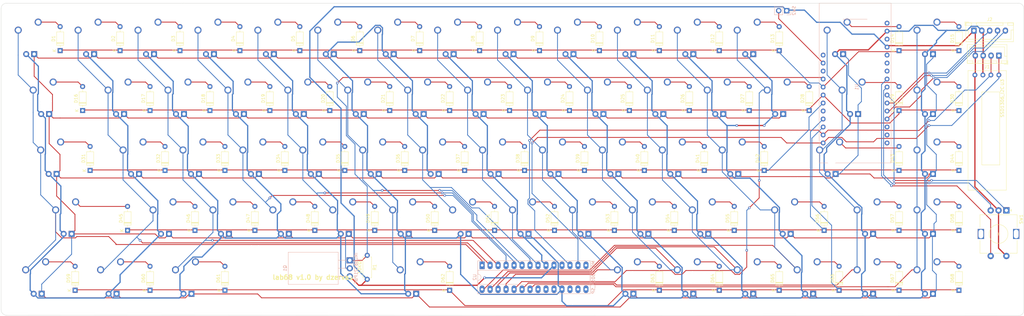
<source format=kicad_pcb>
(kicad_pcb (version 20171130) (host pcbnew 5.1.6)
  (layers (0 F.Cu signal) (31 B.Cu signal) (34 B.Paste user) (35 F.Paste user) (36 B.SilkS user) (37 F.SilkS user) (38 B.Mask user) (39 F.Mask user) (44 Edge.Cuts user))
  (net 0 "")
  (net 1 "Net-(D1-Pad2)")
  (net 2 ROW1)
  (net 3 "Net-(D2-Pad2)")
  (net 4 "Net-(D3-Pad2)")
  (net 5 "Net-(D4-Pad2)")
  (net 6 "Net-(D5-Pad2)")
  (net 7 "Net-(D6-Pad2)")
  (net 8 "Net-(D7-Pad2)")
  (net 9 "Net-(D8-Pad2)")
  (net 10 "Net-(D9-Pad2)")
  (net 11 "Net-(D10-Pad2)")
  (net 12 "Net-(D11-Pad2)")
  (net 13 "Net-(D12-Pad2)")
  (net 14 "Net-(D13-Pad2)")
  (net 15 "Net-(D14-Pad2)")
  (net 16 "Net-(D15-Pad2)")
  (net 17 ROW2)
  (net 18 "Net-(D16-Pad2)")
  (net 19 "Net-(D17-Pad2)")
  (net 20 "Net-(D18-Pad2)")
  (net 21 "Net-(D19-Pad2)")
  (net 22 "Net-(D20-Pad2)")
  (net 23 "Net-(D21-Pad2)")
  (net 24 "Net-(D22-Pad2)")
  (net 25 "Net-(D23-Pad2)")
  (net 26 "Net-(D24-Pad2)")
  (net 27 "Net-(D25-Pad2)")
  (net 28 "Net-(D26-Pad2)")
  (net 29 "Net-(D27-Pad2)")
  (net 30 "Net-(D28-Pad2)")
  (net 31 "Net-(D29-Pad2)")
  (net 32 "Net-(D30-Pad2)")
  (net 33 ROW3)
  (net 34 "Net-(D31-Pad2)")
  (net 35 "Net-(D32-Pad2)")
  (net 36 "Net-(D33-Pad2)")
  (net 37 "Net-(D34-Pad2)")
  (net 38 "Net-(D35-Pad2)")
  (net 39 "Net-(D36-Pad2)")
  (net 40 "Net-(D37-Pad2)")
  (net 41 "Net-(D38-Pad2)")
  (net 42 "Net-(D39-Pad2)")
  (net 43 "Net-(D40-Pad2)")
  (net 44 "Net-(D41-Pad2)")
  (net 45 "Net-(D42-Pad2)")
  (net 46 "Net-(D43-Pad2)")
  (net 47 "Net-(D44-Pad2)")
  (net 48 ROW4)
  (net 49 "Net-(D45-Pad2)")
  (net 50 "Net-(D46-Pad2)")
  (net 51 "Net-(D47-Pad2)")
  (net 52 "Net-(D48-Pad2)")
  (net 53 "Net-(D49-Pad2)")
  (net 54 "Net-(D50-Pad2)")
  (net 55 "Net-(D51-Pad2)")
  (net 56 "Net-(D52-Pad2)")
  (net 57 "Net-(D53-Pad2)")
  (net 58 "Net-(D54-Pad2)")
  (net 59 "Net-(D55-Pad2)")
  (net 60 "Net-(D56-Pad2)")
  (net 61 "Net-(D57-Pad2)")
  (net 62 "Net-(D58-Pad2)")
  (net 63 ROW5)
  (net 64 "Net-(D59-Pad2)")
  (net 65 "Net-(D60-Pad2)")
  (net 66 "Net-(D61-Pad2)")
  (net 67 "Net-(D62-Pad2)")
  (net 68 "Net-(D63-Pad2)")
  (net 69 "Net-(D64-Pad2)")
  (net 70 "Net-(D65-Pad2)")
  (net 71 "Net-(D66-Pad2)")
  (net 72 "Net-(D67-Pad2)")
  (net 73 COL9)
  (net 74 COL10)
  (net 75 COL11)
  (net 76 COL2)
  (net 77 COL3)
  (net 78 COL4)
  (net 79 COL5)
  (net 80 COL6)
  (net 81 COL7)
  (net 82 COL8)
  (net 83 COL12)
  (net 84 COL13)
  (net 85 COL14)
  (net 86 COL1)
  (net 87 COL15)
  (net 88 ENC_2)
  (net 89 GND)
  (net 90 ENC_1)
  (net 91 ENC_SW)
  (net 92 En)
  (net 93 3v3)
  (net 94 "Net-(U2-Pad15)")
  (net 95 SCL)
  (net 96 SDA)
  (net 97 "Net-(U1-PadVBAT)")
  (net 98 "Net-(U1-PadVBUS)")
  (net 99 "Net-(U1-Pad13)")
  (net 100 "Net-(U1-Pad42)")
  (net 101 "Net-(U1-PadDFU)")
  (net 102 "Net-(U1-Pad29)")
  (net 103 "Net-(D68-Pad2)")
  (net 104 MOSI)
  (net 105 MISO)
  (net 106 SCLK)
  (net 107 "Net-(U2-Pad14)")
  (net 108 "Net-(U2-Pad11)")
  (net 109 "Net-(U2-Pad20)")
  (net 110 "Net-(U2-Pad19)")
  (net 111 "Net-(U2-Pad17)")
  (net 112 "Net-(U2-Pad16)")
  (net 113 LEDS)
  (net 114 LEDCTL)
  (net 115 "Net-(U1-Pad36)")
  (net 116 "Net-(U1-Pad37)")
  (net 117 "Net-(U1-Pad38)")
  (net 118 "Net-(U2-Pad21)")
  (net 119 "Net-(U1-Pad20)")
  (net 120 "Net-(U1-Pad21)")
  (module MX_Only:MXOnly-6.25U-ReversedStabilizers (layer F.Cu) (at 146.84375 121.44375)
    (fp_text reference MX_SPC1)
    (fp_text value MX-LED)
    (pad "" np_thru_hole circle (at 49.9999 -8.255) (size 3.9878 3.9878) (drill 3.9878) (layers *.Cu *.Mask))
    (pad "" np_thru_hole circle (at -49.9999 -8.255) (size 3.9878 3.9878) (drill 3.9878) (layers *.Cu *.Mask))
    (pad "" np_thru_hole circle (at 49.9999 6.985) (size 3.048 3.048) (drill 3.048) (layers *.Cu *.Mask))
    (pad "" np_thru_hole circle (at -49.9999 6.985) (size 3.048 3.048) (drill 3.048) (layers *.Cu *.Mask))
    (pad "" np_thru_hole circle (at 5.08 0 48.0996) (size 1.75 1.75) (drill 1.75) (layers *.Cu *.Mask))
    (pad "" np_thru_hole circle (at -5.08 0 48.0996) (size 1.75 1.75) (drill 1.75) (layers *.Cu *.Mask))
    (pad 4 thru_hole rect (at 1.27 5.08) (size 1.905 1.905) (drill 1.04) (layers *.Cu B.Mask) (net 113 LEDS))
    (pad 3 thru_hole circle (at -1.27 5.08) (size 1.905 1.905) (drill 1.04) (layers *.Cu B.Mask) (net 93 3v3))
    (pad 1 thru_hole circle (at -3.81 -2.54) (size 2.25 2.25) (drill 1.47) (layers *.Cu B.Mask) (net 80 COL6))
    (pad "" np_thru_hole circle (at 0 0) (size 3.9878 3.9878) (drill 3.9878) (layers *.Cu *.Mask))
    (pad 2 thru_hole circle (at 2.54 -5.08) (size 2.25 2.25) (drill 1.47) (layers *.Cu B.Mask) (net 67 "Net-(D62-Pad2)"))
  )
  (module Package_DIP:DIP-28_W7.62mm_Socket_LongPads (layer B.Cu) (at 169.06875 117.475 270)
    (fp_text reference U2 (at 3.81 2.33 90) (layer B.SilkS) (effects (justify mirror)))
    (fp_text value MCP23017_SP (at 3.81 -35.35 90) (layer B.SilkS) (effects (justify mirror)))
    (pad 28 thru_hole oval (at 7.62 0 270) (size 2.4 1.6) (drill 0.8) (layers *.Cu *.Mask) (net 83 COL12))
    (pad 14 thru_hole oval (at 0 -33.02 270) (size 2.4 1.6) (drill 0.8) (layers *.Cu *.Mask) (net 107 "Net-(U2-Pad14)"))
    (pad 27 thru_hole oval (at 7.62 -2.54 270) (size 2.4 1.6) (drill 0.8) (layers *.Cu *.Mask) (net 75 COL11))
    (pad 13 thru_hole oval (at 0 -30.48 270) (size 2.4 1.6) (drill 0.8) (layers *.Cu *.Mask) (net 96 SDA))
    (pad 26 thru_hole oval (at 7.62 -5.08 270) (size 2.4 1.6) (drill 0.8) (layers *.Cu *.Mask) (net 74 COL10))
    (pad 12 thru_hole oval (at 0 -27.94 270) (size 2.4 1.6) (drill 0.8) (layers *.Cu *.Mask) (net 95 SCL))
    (pad 25 thru_hole oval (at 7.62 -7.62 270) (size 2.4 1.6) (drill 0.8) (layers *.Cu *.Mask) (net 73 COL9))
    (pad 11 thru_hole oval (at 0 -25.4 270) (size 2.4 1.6) (drill 0.8) (layers *.Cu *.Mask) (net 108 "Net-(U2-Pad11)"))
    (pad 24 thru_hole oval (at 7.62 -10.16 270) (size 2.4 1.6) (drill 0.8) (layers *.Cu *.Mask) (net 84 COL13))
    (pad 10 thru_hole oval (at 0 -22.86 270) (size 2.4 1.6) (drill 0.8) (layers *.Cu *.Mask) (net 89 GND))
    (pad 23 thru_hole oval (at 7.62 -12.7 270) (size 2.4 1.6) (drill 0.8) (layers *.Cu *.Mask) (net 85 COL14))
    (pad 9 thru_hole oval (at 0 -20.32 270) (size 2.4 1.6) (drill 0.8) (layers *.Cu *.Mask) (net 93 3v3))
    (pad 22 thru_hole oval (at 7.62 -15.24 270) (size 2.4 1.6) (drill 0.8) (layers *.Cu *.Mask) (net 87 COL15))
    (pad 8 thru_hole oval (at 0 -17.78 270) (size 2.4 1.6) (drill 0.8) (layers *.Cu *.Mask) (net 82 COL8))
    (pad 21 thru_hole oval (at 7.62 -17.78 270) (size 2.4 1.6) (drill 0.8) (layers *.Cu *.Mask) (net 118 "Net-(U2-Pad21)"))
    (pad 7 thru_hole oval (at 0 -15.24 270) (size 2.4 1.6) (drill 0.8) (layers *.Cu *.Mask) (net 81 COL7))
    (pad 20 thru_hole oval (at 7.62 -20.32 270) (size 2.4 1.6) (drill 0.8) (layers *.Cu *.Mask) (net 109 "Net-(U2-Pad20)"))
    (pad 6 thru_hole oval (at 0 -12.7 270) (size 2.4 1.6) (drill 0.8) (layers *.Cu *.Mask) (net 80 COL6))
    (pad 19 thru_hole oval (at 7.62 -22.86 270) (size 2.4 1.6) (drill 0.8) (layers *.Cu *.Mask) (net 110 "Net-(U2-Pad19)"))
    (pad 5 thru_hole oval (at 0 -10.16 270) (size 2.4 1.6) (drill 0.8) (layers *.Cu *.Mask) (net 79 COL5))
    (pad 18 thru_hole oval (at 7.62 -25.4 270) (size 2.4 1.6) (drill 0.8) (layers *.Cu *.Mask) (net 93 3v3))
    (pad 4 thru_hole oval (at 0 -7.62 270) (size 2.4 1.6) (drill 0.8) (layers *.Cu *.Mask) (net 78 COL4))
    (pad 17 thru_hole oval (at 7.62 -27.94 270) (size 2.4 1.6) (drill 0.8) (layers *.Cu *.Mask) (net 111 "Net-(U2-Pad17)"))
    (pad 3 thru_hole oval (at 0 -5.08 270) (size 2.4 1.6) (drill 0.8) (layers *.Cu *.Mask) (net 77 COL3))
    (pad 16 thru_hole oval (at 7.62 -30.48 270) (size 2.4 1.6) (drill 0.8) (layers *.Cu *.Mask) (net 112 "Net-(U2-Pad16)"))
    (pad 2 thru_hole oval (at 0 -2.54 270) (size 2.4 1.6) (drill 0.8) (layers *.Cu *.Mask) (net 76 COL2))
    (pad 15 thru_hole oval (at 7.62 -33.02 270) (size 2.4 1.6) (drill 0.8) (layers *.Cu *.Mask) (net 94 "Net-(U2-Pad15)"))
    (pad 1 thru_hole rect (at 0 0 270) (size 2.4 1.6) (drill 0.8) (layers *.Cu *.Mask) (net 86 COL1))
  )
  (module lab68:Adafruit_Feather_32u4_Bluefruit_LE (layer B.Cu) (at 276.225 34.13125 270)
    (fp_text reference U1 (at 26.67 -11.93 270) (layer B.SilkS) (effects (justify mirror)))
    (fp_text value Adafruit_Feather_32u4_Bluefruit_LE)
    (pad VBAT thru_hole circle (at 16.51 -1.27 270) (size 1.524 1.524) (drill 0.762) (layers *.Cu *.Mask) (net 97 "Net-(U1-PadVBAT)"))
    (pad En thru_hole circle (at 19.05 -1.27 270) (size 1.524 1.524) (drill 0.762) (layers *.Cu *.Mask) (net 92 En))
    (pad VBUS thru_hole circle (at 21.59 -1.27 270) (size 1.524 1.524) (drill 0.762) (layers *.Cu *.Mask) (net 98 "Net-(U1-PadVBUS)"))
    (pad 32 thru_hole circle (at 24.13 -1.27 270) (size 1.524 1.524) (drill 0.762) (layers *.Cu *.Mask) (net 114 LEDCTL))
    (pad 26 thru_hole circle (at 26.67 -1.27 270) (size 1.524 1.524) (drill 0.762) (layers *.Cu *.Mask) (net 2 ROW1))
    (pad 12 thru_hole circle (at 29.21 -1.27 270) (size 1.524 1.524) (drill 0.762) (layers *.Cu *.Mask) (net 17 ROW2))
    (pad 13 thru_hole circle (at 6.35 -21.59 270) (size 1.524 1.524) (drill 0.762) (layers *.Cu *.Mask) (net 99 "Net-(U1-Pad13)"))
    (pad 3V3 thru_hole circle (at 8.89 -21.59 270) (size 1.524 1.524) (drill 0.762) (layers *.Cu *.Mask) (net 93 3v3))
    (pad 42 thru_hole circle (at 11.43 -21.59 270) (size 1.524 1.524) (drill 0.762) (layers *.Cu *.Mask) (net 100 "Net-(U1-Pad42)"))
    (pad GND thru_hole circle (at 13.97 -21.59 270) (size 1.524 1.524) (drill 0.762) (layers *.Cu *.Mask) (net 89 GND))
    (pad 36 thru_hole circle (at 16.51 -21.59 270) (size 1.524 1.524) (drill 0.762) (layers *.Cu *.Mask) (net 115 "Net-(U1-Pad36)"))
    (pad 37 thru_hole circle (at 19.05 -21.59 270) (size 1.524 1.524) (drill 0.762) (layers *.Cu *.Mask) (net 116 "Net-(U1-Pad37)"))
    (pad 38 thru_hole circle (at 21.59 -21.59 270) (size 1.524 1.524) (drill 0.762) (layers *.Cu *.Mask) (net 117 "Net-(U1-Pad38)"))
    (pad 39 thru_hole circle (at 24.13 -21.59 270) (size 1.524 1.524) (drill 0.762) (layers *.Cu *.Mask) (net 91 ENC_SW))
    (pad 40 thru_hole circle (at 26.67 -21.59 270) (size 1.524 1.524) (drill 0.762) (layers *.Cu *.Mask) (net 90 ENC_1))
    (pad 41 thru_hole circle (at 29.21 -21.59 270) (size 1.524 1.524) (drill 0.762) (layers *.Cu *.Mask) (net 88 ENC_2))
    (pad 9 thru_hole circle (at 31.75 -21.59 270) (size 1.524 1.524) (drill 0.762) (layers *.Cu *.Mask) (net 106 SCLK))
    (pad 10 thru_hole circle (at 34.29 -21.59 270) (size 1.524 1.524) (drill 0.762) (layers *.Cu *.Mask) (net 104 MOSI))
    (pad 11 thru_hole circle (at 36.83 -21.59 270) (size 1.524 1.524) (drill 0.762) (layers *.Cu *.Mask) (net 105 MISO))
    (pad 20 thru_hole circle (at 39.37 -21.59 270) (size 1.524 1.524) (drill 0.762) (layers *.Cu *.Mask) (net 119 "Net-(U1-Pad20)"))
    (pad 21 thru_hole circle (at 41.91 -21.59 270) (size 1.524 1.524) (drill 0.762) (layers *.Cu *.Mask) (net 120 "Net-(U1-Pad21)"))
    (pad DFU thru_hole circle (at 44.45 -21.59 270) (size 1.524 1.524) (drill 0.762) (layers *.Cu *.Mask) (net 101 "Net-(U1-PadDFU)"))
    (pad 19 thru_hole circle (at 44.45 -1.27 270) (size 1.524 1.524) (drill 0.762) (layers *.Cu *.Mask) (net 96 SDA))
    (pad 18 thru_hole circle (at 41.91 -1.27 270) (size 1.524 1.524) (drill 0.762) (layers *.Cu *.Mask) (net 95 SCL))
    (pad 31 thru_hole circle (at 39.37 -1.27 270) (size 1.524 1.524) (drill 0.762) (layers *.Cu *.Mask) (net 63 ROW5))
    (pad 27 thru_hole circle (at 36.83 -1.27 270) (size 1.524 1.524) (drill 0.762) (layers *.Cu *.Mask) (net 48 ROW4))
    (pad 29 thru_hole circle (at 34.29 -1.27 270) (size 1.524 1.524) (drill 0.762) (layers *.Cu *.Mask) (net 102 "Net-(U1-Pad29)"))
    (pad 30 thru_hole circle (at 31.75 -1.27 270) (size 1.524 1.524) (drill 0.762) (layers *.Cu *.Mask) (net 33 ROW3))
  )
  (module MX_Only:MXOnly-1U (layer F.Cu) (at 201.6125 102.39375)
    (fp_text reference MX_,1)
    (fp_text value MX-LED)
    (pad "" np_thru_hole circle (at 5.08 0 48.0996) (size 1.75 1.75) (drill 1.75) (layers *.Cu *.Mask))
    (pad "" np_thru_hole circle (at -5.08 0 48.0996) (size 1.75 1.75) (drill 1.75) (layers *.Cu *.Mask))
    (pad 4 thru_hole rect (at 1.27 5.08) (size 1.905 1.905) (drill 1.04) (layers *.Cu B.Mask) (net 113 LEDS))
    (pad 3 thru_hole circle (at -1.27 5.08) (size 1.905 1.905) (drill 1.04) (layers *.Cu B.Mask) (net 93 3v3))
    (pad 1 thru_hole circle (at -3.81 -2.54) (size 2.25 2.25) (drill 1.47) (layers *.Cu B.Mask) (net 73 COL9))
    (pad "" np_thru_hole circle (at 0 0) (size 3.9878 3.9878) (drill 3.9878) (layers *.Cu *.Mask))
    (pad 2 thru_hole circle (at 2.54 -5.08) (size 2.25 2.25) (drill 1.47) (layers *.Cu B.Mask) (net 57 "Net-(D53-Pad2)"))
  )
  (module Resistor_THT:R_Axial_DIN0207_L6.3mm_D2.5mm_P7.62mm_Horizontal (layer F.Cu) (at 132.55625 114.3 270)
    (fp_text reference R1 (at 3.81 -2.37 90) (layer F.SilkS))
    (fp_text value 10KΩ (at 3.81 2.37 90) (layer F.SilkS))
    (pad 2 thru_hole oval (at 7.62 0 270) (size 1.6 1.6) (drill 0.8) (layers *.Cu *.Mask) (net 89 GND))
    (pad 1 thru_hole circle (at 0 0 270) (size 1.6 1.6) (drill 0.8) (layers *.Cu *.Mask) (net 114 LEDCTL))
  )
  (module Package_TO_SOT_THT:TO-220-3_Horizontal_TabDown (layer B.Cu) (at 127 115.8875 270)
    (fp_text reference Q1 (at 2.54 20.58 90) (layer B.SilkS) (effects (justify mirror)))
    (fp_text value IRLB8721PBF (at 2.54 -2 90) (layer B.SilkS) (effects (justify mirror)))
    (pad 3 thru_hole oval (at 5.08 0 270) (size 1.905 2) (drill 1.1) (layers *.Cu *.Mask) (net 89 GND))
    (pad 2 thru_hole oval (at 2.54 0 270) (size 1.905 2) (drill 1.1) (layers *.Cu *.Mask) (net 113 LEDS))
    (pad 1 thru_hole rect (at 0 0 270) (size 1.905 2) (drill 1.1) (layers *.Cu *.Mask) (net 114 LEDCTL))
    (pad "" np_thru_hole oval (at 2.54 16.66 270) (size 3.5 3.5) (drill 3.5) (layers *.Cu *.Mask))
  )
  (module MX_Only:MXOnly-1U (layer F.Cu) (at 163.5125 102.39375)
    (fp_text reference MX_N1)
    (fp_text value MX-LED)
    (pad "" np_thru_hole circle (at 5.08 0 48.0996) (size 1.75 1.75) (drill 1.75) (layers *.Cu *.Mask))
    (pad "" np_thru_hole circle (at -5.08 0 48.0996) (size 1.75 1.75) (drill 1.75) (layers *.Cu *.Mask))
    (pad 4 thru_hole rect (at 1.27 5.08) (size 1.905 1.905) (drill 1.04) (layers *.Cu B.Mask) (net 113 LEDS))
    (pad 3 thru_hole circle (at -1.27 5.08) (size 1.905 1.905) (drill 1.04) (layers *.Cu B.Mask) (net 93 3v3))
    (pad 1 thru_hole circle (at -3.81 -2.54) (size 2.25 2.25) (drill 1.47) (layers *.Cu B.Mask) (net 81 COL7))
    (pad "" np_thru_hole circle (at 0 0) (size 3.9878 3.9878) (drill 3.9878) (layers *.Cu *.Mask))
    (pad 2 thru_hole circle (at 2.54 -5.08) (size 2.25 2.25) (drill 1.47) (layers *.Cu B.Mask) (net 55 "Net-(D51-Pad2)"))
  )
  (module Connector_JST:JST_XH_B5B-XH-A_1x05_P2.50mm_Vertical (layer F.Cu) (at 325.4375 42.8625)
    (fp_text reference J2 (at 5 -3.55) (layer F.SilkS))
    (fp_text value Conn_SPI)
    (pad 5 thru_hole oval (at 10 0) (size 1.7 1.95) (drill 0.95) (layers *.Cu *.Mask) (net 105 MISO))
    (pad 4 thru_hole oval (at 7.5 0) (size 1.7 1.95) (drill 0.95) (layers *.Cu *.Mask) (net 104 MOSI))
    (pad 3 thru_hole oval (at 5 0) (size 1.7 1.95) (drill 0.95) (layers *.Cu *.Mask) (net 106 SCLK))
    (pad 2 thru_hole oval (at 2.5 0) (size 1.7 1.95) (drill 0.95) (layers *.Cu *.Mask) (net 93 3v3))
    (pad 1 thru_hole roundrect (at 0 0) (size 1.7 1.95) (drill 0.95) (layers *.Cu *.Mask) (roundrect_rratio 0.147059) (net 89 GND))
  )
  (module Connector_JST:JST_XH_B4B-XH-A_1x04_P2.50mm_Vertical (layer F.Cu) (at 333.375 50.8 180)
    (fp_text reference J1 (at 3.75 -3.55) (layer F.SilkS))
    (fp_text value Conn_I2C)
    (pad 4 thru_hole oval (at 7.5 0 180) (size 1.7 1.95) (drill 0.95) (layers *.Cu *.Mask) (net 89 GND))
    (pad 3 thru_hole oval (at 5 0 180) (size 1.7 1.95) (drill 0.95) (layers *.Cu *.Mask) (net 93 3v3))
    (pad 2 thru_hole oval (at 2.5 0 180) (size 1.7 1.95) (drill 0.95) (layers *.Cu *.Mask) (net 95 SCL))
    (pad 1 thru_hole roundrect (at 0 0 180) (size 1.7 1.95) (drill 0.95) (layers *.Cu *.Mask) (roundrect_rratio 0.147059) (net 96 SDA))
  )
  (module MX_Only:MXOnly-1U (layer F.Cu) (at 254 121.44375)
    (fp_text reference MX_RCTRL1)
    (fp_text value MX-LED)
    (pad "" np_thru_hole circle (at 5.08 0 48.0996) (size 1.75 1.75) (drill 1.75) (layers *.Cu *.Mask))
    (pad "" np_thru_hole circle (at -5.08 0 48.0996) (size 1.75 1.75) (drill 1.75) (layers *.Cu *.Mask))
    (pad 4 thru_hole rect (at 1.27 5.08) (size 1.905 1.905) (drill 1.04) (layers *.Cu B.Mask) (net 113 LEDS))
    (pad 3 thru_hole circle (at -1.27 5.08) (size 1.905 1.905) (drill 1.04) (layers *.Cu B.Mask) (net 93 3v3))
    (pad 1 thru_hole circle (at -3.81 -2.54) (size 2.25 2.25) (drill 1.47) (layers *.Cu B.Mask) (net 75 COL11))
    (pad "" np_thru_hole circle (at 0 0) (size 3.9878 3.9878) (drill 3.9878) (layers *.Cu *.Mask))
    (pad 2 thru_hole circle (at 2.54 -5.08) (size 2.25 2.25) (drill 1.47) (layers *.Cu B.Mask) (net 70 "Net-(D65-Pad2)"))
  )
  (module Rotary_Encoder:RotaryEncoder_Alps_EC11E-Switch_Vertical_H20mm (layer F.Cu) (at 335.75625 100.0125 270)
    (fp_text reference SW1 (at 2.8 -4.7 90) (layer F.SilkS))
    (fp_text value Rotary_Encoder_Switch)
    (pad A thru_hole rect (at 0 0 270) (size 2 2) (drill 1) (layers *.Cu *.Mask) (net 88 ENC_2))
    (pad C thru_hole circle (at 0 2.5 270) (size 2 2) (drill 1) (layers *.Cu *.Mask) (net 89 GND))
    (pad B thru_hole circle (at 0 5 270) (size 2 2) (drill 1) (layers *.Cu *.Mask) (net 90 ENC_1))
    (pad MP thru_hole rect (at 7.5 -3.1 270) (size 3.2 2) (drill oval 2.8 1.5) (layers *.Cu *.Mask))
    (pad MP thru_hole rect (at 7.5 8.1 270) (size 3.2 2) (drill oval 2.8 1.5) (layers *.Cu *.Mask))
    (pad S2 thru_hole circle (at 14.5 0 270) (size 2 2) (drill 1) (layers *.Cu *.Mask) (net 89 GND))
    (pad S1 thru_hole circle (at 14.5 5 270) (size 2 2) (drill 1) (layers *.Cu *.Mask) (net 91 ENC_SW))
  )
  (module MX_Only:MXOnly-1U (layer F.Cu) (at 311.15 45.24375)
    (fp_text reference MX_DEL1)
    (fp_text value MX-LED)
    (pad "" np_thru_hole circle (at 5.08 0 48.0996) (size 1.75 1.75) (drill 1.75) (layers *.Cu *.Mask))
    (pad "" np_thru_hole circle (at -5.08 0 48.0996) (size 1.75 1.75) (drill 1.75) (layers *.Cu *.Mask))
    (pad 4 thru_hole rect (at 1.27 5.08) (size 1.905 1.905) (drill 1.04) (layers *.Cu B.Mask) (net 113 LEDS))
    (pad 3 thru_hole circle (at -1.27 5.08) (size 1.905 1.905) (drill 1.04) (layers *.Cu B.Mask) (net 93 3v3))
    (pad 1 thru_hole circle (at -3.81 -2.54) (size 2.25 2.25) (drill 1.47) (layers *.Cu B.Mask) (net 87 COL15))
    (pad "" np_thru_hole circle (at 0 0) (size 3.9878 3.9878) (drill 3.9878) (layers *.Cu *.Mask))
    (pad 2 thru_hole circle (at 2.54 -5.08) (size 2.25 2.25) (drill 1.47) (layers *.Cu B.Mask) (net 16 "Net-(D15-Pad2)"))
  )
  (module Diode_THT:D_DO-35_SOD27_P7.62mm_Horizontal (layer F.Cu) (at 320.675 49.2125 90)
    (fp_text reference D15 (at 3.81 -2.12 90) (layer F.SilkS))
    (fp_text value D_Small)
    (fp_text user K (at 0 -1.8 90) (layer F.SilkS))
    (pad 2 thru_hole oval (at 7.62 0 90) (size 1.6 1.6) (drill 0.8) (layers *.Cu *.Mask) (net 16 "Net-(D15-Pad2)"))
    (pad 1 thru_hole rect (at 0 0 90) (size 1.6 1.6) (drill 0.8) (layers *.Cu *.Mask) (net 2 ROW1))
  )
  (module MX_Only:MXOnly-1U (layer F.Cu) (at 68.2625 102.39375)
    (fp_text reference MX_Z1)
    (fp_text value MX-LED)
    (pad "" np_thru_hole circle (at 5.08 0 48.0996) (size 1.75 1.75) (drill 1.75) (layers *.Cu *.Mask))
    (pad "" np_thru_hole circle (at -5.08 0 48.0996) (size 1.75 1.75) (drill 1.75) (layers *.Cu *.Mask))
    (pad 4 thru_hole rect (at 1.27 5.08) (size 1.905 1.905) (drill 1.04) (layers *.Cu B.Mask) (net 113 LEDS))
    (pad 3 thru_hole circle (at -1.27 5.08) (size 1.905 1.905) (drill 1.04) (layers *.Cu B.Mask) (net 93 3v3))
    (pad 1 thru_hole circle (at -3.81 -2.54) (size 2.25 2.25) (drill 1.47) (layers *.Cu B.Mask) (net 76 COL2))
    (pad "" np_thru_hole circle (at 0 0) (size 3.9878 3.9878) (drill 3.9878) (layers *.Cu *.Mask))
    (pad 2 thru_hole circle (at 2.54 -5.08) (size 2.25 2.25) (drill 1.47) (layers *.Cu B.Mask) (net 50 "Net-(D46-Pad2)"))
  )
  (module MX_Only:MXOnly-1U (layer F.Cu) (at 149.225 64.29375)
    (fp_text reference MX_Y1)
    (fp_text value MX-LED)
    (pad "" np_thru_hole circle (at 5.08 0 48.0996) (size 1.75 1.75) (drill 1.75) (layers *.Cu *.Mask))
    (pad "" np_thru_hole circle (at -5.08 0 48.0996) (size 1.75 1.75) (drill 1.75) (layers *.Cu *.Mask))
    (pad 4 thru_hole rect (at 1.27 5.08) (size 1.905 1.905) (drill 1.04) (layers *.Cu B.Mask) (net 113 LEDS))
    (pad 3 thru_hole circle (at -1.27 5.08) (size 1.905 1.905) (drill 1.04) (layers *.Cu B.Mask) (net 93 3v3))
    (pad 1 thru_hole circle (at -3.81 -2.54) (size 2.25 2.25) (drill 1.47) (layers *.Cu B.Mask) (net 81 COL7))
    (pad "" np_thru_hole circle (at 0 0) (size 3.9878 3.9878) (drill 3.9878) (layers *.Cu *.Mask))
    (pad 2 thru_hole circle (at 2.54 -5.08) (size 2.25 2.25) (drill 1.47) (layers *.Cu B.Mask) (net 24 "Net-(D22-Pad2)"))
  )
  (module MX_Only:MXOnly-1U (layer F.Cu) (at 87.3125 102.39375)
    (fp_text reference MX_X1)
    (fp_text value MX-LED)
    (pad "" np_thru_hole circle (at 5.08 0 48.0996) (size 1.75 1.75) (drill 1.75) (layers *.Cu *.Mask))
    (pad "" np_thru_hole circle (at -5.08 0 48.0996) (size 1.75 1.75) (drill 1.75) (layers *.Cu *.Mask))
    (pad 4 thru_hole rect (at 1.27 5.08) (size 1.905 1.905) (drill 1.04) (layers *.Cu B.Mask) (net 113 LEDS))
    (pad 3 thru_hole circle (at -1.27 5.08) (size 1.905 1.905) (drill 1.04) (layers *.Cu B.Mask) (net 93 3v3))
    (pad 1 thru_hole circle (at -3.81 -2.54) (size 2.25 2.25) (drill 1.47) (layers *.Cu B.Mask) (net 77 COL3))
    (pad "" np_thru_hole circle (at 0 0) (size 3.9878 3.9878) (drill 3.9878) (layers *.Cu *.Mask))
    (pad 2 thru_hole circle (at 2.54 -5.08) (size 2.25 2.25) (drill 1.47) (layers *.Cu B.Mask) (net 51 "Net-(D47-Pad2)"))
  )
  (module MX_Only:MXOnly-1.25U (layer F.Cu) (at 51.59375 121.44375)
    (fp_text reference MX_WIN1)
    (fp_text value MX-LED)
    (pad "" np_thru_hole circle (at 5.08 0 48.0996) (size 1.75 1.75) (drill 1.75) (layers *.Cu *.Mask))
    (pad "" np_thru_hole circle (at -5.08 0 48.0996) (size 1.75 1.75) (drill 1.75) (layers *.Cu *.Mask))
    (pad 4 thru_hole rect (at 1.27 5.08) (size 1.905 1.905) (drill 1.04) (layers *.Cu B.Mask) (net 113 LEDS))
    (pad 3 thru_hole circle (at -1.27 5.08) (size 1.905 1.905) (drill 1.04) (layers *.Cu B.Mask) (net 93 3v3))
    (pad 1 thru_hole circle (at -3.81 -2.54) (size 2.25 2.25) (drill 1.47) (layers *.Cu B.Mask) (net 76 COL2))
    (pad "" np_thru_hole circle (at 0 0) (size 3.9878 3.9878) (drill 3.9878) (layers *.Cu *.Mask))
    (pad 2 thru_hole circle (at 2.54 -5.08) (size 2.25 2.25) (drill 1.47) (layers *.Cu B.Mask) (net 65 "Net-(D60-Pad2)"))
  )
  (module MX_Only:MXOnly-1U (layer F.Cu) (at 73.025 64.29375)
    (fp_text reference MX_W1)
    (fp_text value MX-LED)
    (pad "" np_thru_hole circle (at 5.08 0 48.0996) (size 1.75 1.75) (drill 1.75) (layers *.Cu *.Mask))
    (pad "" np_thru_hole circle (at -5.08 0 48.0996) (size 1.75 1.75) (drill 1.75) (layers *.Cu *.Mask))
    (pad 4 thru_hole rect (at 1.27 5.08) (size 1.905 1.905) (drill 1.04) (layers *.Cu B.Mask) (net 113 LEDS))
    (pad 3 thru_hole circle (at -1.27 5.08) (size 1.905 1.905) (drill 1.04) (layers *.Cu B.Mask) (net 93 3v3))
    (pad 1 thru_hole circle (at -3.81 -2.54) (size 2.25 2.25) (drill 1.47) (layers *.Cu B.Mask) (net 77 COL3))
    (pad "" np_thru_hole circle (at 0 0) (size 3.9878 3.9878) (drill 3.9878) (layers *.Cu *.Mask))
    (pad 2 thru_hole circle (at 2.54 -5.08) (size 2.25 2.25) (drill 1.47) (layers *.Cu B.Mask) (net 20 "Net-(D18-Pad2)"))
  )
  (module MX_Only:MXOnly-1U (layer F.Cu) (at 125.4125 102.39375)
    (fp_text reference MX_V1)
    (fp_text value MX-LED)
    (pad "" np_thru_hole circle (at 5.08 0 48.0996) (size 1.75 1.75) (drill 1.75) (layers *.Cu *.Mask))
    (pad "" np_thru_hole circle (at -5.08 0 48.0996) (size 1.75 1.75) (drill 1.75) (layers *.Cu *.Mask))
    (pad 4 thru_hole rect (at 1.27 5.08) (size 1.905 1.905) (drill 1.04) (layers *.Cu B.Mask) (net 113 LEDS))
    (pad 3 thru_hole circle (at -1.27 5.08) (size 1.905 1.905) (drill 1.04) (layers *.Cu B.Mask) (net 93 3v3))
    (pad 1 thru_hole circle (at -3.81 -2.54) (size 2.25 2.25) (drill 1.47) (layers *.Cu B.Mask) (net 79 COL5))
    (pad "" np_thru_hole circle (at 0 0) (size 3.9878 3.9878) (drill 3.9878) (layers *.Cu *.Mask))
    (pad 2 thru_hole circle (at 2.54 -5.08) (size 2.25 2.25) (drill 1.47) (layers *.Cu B.Mask) (net 53 "Net-(D49-Pad2)"))
  )
  (module MX_Only:MXOnly-1U (layer F.Cu) (at 292.1 102.39375)
    (fp_text reference MX_UP1)
    (fp_text value MX-LED)
    (pad "" np_thru_hole circle (at 5.08 0 48.0996) (size 1.75 1.75) (drill 1.75) (layers *.Cu *.Mask))
    (pad "" np_thru_hole circle (at -5.08 0 48.0996) (size 1.75 1.75) (drill 1.75) (layers *.Cu *.Mask))
    (pad 4 thru_hole rect (at 1.27 5.08) (size 1.905 1.905) (drill 1.04) (layers *.Cu B.Mask) (net 113 LEDS))
    (pad 3 thru_hole circle (at -1.27 5.08) (size 1.905 1.905) (drill 1.04) (layers *.Cu B.Mask) (net 93 3v3))
    (pad 1 thru_hole circle (at -3.81 -2.54) (size 2.25 2.25) (drill 1.47) (layers *.Cu B.Mask) (net 85 COL14))
    (pad "" np_thru_hole circle (at 0 0) (size 3.9878 3.9878) (drill 3.9878) (layers *.Cu *.Mask))
    (pad 2 thru_hole circle (at 2.54 -5.08) (size 2.25 2.25) (drill 1.47) (layers *.Cu B.Mask) (net 61 "Net-(D57-Pad2)"))
  )
  (module MX_Only:MXOnly-1U (layer F.Cu) (at 168.275 64.29375)
    (fp_text reference MX_U1)
    (fp_text value MX-LED)
    (pad "" np_thru_hole circle (at 5.08 0 48.0996) (size 1.75 1.75) (drill 1.75) (layers *.Cu *.Mask))
    (pad "" np_thru_hole circle (at -5.08 0 48.0996) (size 1.75 1.75) (drill 1.75) (layers *.Cu *.Mask))
    (pad 4 thru_hole rect (at 1.27 5.08) (size 1.905 1.905) (drill 1.04) (layers *.Cu B.Mask) (net 113 LEDS))
    (pad 3 thru_hole circle (at -1.27 5.08) (size 1.905 1.905) (drill 1.04) (layers *.Cu B.Mask) (net 93 3v3))
    (pad 1 thru_hole circle (at -3.81 -2.54) (size 2.25 2.25) (drill 1.47) (layers *.Cu B.Mask) (net 82 COL8))
    (pad "" np_thru_hole circle (at 0 0) (size 3.9878 3.9878) (drill 3.9878) (layers *.Cu *.Mask))
    (pad 2 thru_hole circle (at 2.54 -5.08) (size 2.25 2.25) (drill 1.47) (layers *.Cu B.Mask) (net 25 "Net-(D23-Pad2)"))
  )
  (module MX_Only:MXOnly-1.5U (layer F.Cu) (at 30.1625 64.29375)
    (fp_text reference MX_TAB1)
    (fp_text value MX-LED)
    (pad "" np_thru_hole circle (at 5.08 0 48.0996) (size 1.75 1.75) (drill 1.75) (layers *.Cu *.Mask))
    (pad "" np_thru_hole circle (at -5.08 0 48.0996) (size 1.75 1.75) (drill 1.75) (layers *.Cu *.Mask))
    (pad 4 thru_hole rect (at 1.27 5.08) (size 1.905 1.905) (drill 1.04) (layers *.Cu B.Mask) (net 113 LEDS))
    (pad 3 thru_hole circle (at -1.27 5.08) (size 1.905 1.905) (drill 1.04) (layers *.Cu B.Mask) (net 93 3v3))
    (pad 1 thru_hole circle (at -3.81 -2.54) (size 2.25 2.25) (drill 1.47) (layers *.Cu B.Mask) (net 86 COL1))
    (pad "" np_thru_hole circle (at 0 0) (size 3.9878 3.9878) (drill 3.9878) (layers *.Cu *.Mask))
    (pad 2 thru_hole circle (at 2.54 -5.08) (size 2.25 2.25) (drill 1.47) (layers *.Cu B.Mask) (net 18 "Net-(D16-Pad2)"))
  )
  (module MX_Only:MXOnly-1U (layer F.Cu) (at 130.175 64.29375)
    (fp_text reference MX_T1)
    (fp_text value MX-LED)
    (pad "" np_thru_hole circle (at 5.08 0 48.0996) (size 1.75 1.75) (drill 1.75) (layers *.Cu *.Mask))
    (pad "" np_thru_hole circle (at -5.08 0 48.0996) (size 1.75 1.75) (drill 1.75) (layers *.Cu *.Mask))
    (pad 4 thru_hole rect (at 1.27 5.08) (size 1.905 1.905) (drill 1.04) (layers *.Cu B.Mask) (net 113 LEDS))
    (pad 3 thru_hole circle (at -1.27 5.08) (size 1.905 1.905) (drill 1.04) (layers *.Cu B.Mask) (net 93 3v3))
    (pad 1 thru_hole circle (at -3.81 -2.54) (size 2.25 2.25) (drill 1.47) (layers *.Cu B.Mask) (net 80 COL6))
    (pad "" np_thru_hole circle (at 0 0) (size 3.9878 3.9878) (drill 3.9878) (layers *.Cu *.Mask))
    (pad 2 thru_hole circle (at 2.54 -5.08) (size 2.25 2.25) (drill 1.47) (layers *.Cu B.Mask) (net 23 "Net-(D21-Pad2)"))
  )
  (module MX_Only:MXOnly-1U (layer F.Cu) (at 77.7875 83.34375)
    (fp_text reference MX_S1)
    (fp_text value MX-LED)
    (pad "" np_thru_hole circle (at 5.08 0 48.0996) (size 1.75 1.75) (drill 1.75) (layers *.Cu *.Mask))
    (pad "" np_thru_hole circle (at -5.08 0 48.0996) (size 1.75 1.75) (drill 1.75) (layers *.Cu *.Mask))
    (pad 4 thru_hole rect (at 1.27 5.08) (size 1.905 1.905) (drill 1.04) (layers *.Cu B.Mask) (net 113 LEDS))
    (pad 3 thru_hole circle (at -1.27 5.08) (size 1.905 1.905) (drill 1.04) (layers *.Cu B.Mask) (net 93 3v3))
    (pad 1 thru_hole circle (at -3.81 -2.54) (size 2.25 2.25) (drill 1.47) (layers *.Cu B.Mask) (net 77 COL3))
    (pad "" np_thru_hole circle (at 0 0) (size 3.9878 3.9878) (drill 3.9878) (layers *.Cu *.Mask))
    (pad 2 thru_hole circle (at 2.54 -5.08) (size 2.25 2.25) (drill 1.47) (layers *.Cu B.Mask) (net 36 "Net-(D33-Pad2)"))
  )
  (module MX_Only:MXOnly-1.75U (layer F.Cu) (at 265.90625 102.39375)
    (fp_text reference MX_RSHIFT1)
    (fp_text value MX-LED)
    (pad "" np_thru_hole circle (at 5.08 0 48.0996) (size 1.75 1.75) (drill 1.75) (layers *.Cu *.Mask))
    (pad "" np_thru_hole circle (at -5.08 0 48.0996) (size 1.75 1.75) (drill 1.75) (layers *.Cu *.Mask))
    (pad 4 thru_hole rect (at 1.27 5.08) (size 1.905 1.905) (drill 1.04) (layers *.Cu B.Mask) (net 113 LEDS))
    (pad 3 thru_hole circle (at -1.27 5.08) (size 1.905 1.905) (drill 1.04) (layers *.Cu B.Mask) (net 93 3v3))
    (pad 1 thru_hole circle (at -3.81 -2.54) (size 2.25 2.25) (drill 1.47) (layers *.Cu B.Mask) (net 83 COL12))
    (pad "" np_thru_hole circle (at 0 0) (size 3.9878 3.9878) (drill 3.9878) (layers *.Cu *.Mask))
    (pad 2 thru_hole circle (at 2.54 -5.08) (size 2.25 2.25) (drill 1.47) (layers *.Cu B.Mask) (net 60 "Net-(D56-Pad2)"))
  )
  (module MX_Only:MXOnly-1U (layer F.Cu) (at 311.15 121.44375)
    (fp_text reference MX_RIGHT1)
    (fp_text value MX-LED)
    (pad "" np_thru_hole circle (at 5.08 0 48.0996) (size 1.75 1.75) (drill 1.75) (layers *.Cu *.Mask))
    (pad "" np_thru_hole circle (at -5.08 0 48.0996) (size 1.75 1.75) (drill 1.75) (layers *.Cu *.Mask))
    (pad 4 thru_hole rect (at 1.27 5.08) (size 1.905 1.905) (drill 1.04) (layers *.Cu B.Mask) (net 113 LEDS))
    (pad 3 thru_hole circle (at -1.27 5.08) (size 1.905 1.905) (drill 1.04) (layers *.Cu B.Mask) (net 93 3v3))
    (pad 1 thru_hole circle (at -3.81 -2.54) (size 2.25 2.25) (drill 1.47) (layers *.Cu B.Mask) (net 87 COL15))
    (pad "" np_thru_hole circle (at 0 0) (size 3.9878 3.9878) (drill 3.9878) (layers *.Cu *.Mask))
    (pad 2 thru_hole circle (at 2.54 -5.08) (size 2.25 2.25) (drill 1.47) (layers *.Cu B.Mask) (net 103 "Net-(D68-Pad2)"))
  )
  (module MX_Only:MXOnly-1U (layer F.Cu) (at 215.9 121.44375)
    (fp_text reference MX_RALT1)
    (fp_text value MX-LED)
    (pad "" np_thru_hole circle (at 5.08 0 48.0996) (size 1.75 1.75) (drill 1.75) (layers *.Cu *.Mask))
    (pad "" np_thru_hole circle (at -5.08 0 48.0996) (size 1.75 1.75) (drill 1.75) (layers *.Cu *.Mask))
    (pad 4 thru_hole rect (at 1.27 5.08) (size 1.905 1.905) (drill 1.04) (layers *.Cu B.Mask) (net 113 LEDS))
    (pad 3 thru_hole circle (at -1.27 5.08) (size 1.905 1.905) (drill 1.04) (layers *.Cu B.Mask) (net 93 3v3))
    (pad 1 thru_hole circle (at -3.81 -2.54) (size 2.25 2.25) (drill 1.47) (layers *.Cu B.Mask) (net 73 COL9))
    (pad "" np_thru_hole circle (at 0 0) (size 3.9878 3.9878) (drill 3.9878) (layers *.Cu *.Mask))
    (pad 2 thru_hole circle (at 2.54 -5.08) (size 2.25 2.25) (drill 1.47) (layers *.Cu B.Mask) (net 68 "Net-(D63-Pad2)"))
  )
  (module MX_Only:MXOnly-1U (layer F.Cu) (at 111.125 64.29375)
    (fp_text reference MX_R1)
    (fp_text value MX-LED)
    (pad "" np_thru_hole circle (at 5.08 0 48.0996) (size 1.75 1.75) (drill 1.75) (layers *.Cu *.Mask))
    (pad "" np_thru_hole circle (at -5.08 0 48.0996) (size 1.75 1.75) (drill 1.75) (layers *.Cu *.Mask))
    (pad 4 thru_hole rect (at 1.27 5.08) (size 1.905 1.905) (drill 1.04) (layers *.Cu B.Mask) (net 113 LEDS))
    (pad 3 thru_hole circle (at -1.27 5.08) (size 1.905 1.905) (drill 1.04) (layers *.Cu B.Mask) (net 93 3v3))
    (pad 1 thru_hole circle (at -3.81 -2.54) (size 2.25 2.25) (drill 1.47) (layers *.Cu B.Mask) (net 79 COL5))
    (pad "" np_thru_hole circle (at 0 0) (size 3.9878 3.9878) (drill 3.9878) (layers *.Cu *.Mask))
    (pad 2 thru_hole circle (at 2.54 -5.08) (size 2.25 2.25) (drill 1.47) (layers *.Cu B.Mask) (net 22 "Net-(D20-Pad2)"))
  )
  (module MX_Only:MXOnly-1U (layer F.Cu) (at 53.975 64.29375)
    (fp_text reference MX_Q1)
    (fp_text value MX-LED)
    (pad "" np_thru_hole circle (at 5.08 0 48.0996) (size 1.75 1.75) (drill 1.75) (layers *.Cu *.Mask))
    (pad "" np_thru_hole circle (at -5.08 0 48.0996) (size 1.75 1.75) (drill 1.75) (layers *.Cu *.Mask))
    (pad 4 thru_hole rect (at 1.27 5.08) (size 1.905 1.905) (drill 1.04) (layers *.Cu B.Mask) (net 113 LEDS))
    (pad 3 thru_hole circle (at -1.27 5.08) (size 1.905 1.905) (drill 1.04) (layers *.Cu B.Mask) (net 93 3v3))
    (pad 1 thru_hole circle (at -3.81 -2.54) (size 2.25 2.25) (drill 1.47) (layers *.Cu B.Mask) (net 76 COL2))
    (pad "" np_thru_hole circle (at 0 0) (size 3.9878 3.9878) (drill 3.9878) (layers *.Cu *.Mask))
    (pad 2 thru_hole circle (at 2.54 -5.08) (size 2.25 2.25) (drill 1.47) (layers *.Cu B.Mask) (net 19 "Net-(D17-Pad2)"))
  )
  (module MX_Only:MXOnly-1U (layer F.Cu) (at 225.425 64.29375)
    (fp_text reference MX_P1)
    (fp_text value MX-LED)
    (pad "" np_thru_hole circle (at 5.08 0 48.0996) (size 1.75 1.75) (drill 1.75) (layers *.Cu *.Mask))
    (pad "" np_thru_hole circle (at -5.08 0 48.0996) (size 1.75 1.75) (drill 1.75) (layers *.Cu *.Mask))
    (pad 4 thru_hole rect (at 1.27 5.08) (size 1.905 1.905) (drill 1.04) (layers *.Cu B.Mask) (net 113 LEDS))
    (pad 3 thru_hole circle (at -1.27 5.08) (size 1.905 1.905) (drill 1.04) (layers *.Cu B.Mask) (net 93 3v3))
    (pad 1 thru_hole circle (at -3.81 -2.54) (size 2.25 2.25) (drill 1.47) (layers *.Cu B.Mask) (net 75 COL11))
    (pad "" np_thru_hole circle (at 0 0) (size 3.9878 3.9878) (drill 3.9878) (layers *.Cu *.Mask))
    (pad 2 thru_hole circle (at 2.54 -5.08) (size 2.25 2.25) (drill 1.47) (layers *.Cu B.Mask) (net 28 "Net-(D26-Pad2)"))
  )
  (module MX_Only:MXOnly-1U (layer F.Cu) (at 206.375 64.29375)
    (fp_text reference MX_O1)
    (fp_text value MX-LED)
    (pad "" np_thru_hole circle (at 5.08 0 48.0996) (size 1.75 1.75) (drill 1.75) (layers *.Cu *.Mask))
    (pad "" np_thru_hole circle (at -5.08 0 48.0996) (size 1.75 1.75) (drill 1.75) (layers *.Cu *.Mask))
    (pad 4 thru_hole rect (at 1.27 5.08) (size 1.905 1.905) (drill 1.04) (layers *.Cu B.Mask) (net 113 LEDS))
    (pad 3 thru_hole circle (at -1.27 5.08) (size 1.905 1.905) (drill 1.04) (layers *.Cu B.Mask) (net 93 3v3))
    (pad 1 thru_hole circle (at -3.81 -2.54) (size 2.25 2.25) (drill 1.47) (layers *.Cu B.Mask) (net 74 COL10))
    (pad "" np_thru_hole circle (at 0 0) (size 3.9878 3.9878) (drill 3.9878) (layers *.Cu *.Mask))
    (pad 2 thru_hole circle (at 2.54 -5.08) (size 2.25 2.25) (drill 1.47) (layers *.Cu B.Mask) (net 27 "Net-(D25-Pad2)"))
  )
  (module MX_Only:MXOnly-1U (layer F.Cu) (at 182.5625 102.39375)
    (fp_text reference MX_M1)
    (fp_text value MX-LED)
    (pad "" np_thru_hole circle (at 5.08 0 48.0996) (size 1.75 1.75) (drill 1.75) (layers *.Cu *.Mask))
    (pad "" np_thru_hole circle (at -5.08 0 48.0996) (size 1.75 1.75) (drill 1.75) (layers *.Cu *.Mask))
    (pad 4 thru_hole rect (at 1.27 5.08) (size 1.905 1.905) (drill 1.04) (layers *.Cu B.Mask) (net 113 LEDS))
    (pad 3 thru_hole circle (at -1.27 5.08) (size 1.905 1.905) (drill 1.04) (layers *.Cu B.Mask) (net 93 3v3))
    (pad 1 thru_hole circle (at -3.81 -2.54) (size 2.25 2.25) (drill 1.47) (layers *.Cu B.Mask) (net 82 COL8))
    (pad "" np_thru_hole circle (at 0 0) (size 3.9878 3.9878) (drill 3.9878) (layers *.Cu *.Mask))
    (pad 2 thru_hole circle (at 2.54 -5.08) (size 2.25 2.25) (drill 1.47) (layers *.Cu B.Mask) (net 56 "Net-(D52-Pad2)"))
  )
  (module MX_Only:MXOnly-2.25U (layer F.Cu) (at 37.30625 102.39375)
    (fp_text reference MX_LSHIFT1)
    (fp_text value MX-LED)
    (pad "" np_thru_hole circle (at 11.938 8.255) (size 3.9878 3.9878) (drill 3.9878) (layers *.Cu *.Mask))
    (pad "" np_thru_hole circle (at -11.938 8.255) (size 3.9878 3.9878) (drill 3.9878) (layers *.Cu *.Mask))
    (pad "" np_thru_hole circle (at 11.938 -6.985) (size 3.048 3.048) (drill 3.048) (layers *.Cu *.Mask))
    (pad "" np_thru_hole circle (at -11.938 -6.985) (size 3.048 3.048) (drill 3.048) (layers *.Cu *.Mask))
    (pad "" np_thru_hole circle (at 5.08 0 48.0996) (size 1.75 1.75) (drill 1.75) (layers *.Cu *.Mask))
    (pad "" np_thru_hole circle (at -5.08 0 48.0996) (size 1.75 1.75) (drill 1.75) (layers *.Cu *.Mask))
    (pad 4 thru_hole rect (at 1.27 5.08) (size 1.905 1.905) (drill 1.04) (layers *.Cu B.Mask) (net 113 LEDS))
    (pad 3 thru_hole circle (at -1.27 5.08) (size 1.905 1.905) (drill 1.04) (layers *.Cu B.Mask) (net 93 3v3))
    (pad 1 thru_hole circle (at -3.81 -2.54) (size 2.25 2.25) (drill 1.47) (layers *.Cu B.Mask) (net 86 COL1))
    (pad "" np_thru_hole circle (at 0 0) (size 3.9878 3.9878) (drill 3.9878) (layers *.Cu *.Mask))
    (pad 2 thru_hole circle (at 2.54 -5.08) (size 2.25 2.25) (drill 1.47) (layers *.Cu B.Mask) (net 49 "Net-(D45-Pad2)"))
  )
  (module MX_Only:MXOnly-1U (layer F.Cu) (at 273.05 121.44375)
    (fp_text reference MX_LEFT1)
    (fp_text value MX-LED)
    (pad "" np_thru_hole circle (at 5.08 0 48.0996) (size 1.75 1.75) (drill 1.75) (layers *.Cu *.Mask))
    (pad "" np_thru_hole circle (at -5.08 0 48.0996) (size 1.75 1.75) (drill 1.75) (layers *.Cu *.Mask))
    (pad 4 thru_hole rect (at 1.27 5.08) (size 1.905 1.905) (drill 1.04) (layers *.Cu B.Mask) (net 113 LEDS))
    (pad 3 thru_hole circle (at -1.27 5.08) (size 1.905 1.905) (drill 1.04) (layers *.Cu B.Mask) (net 93 3v3))
    (pad 1 thru_hole circle (at -3.81 -2.54) (size 2.25 2.25) (drill 1.47) (layers *.Cu B.Mask) (net 83 COL12))
    (pad "" np_thru_hole circle (at 0 0) (size 3.9878 3.9878) (drill 3.9878) (layers *.Cu *.Mask))
    (pad 2 thru_hole circle (at 2.54 -5.08) (size 2.25 2.25) (drill 1.47) (layers *.Cu B.Mask) (net 71 "Net-(D66-Pad2)"))
  )
  (module MX_Only:MXOnly-1.25U (layer F.Cu) (at 27.78125 121.44375)
    (fp_text reference MX_LCTRL1)
    (fp_text value MX-LED)
    (pad "" np_thru_hole circle (at 5.08 0 48.0996) (size 1.75 1.75) (drill 1.75) (layers *.Cu *.Mask))
    (pad "" np_thru_hole circle (at -5.08 0 48.0996) (size 1.75 1.75) (drill 1.75) (layers *.Cu *.Mask))
    (pad 4 thru_hole rect (at 1.27 5.08) (size 1.905 1.905) (drill 1.04) (layers *.Cu B.Mask) (net 113 LEDS))
    (pad 3 thru_hole circle (at -1.27 5.08) (size 1.905 1.905) (drill 1.04) (layers *.Cu B.Mask) (net 93 3v3))
    (pad 1 thru_hole circle (at -3.81 -2.54) (size 2.25 2.25) (drill 1.47) (layers *.Cu B.Mask) (net 86 COL1))
    (pad "" np_thru_hole circle (at 0 0) (size 3.9878 3.9878) (drill 3.9878) (layers *.Cu *.Mask))
    (pad 2 thru_hole circle (at 2.54 -5.08) (size 2.25 2.25) (drill 1.47) (layers *.Cu B.Mask) (net 64 "Net-(D59-Pad2)"))
  )
  (module MX_Only:MXOnly-1.25U (layer F.Cu) (at 75.40625 121.44375)
    (fp_text reference MX_LALT1)
    (fp_text value MX-LED)
    (pad "" np_thru_hole circle (at 5.08 0 48.0996) (size 1.75 1.75) (drill 1.75) (layers *.Cu *.Mask))
    (pad "" np_thru_hole circle (at -5.08 0 48.0996) (size 1.75 1.75) (drill 1.75) (layers *.Cu *.Mask))
    (pad 4 thru_hole rect (at 1.27 5.08) (size 1.905 1.905) (drill 1.04) (layers *.Cu B.Mask) (net 113 LEDS))
    (pad 3 thru_hole circle (at -1.27 5.08) (size 1.905 1.905) (drill 1.04) (layers *.Cu B.Mask) (net 93 3v3))
    (pad 1 thru_hole circle (at -3.81 -2.54) (size 2.25 2.25) (drill 1.47) (layers *.Cu B.Mask) (net 77 COL3))
    (pad "" np_thru_hole circle (at 0 0) (size 3.9878 3.9878) (drill 3.9878) (layers *.Cu *.Mask))
    (pad 2 thru_hole circle (at 2.54 -5.08) (size 2.25 2.25) (drill 1.47) (layers *.Cu B.Mask) (net 66 "Net-(D61-Pad2)"))
  )
  (module MX_Only:MXOnly-1U (layer F.Cu) (at 211.1375 83.34375)
    (fp_text reference MX_L1)
    (fp_text value MX-LED)
    (pad "" np_thru_hole circle (at 5.08 0 48.0996) (size 1.75 1.75) (drill 1.75) (layers *.Cu *.Mask))
    (pad "" np_thru_hole circle (at -5.08 0 48.0996) (size 1.75 1.75) (drill 1.75) (layers *.Cu *.Mask))
    (pad 4 thru_hole rect (at 1.27 5.08) (size 1.905 1.905) (drill 1.04) (layers *.Cu B.Mask) (net 113 LEDS))
    (pad 3 thru_hole circle (at -1.27 5.08) (size 1.905 1.905) (drill 1.04) (layers *.Cu B.Mask) (net 93 3v3))
    (pad 1 thru_hole circle (at -3.81 -2.54) (size 2.25 2.25) (drill 1.47) (layers *.Cu B.Mask) (net 74 COL10))
    (pad "" np_thru_hole circle (at 0 0) (size 3.9878 3.9878) (drill 3.9878) (layers *.Cu *.Mask))
    (pad 2 thru_hole circle (at 2.54 -5.08) (size 2.25 2.25) (drill 1.47) (layers *.Cu B.Mask) (net 43 "Net-(D40-Pad2)"))
  )
  (module MX_Only:MXOnly-1U (layer F.Cu) (at 192.0875 83.34375)
    (fp_text reference MX_K1)
    (fp_text value MX-LED)
    (pad "" np_thru_hole circle (at 5.08 0 48.0996) (size 1.75 1.75) (drill 1.75) (layers *.Cu *.Mask))
    (pad "" np_thru_hole circle (at -5.08 0 48.0996) (size 1.75 1.75) (drill 1.75) (layers *.Cu *.Mask))
    (pad 4 thru_hole rect (at 1.27 5.08) (size 1.905 1.905) (drill 1.04) (layers *.Cu B.Mask) (net 113 LEDS))
    (pad 3 thru_hole circle (at -1.27 5.08) (size 1.905 1.905) (drill 1.04) (layers *.Cu B.Mask) (net 93 3v3))
    (pad 1 thru_hole circle (at -3.81 -2.54) (size 2.25 2.25) (drill 1.47) (layers *.Cu B.Mask) (net 73 COL9))
    (pad "" np_thru_hole circle (at 0 0) (size 3.9878 3.9878) (drill 3.9878) (layers *.Cu *.Mask))
    (pad 2 thru_hole circle (at 2.54 -5.08) (size 2.25 2.25) (drill 1.47) (layers *.Cu B.Mask) (net 42 "Net-(D39-Pad2)"))
  )
  (module MX_Only:MXOnly-1U (layer F.Cu) (at 173.0375 83.34375)
    (fp_text reference MX_J1)
    (fp_text value MX-LED)
    (pad "" np_thru_hole circle (at 5.08 0 48.0996) (size 1.75 1.75) (drill 1.75) (layers *.Cu *.Mask))
    (pad "" np_thru_hole circle (at -5.08 0 48.0996) (size 1.75 1.75) (drill 1.75) (layers *.Cu *.Mask))
    (pad 4 thru_hole rect (at 1.27 5.08) (size 1.905 1.905) (drill 1.04) (layers *.Cu B.Mask) (net 113 LEDS))
    (pad 3 thru_hole circle (at -1.27 5.08) (size 1.905 1.905) (drill 1.04) (layers *.Cu B.Mask) (net 93 3v3))
    (pad 1 thru_hole circle (at -3.81 -2.54) (size 2.25 2.25) (drill 1.47) (layers *.Cu B.Mask) (net 82 COL8))
    (pad "" np_thru_hole circle (at 0 0) (size 3.9878 3.9878) (drill 3.9878) (layers *.Cu *.Mask))
    (pad 2 thru_hole circle (at 2.54 -5.08) (size 2.25 2.25) (drill 1.47) (layers *.Cu B.Mask) (net 41 "Net-(D38-Pad2)"))
  )
  (module MX_Only:MXOnly-1U (layer F.Cu) (at 187.325 64.29375)
    (fp_text reference MX_I1)
    (fp_text value MX-LED)
    (pad "" np_thru_hole circle (at 5.08 0 48.0996) (size 1.75 1.75) (drill 1.75) (layers *.Cu *.Mask))
    (pad "" np_thru_hole circle (at -5.08 0 48.0996) (size 1.75 1.75) (drill 1.75) (layers *.Cu *.Mask))
    (pad 4 thru_hole rect (at 1.27 5.08) (size 1.905 1.905) (drill 1.04) (layers *.Cu B.Mask) (net 113 LEDS))
    (pad 3 thru_hole circle (at -1.27 5.08) (size 1.905 1.905) (drill 1.04) (layers *.Cu B.Mask) (net 93 3v3))
    (pad 1 thru_hole circle (at -3.81 -2.54) (size 2.25 2.25) (drill 1.47) (layers *.Cu B.Mask) (net 73 COL9))
    (pad "" np_thru_hole circle (at 0 0) (size 3.9878 3.9878) (drill 3.9878) (layers *.Cu *.Mask))
    (pad 2 thru_hole circle (at 2.54 -5.08) (size 2.25 2.25) (drill 1.47) (layers *.Cu B.Mask) (net 26 "Net-(D24-Pad2)"))
  )
  (module MX_Only:MXOnly-1U (layer F.Cu) (at 311.15 83.34375)
    (fp_text reference MX_PGDOWN1)
    (fp_text value MX-LED)
    (pad "" np_thru_hole circle (at 5.08 0 48.0996) (size 1.75 1.75) (drill 1.75) (layers *.Cu *.Mask))
    (pad "" np_thru_hole circle (at -5.08 0 48.0996) (size 1.75 1.75) (drill 1.75) (layers *.Cu *.Mask))
    (pad 4 thru_hole rect (at 1.27 5.08) (size 1.905 1.905) (drill 1.04) (layers *.Cu B.Mask) (net 113 LEDS))
    (pad 3 thru_hole circle (at -1.27 5.08) (size 1.905 1.905) (drill 1.04) (layers *.Cu B.Mask) (net 93 3v3))
    (pad 1 thru_hole circle (at -3.81 -2.54) (size 2.25 2.25) (drill 1.47) (layers *.Cu B.Mask) (net 87 COL15))
    (pad "" np_thru_hole circle (at 0 0) (size 3.9878 3.9878) (drill 3.9878) (layers *.Cu *.Mask))
    (pad 2 thru_hole circle (at 2.54 -5.08) (size 2.25 2.25) (drill 1.47) (layers *.Cu B.Mask) (net 47 "Net-(D44-Pad2)"))
  )
  (module MX_Only:MXOnly-1U (layer F.Cu) (at 153.9875 83.34375)
    (fp_text reference MX_H1)
    (fp_text value MX-LED)
    (pad "" np_thru_hole circle (at 5.08 0 48.0996) (size 1.75 1.75) (drill 1.75) (layers *.Cu *.Mask))
    (pad "" np_thru_hole circle (at -5.08 0 48.0996) (size 1.75 1.75) (drill 1.75) (layers *.Cu *.Mask))
    (pad 4 thru_hole rect (at 1.27 5.08) (size 1.905 1.905) (drill 1.04) (layers *.Cu B.Mask) (net 113 LEDS))
    (pad 3 thru_hole circle (at -1.27 5.08) (size 1.905 1.905) (drill 1.04) (layers *.Cu B.Mask) (net 93 3v3))
    (pad 1 thru_hole circle (at -3.81 -2.54) (size 2.25 2.25) (drill 1.47) (layers *.Cu B.Mask) (net 81 COL7))
    (pad "" np_thru_hole circle (at 0 0) (size 3.9878 3.9878) (drill 3.9878) (layers *.Cu *.Mask))
    (pad 2 thru_hole circle (at 2.54 -5.08) (size 2.25 2.25) (drill 1.47) (layers *.Cu B.Mask) (net 40 "Net-(D37-Pad2)"))
  )
  (module MX_Only:MXOnly-1U (layer F.Cu) (at 134.9375 83.34375)
    (fp_text reference MX_G1)
    (fp_text value MX-LED)
    (pad "" np_thru_hole circle (at 5.08 0 48.0996) (size 1.75 1.75) (drill 1.75) (layers *.Cu *.Mask))
    (pad "" np_thru_hole circle (at -5.08 0 48.0996) (size 1.75 1.75) (drill 1.75) (layers *.Cu *.Mask))
    (pad 4 thru_hole rect (at 1.27 5.08) (size 1.905 1.905) (drill 1.04) (layers *.Cu B.Mask) (net 113 LEDS))
    (pad 3 thru_hole circle (at -1.27 5.08) (size 1.905 1.905) (drill 1.04) (layers *.Cu B.Mask) (net 93 3v3))
    (pad 1 thru_hole circle (at -3.81 -2.54) (size 2.25 2.25) (drill 1.47) (layers *.Cu B.Mask) (net 80 COL6))
    (pad "" np_thru_hole circle (at 0 0) (size 3.9878 3.9878) (drill 3.9878) (layers *.Cu *.Mask))
    (pad 2 thru_hole circle (at 2.54 -5.08) (size 2.25 2.25) (drill 1.47) (layers *.Cu B.Mask) (net 39 "Net-(D36-Pad2)"))
  )
  (module MX_Only:MXOnly-1U (layer F.Cu) (at 234.95 121.44375)
    (fp_text reference MX_FN1)
    (fp_text value MX-LED)
    (pad "" np_thru_hole circle (at 5.08 0 48.0996) (size 1.75 1.75) (drill 1.75) (layers *.Cu *.Mask))
    (pad "" np_thru_hole circle (at -5.08 0 48.0996) (size 1.75 1.75) (drill 1.75) (layers *.Cu *.Mask))
    (pad 4 thru_hole rect (at 1.27 5.08) (size 1.905 1.905) (drill 1.04) (layers *.Cu B.Mask) (net 113 LEDS))
    (pad 3 thru_hole circle (at -1.27 5.08) (size 1.905 1.905) (drill 1.04) (layers *.Cu B.Mask) (net 93 3v3))
    (pad 1 thru_hole circle (at -3.81 -2.54) (size 2.25 2.25) (drill 1.47) (layers *.Cu B.Mask) (net 74 COL10))
    (pad "" np_thru_hole circle (at 0 0) (size 3.9878 3.9878) (drill 3.9878) (layers *.Cu *.Mask))
    (pad 2 thru_hole circle (at 2.54 -5.08) (size 2.25 2.25) (drill 1.47) (layers *.Cu B.Mask) (net 69 "Net-(D64-Pad2)"))
  )
  (module MX_Only:MXOnly-1U (layer F.Cu) (at 115.8875 83.34375)
    (fp_text reference MX_F1)
    (fp_text value MX-LED)
    (pad "" np_thru_hole circle (at 5.08 0 48.0996) (size 1.75 1.75) (drill 1.75) (layers *.Cu *.Mask))
    (pad "" np_thru_hole circle (at -5.08 0 48.0996) (size 1.75 1.75) (drill 1.75) (layers *.Cu *.Mask))
    (pad 4 thru_hole rect (at 1.27 5.08) (size 1.905 1.905) (drill 1.04) (layers *.Cu B.Mask) (net 113 LEDS))
    (pad 3 thru_hole circle (at -1.27 5.08) (size 1.905 1.905) (drill 1.04) (layers *.Cu B.Mask) (net 93 3v3))
    (pad 1 thru_hole circle (at -3.81 -2.54) (size 2.25 2.25) (drill 1.47) (layers *.Cu B.Mask) (net 79 COL5))
    (pad "" np_thru_hole circle (at 0 0) (size 3.9878 3.9878) (drill 3.9878) (layers *.Cu *.Mask))
    (pad 2 thru_hole circle (at 2.54 -5.08) (size 2.25 2.25) (drill 1.47) (layers *.Cu B.Mask) (net 38 "Net-(D35-Pad2)"))
  )
  (module MX_Only:MXOnly-1U (layer F.Cu) (at 25.4 45.24375)
    (fp_text reference MX_ESC1)
    (fp_text value MX-LED)
    (pad "" np_thru_hole circle (at 5.08 0 48.0996) (size 1.75 1.75) (drill 1.75) (layers *.Cu *.Mask))
    (pad "" np_thru_hole circle (at -5.08 0 48.0996) (size 1.75 1.75) (drill 1.75) (layers *.Cu *.Mask))
    (pad 4 thru_hole rect (at 1.27 5.08) (size 1.905 1.905) (drill 1.04) (layers *.Cu B.Mask) (net 113 LEDS))
    (pad 3 thru_hole circle (at -1.27 5.08) (size 1.905 1.905) (drill 1.04) (layers *.Cu B.Mask) (net 93 3v3))
    (pad 1 thru_hole circle (at -3.81 -2.54) (size 2.25 2.25) (drill 1.47) (layers *.Cu B.Mask) (net 86 COL1))
    (pad "" np_thru_hole circle (at 0 0) (size 3.9878 3.9878) (drill 3.9878) (layers *.Cu *.Mask))
    (pad 2 thru_hole circle (at 2.54 -5.08) (size 2.25 2.25) (drill 1.47) (layers *.Cu B.Mask) (net 1 "Net-(D1-Pad2)"))
  )
  (module MX_Only:MXOnly-2.25U (layer F.Cu) (at 280.19375 83.34375)
    (fp_text reference MX_ENTER1)
    (fp_text value MX-LED)
    (pad "" np_thru_hole circle (at 11.938 8.255) (size 3.9878 3.9878) (drill 3.9878) (layers *.Cu *.Mask))
    (pad "" np_thru_hole circle (at -11.938 8.255) (size 3.9878 3.9878) (drill 3.9878) (layers *.Cu *.Mask))
    (pad "" np_thru_hole circle (at 11.938 -6.985) (size 3.048 3.048) (drill 3.048) (layers *.Cu *.Mask))
    (pad "" np_thru_hole circle (at -11.938 -6.985) (size 3.048 3.048) (drill 3.048) (layers *.Cu *.Mask))
    (pad "" np_thru_hole circle (at 5.08 0 48.0996) (size 1.75 1.75) (drill 1.75) (layers *.Cu *.Mask))
    (pad "" np_thru_hole circle (at -5.08 0 48.0996) (size 1.75 1.75) (drill 1.75) (layers *.Cu *.Mask))
    (pad 4 thru_hole rect (at 1.27 5.08) (size 1.905 1.905) (drill 1.04) (layers *.Cu B.Mask) (net 113 LEDS))
    (pad 3 thru_hole circle (at -1.27 5.08) (size 1.905 1.905) (drill 1.04) (layers *.Cu B.Mask) (net 93 3v3))
    (pad 1 thru_hole circle (at -3.81 -2.54) (size 2.25 2.25) (drill 1.47) (layers *.Cu B.Mask) (net 85 COL14))
    (pad "" np_thru_hole circle (at 0 0) (size 3.9878 3.9878) (drill 3.9878) (layers *.Cu *.Mask))
    (pad 2 thru_hole circle (at 2.54 -5.08) (size 2.25 2.25) (drill 1.47) (layers *.Cu B.Mask) (net 46 "Net-(D43-Pad2)"))
  )
  (module MX_Only:MXOnly-1U (layer F.Cu) (at 311.15 102.39375)
    (fp_text reference MX_INSERT1)
    (fp_text value MX-LED)
    (pad "" np_thru_hole circle (at 5.08 0 48.0996) (size 1.75 1.75) (drill 1.75) (layers *.Cu *.Mask))
    (pad "" np_thru_hole circle (at -5.08 0 48.0996) (size 1.75 1.75) (drill 1.75) (layers *.Cu *.Mask))
    (pad 4 thru_hole rect (at 1.27 5.08) (size 1.905 1.905) (drill 1.04) (layers *.Cu B.Mask) (net 113 LEDS))
    (pad 3 thru_hole circle (at -1.27 5.08) (size 1.905 1.905) (drill 1.04) (layers *.Cu B.Mask) (net 93 3v3))
    (pad 1 thru_hole circle (at -3.81 -2.54) (size 2.25 2.25) (drill 1.47) (layers *.Cu B.Mask) (net 87 COL15))
    (pad "" np_thru_hole circle (at 0 0) (size 3.9878 3.9878) (drill 3.9878) (layers *.Cu *.Mask))
    (pad 2 thru_hole circle (at 2.54 -5.08) (size 2.25 2.25) (drill 1.47) (layers *.Cu B.Mask) (net 62 "Net-(D58-Pad2)"))
  )
  (module MX_Only:MXOnly-1U (layer F.Cu) (at 92.075 64.29375)
    (fp_text reference MX_E1)
    (fp_text value MX-LED)
    (pad "" np_thru_hole circle (at 5.08 0 48.0996) (size 1.75 1.75) (drill 1.75) (layers *.Cu *.Mask))
    (pad "" np_thru_hole circle (at -5.08 0 48.0996) (size 1.75 1.75) (drill 1.75) (layers *.Cu *.Mask))
    (pad 4 thru_hole rect (at 1.27 5.08) (size 1.905 1.905) (drill 1.04) (layers *.Cu B.Mask) (net 113 LEDS))
    (pad 3 thru_hole circle (at -1.27 5.08) (size 1.905 1.905) (drill 1.04) (layers *.Cu B.Mask) (net 93 3v3))
    (pad 1 thru_hole circle (at -3.81 -2.54) (size 2.25 2.25) (drill 1.47) (layers *.Cu B.Mask) (net 78 COL4))
    (pad "" np_thru_hole circle (at 0 0) (size 3.9878 3.9878) (drill 3.9878) (layers *.Cu *.Mask))
    (pad 2 thru_hole circle (at 2.54 -5.08) (size 2.25 2.25) (drill 1.47) (layers *.Cu B.Mask) (net 21 "Net-(D19-Pad2)"))
  )
  (module MX_Only:MXOnly-1U (layer F.Cu) (at 292.1 121.44375)
    (fp_text reference MX_DOWN1)
    (fp_text value MX-LED)
    (pad "" np_thru_hole circle (at 5.08 0 48.0996) (size 1.75 1.75) (drill 1.75) (layers *.Cu *.Mask))
    (pad "" np_thru_hole circle (at -5.08 0 48.0996) (size 1.75 1.75) (drill 1.75) (layers *.Cu *.Mask))
    (pad 4 thru_hole rect (at 1.27 5.08) (size 1.905 1.905) (drill 1.04) (layers *.Cu B.Mask) (net 113 LEDS))
    (pad 3 thru_hole circle (at -1.27 5.08) (size 1.905 1.905) (drill 1.04) (layers *.Cu B.Mask) (net 93 3v3))
    (pad 1 thru_hole circle (at -3.81 -2.54) (size 2.25 2.25) (drill 1.47) (layers *.Cu B.Mask) (net 85 COL14))
    (pad "" np_thru_hole circle (at 0 0) (size 3.9878 3.9878) (drill 3.9878) (layers *.Cu *.Mask))
    (pad 2 thru_hole circle (at 2.54 -5.08) (size 2.25 2.25) (drill 1.47) (layers *.Cu B.Mask) (net 72 "Net-(D67-Pad2)"))
  )
  (module MX_Only:MXOnly-1U (layer F.Cu) (at 311.15 64.29375)
    (fp_text reference MX_PGUP1)
    (fp_text value MX-LED)
    (pad "" np_thru_hole circle (at 5.08 0 48.0996) (size 1.75 1.75) (drill 1.75) (layers *.Cu *.Mask))
    (pad "" np_thru_hole circle (at -5.08 0 48.0996) (size 1.75 1.75) (drill 1.75) (layers *.Cu *.Mask))
    (pad 4 thru_hole rect (at 1.27 5.08) (size 1.905 1.905) (drill 1.04) (layers *.Cu B.Mask) (net 113 LEDS))
    (pad 3 thru_hole circle (at -1.27 5.08) (size 1.905 1.905) (drill 1.04) (layers *.Cu B.Mask) (net 93 3v3))
    (pad 1 thru_hole circle (at -3.81 -2.54) (size 2.25 2.25) (drill 1.47) (layers *.Cu B.Mask) (net 87 COL15))
    (pad "" np_thru_hole circle (at 0 0) (size 3.9878 3.9878) (drill 3.9878) (layers *.Cu *.Mask))
    (pad 2 thru_hole circle (at 2.54 -5.08) (size 2.25 2.25) (drill 1.47) (layers *.Cu B.Mask) (net 32 "Net-(D30-Pad2)"))
  )
  (module MX_Only:MXOnly-1U (layer F.Cu) (at 96.8375 83.34375)
    (fp_text reference MX_D1)
    (fp_text value MX-LED)
    (pad "" np_thru_hole circle (at 5.08 0 48.0996) (size 1.75 1.75) (drill 1.75) (layers *.Cu *.Mask))
    (pad "" np_thru_hole circle (at -5.08 0 48.0996) (size 1.75 1.75) (drill 1.75) (layers *.Cu *.Mask))
    (pad 4 thru_hole rect (at 1.27 5.08) (size 1.905 1.905) (drill 1.04) (layers *.Cu B.Mask) (net 113 LEDS))
    (pad 3 thru_hole circle (at -1.27 5.08) (size 1.905 1.905) (drill 1.04) (layers *.Cu B.Mask) (net 93 3v3))
    (pad 1 thru_hole circle (at -3.81 -2.54) (size 2.25 2.25) (drill 1.47) (layers *.Cu B.Mask) (net 78 COL4))
    (pad "" np_thru_hole circle (at 0 0) (size 3.9878 3.9878) (drill 3.9878) (layers *.Cu *.Mask))
    (pad 2 thru_hole circle (at 2.54 -5.08) (size 2.25 2.25) (drill 1.47) (layers *.Cu B.Mask) (net 37 "Net-(D34-Pad2)"))
  )
  (module MX_Only:MXOnly-1.75U (layer F.Cu) (at 32.54375 83.34375)
    (fp_text reference MX_CLCK1)
    (fp_text value MX-LED)
    (pad "" np_thru_hole circle (at 5.08 0 48.0996) (size 1.75 1.75) (drill 1.75) (layers *.Cu *.Mask))
    (pad "" np_thru_hole circle (at -5.08 0 48.0996) (size 1.75 1.75) (drill 1.75) (layers *.Cu *.Mask))
    (pad 4 thru_hole rect (at 1.27 5.08) (size 1.905 1.905) (drill 1.04) (layers *.Cu B.Mask) (net 113 LEDS))
    (pad 3 thru_hole circle (at -1.27 5.08) (size 1.905 1.905) (drill 1.04) (layers *.Cu B.Mask) (net 93 3v3))
    (pad 1 thru_hole circle (at -3.81 -2.54) (size 2.25 2.25) (drill 1.47) (layers *.Cu B.Mask) (net 86 COL1))
    (pad "" np_thru_hole circle (at 0 0) (size 3.9878 3.9878) (drill 3.9878) (layers *.Cu *.Mask))
    (pad 2 thru_hole circle (at 2.54 -5.08) (size 2.25 2.25) (drill 1.47) (layers *.Cu B.Mask) (net 34 "Net-(D31-Pad2)"))
  )
  (module MX_Only:MXOnly-1U (layer F.Cu) (at 106.3625 102.39375)
    (fp_text reference MX_C1)
    (fp_text value MX-LED)
    (pad "" np_thru_hole circle (at 5.08 0 48.0996) (size 1.75 1.75) (drill 1.75) (layers *.Cu *.Mask))
    (pad "" np_thru_hole circle (at -5.08 0 48.0996) (size 1.75 1.75) (drill 1.75) (layers *.Cu *.Mask))
    (pad 4 thru_hole rect (at 1.27 5.08) (size 1.905 1.905) (drill 1.04) (layers *.Cu B.Mask) (net 113 LEDS))
    (pad 3 thru_hole circle (at -1.27 5.08) (size 1.905 1.905) (drill 1.04) (layers *.Cu B.Mask) (net 93 3v3))
    (pad 1 thru_hole circle (at -3.81 -2.54) (size 2.25 2.25) (drill 1.47) (layers *.Cu B.Mask) (net 78 COL4))
    (pad "" np_thru_hole circle (at 0 0) (size 3.9878 3.9878) (drill 3.9878) (layers *.Cu *.Mask))
    (pad 2 thru_hole circle (at 2.54 -5.08) (size 2.25 2.25) (drill 1.47) (layers *.Cu B.Mask) (net 52 "Net-(D48-Pad2)"))
  )
  (module MX_Only:MXOnly-2U (layer F.Cu) (at 282.575 45.24375)
    (fp_text reference MX_BKSP1)
    (fp_text value MX-LED)
    (pad "" np_thru_hole circle (at 11.938 8.255) (size 3.9878 3.9878) (drill 3.9878) (layers *.Cu *.Mask))
    (pad "" np_thru_hole circle (at -11.938 8.255) (size 3.9878 3.9878) (drill 3.9878) (layers *.Cu *.Mask))
    (pad "" np_thru_hole circle (at 11.938 -6.985) (size 3.048 3.048) (drill 3.048) (layers *.Cu *.Mask))
    (pad "" np_thru_hole circle (at -11.938 -6.985) (size 3.048 3.048) (drill 3.048) (layers *.Cu *.Mask))
    (pad "" np_thru_hole circle (at 5.08 0 48.0996) (size 1.75 1.75) (drill 1.75) (layers *.Cu *.Mask))
    (pad "" np_thru_hole circle (at -5.08 0 48.0996) (size 1.75 1.75) (drill 1.75) (layers *.Cu *.Mask))
    (pad 4 thru_hole rect (at 1.27 5.08) (size 1.905 1.905) (drill 1.04) (layers *.Cu B.Mask) (net 113 LEDS))
    (pad 3 thru_hole circle (at -1.27 5.08) (size 1.905 1.905) (drill 1.04) (layers *.Cu B.Mask) (net 93 3v3))
    (pad 1 thru_hole circle (at -3.81 -2.54) (size 2.25 2.25) (drill 1.47) (layers *.Cu B.Mask) (net 85 COL14))
    (pad "" np_thru_hole circle (at 0 0) (size 3.9878 3.9878) (drill 3.9878) (layers *.Cu *.Mask))
    (pad 2 thru_hole circle (at 2.54 -5.08) (size 2.25 2.25) (drill 1.47) (layers *.Cu B.Mask) (net 15 "Net-(D14-Pad2)"))
  )
  (module MX_Only:MXOnly-1U (layer F.Cu) (at 144.4625 102.39375)
    (fp_text reference MX_B1)
    (fp_text value MX-LED)
    (pad "" np_thru_hole circle (at 5.08 0 48.0996) (size 1.75 1.75) (drill 1.75) (layers *.Cu *.Mask))
    (pad "" np_thru_hole circle (at -5.08 0 48.0996) (size 1.75 1.75) (drill 1.75) (layers *.Cu *.Mask))
    (pad 4 thru_hole rect (at 1.27 5.08) (size 1.905 1.905) (drill 1.04) (layers *.Cu B.Mask) (net 113 LEDS))
    (pad 3 thru_hole circle (at -1.27 5.08) (size 1.905 1.905) (drill 1.04) (layers *.Cu B.Mask) (net 93 3v3))
    (pad 1 thru_hole circle (at -3.81 -2.54) (size 2.25 2.25) (drill 1.47) (layers *.Cu B.Mask) (net 80 COL6))
    (pad "" np_thru_hole circle (at 0 0) (size 3.9878 3.9878) (drill 3.9878) (layers *.Cu *.Mask))
    (pad 2 thru_hole circle (at 2.54 -5.08) (size 2.25 2.25) (drill 1.47) (layers *.Cu B.Mask) (net 54 "Net-(D50-Pad2)"))
  )
  (module MX_Only:MXOnly-1U (layer F.Cu) (at 58.7375 83.34375)
    (fp_text reference MX_A1)
    (fp_text value MX-LED)
    (pad "" np_thru_hole circle (at 5.08 0 48.0996) (size 1.75 1.75) (drill 1.75) (layers *.Cu *.Mask))
    (pad "" np_thru_hole circle (at -5.08 0 48.0996) (size 1.75 1.75) (drill 1.75) (layers *.Cu *.Mask))
    (pad 4 thru_hole rect (at 1.27 5.08) (size 1.905 1.905) (drill 1.04) (layers *.Cu B.Mask) (net 113 LEDS))
    (pad 3 thru_hole circle (at -1.27 5.08) (size 1.905 1.905) (drill 1.04) (layers *.Cu B.Mask) (net 93 3v3))
    (pad 1 thru_hole circle (at -3.81 -2.54) (size 2.25 2.25) (drill 1.47) (layers *.Cu B.Mask) (net 76 COL2))
    (pad "" np_thru_hole circle (at 0 0) (size 3.9878 3.9878) (drill 3.9878) (layers *.Cu *.Mask))
    (pad 2 thru_hole circle (at 2.54 -5.08) (size 2.25 2.25) (drill 1.47) (layers *.Cu B.Mask) (net 35 "Net-(D32-Pad2)"))
  )
  (module MX_Only:MXOnly-1U (layer F.Cu) (at 263.525 64.29375)
    (fp_text reference MX_]1)
    (fp_text value MX-LED)
    (pad "" np_thru_hole circle (at 5.08 0 48.0996) (size 1.75 1.75) (drill 1.75) (layers *.Cu *.Mask))
    (pad "" np_thru_hole circle (at -5.08 0 48.0996) (size 1.75 1.75) (drill 1.75) (layers *.Cu *.Mask))
    (pad 4 thru_hole rect (at 1.27 5.08) (size 1.905 1.905) (drill 1.04) (layers *.Cu B.Mask) (net 113 LEDS))
    (pad 3 thru_hole circle (at -1.27 5.08) (size 1.905 1.905) (drill 1.04) (layers *.Cu B.Mask) (net 93 3v3))
    (pad 1 thru_hole circle (at -3.81 -2.54) (size 2.25 2.25) (drill 1.47) (layers *.Cu B.Mask) (net 84 COL13))
    (pad "" np_thru_hole circle (at 0 0) (size 3.9878 3.9878) (drill 3.9878) (layers *.Cu *.Mask))
    (pad 2 thru_hole circle (at 2.54 -5.08) (size 2.25 2.25) (drill 1.47) (layers *.Cu B.Mask) (net 30 "Net-(D28-Pad2)"))
  )
  (module MX_Only:MXOnly-1.5U (layer F.Cu) (at 287.3375 64.29375)
    (fp_text reference MX_\1)
    (fp_text value MX-LED)
    (pad "" np_thru_hole circle (at 5.08 0 48.0996) (size 1.75 1.75) (drill 1.75) (layers *.Cu *.Mask))
    (pad "" np_thru_hole circle (at -5.08 0 48.0996) (size 1.75 1.75) (drill 1.75) (layers *.Cu *.Mask))
    (pad 4 thru_hole rect (at 1.27 5.08) (size 1.905 1.905) (drill 1.04) (layers *.Cu B.Mask) (net 113 LEDS))
    (pad 3 thru_hole circle (at -1.27 5.08) (size 1.905 1.905) (drill 1.04) (layers *.Cu B.Mask) (net 93 3v3))
    (pad 1 thru_hole circle (at -3.81 -2.54) (size 2.25 2.25) (drill 1.47) (layers *.Cu B.Mask) (net 85 COL14))
    (pad "" np_thru_hole circle (at 0 0) (size 3.9878 3.9878) (drill 3.9878) (layers *.Cu *.Mask))
    (pad 2 thru_hole circle (at 2.54 -5.08) (size 2.25 2.25) (drill 1.47) (layers *.Cu B.Mask) (net 31 "Net-(D29-Pad2)"))
  )
  (module MX_Only:MXOnly-1U (layer F.Cu) (at 244.475 64.29375)
    (fp_text reference MX_[1)
    (fp_text value MX-LED)
    (pad "" np_thru_hole circle (at 5.08 0 48.0996) (size 1.75 1.75) (drill 1.75) (layers *.Cu *.Mask))
    (pad "" np_thru_hole circle (at -5.08 0 48.0996) (size 1.75 1.75) (drill 1.75) (layers *.Cu *.Mask))
    (pad 4 thru_hole rect (at 1.27 5.08) (size 1.905 1.905) (drill 1.04) (layers *.Cu B.Mask) (net 113 LEDS))
    (pad 3 thru_hole circle (at -1.27 5.08) (size 1.905 1.905) (drill 1.04) (layers *.Cu B.Mask) (net 93 3v3))
    (pad 1 thru_hole circle (at -3.81 -2.54) (size 2.25 2.25) (drill 1.47) (layers *.Cu B.Mask) (net 83 COL12))
    (pad "" np_thru_hole circle (at 0 0) (size 3.9878 3.9878) (drill 3.9878) (layers *.Cu *.Mask))
    (pad 2 thru_hole circle (at 2.54 -5.08) (size 2.25 2.25) (drill 1.47) (layers *.Cu B.Mask) (net 29 "Net-(D27-Pad2)"))
  )
  (module MX_Only:MXOnly-1U (layer F.Cu) (at 254 45.24375)
    (fp_text reference MX_=1)
    (fp_text value MX-LED)
    (pad "" np_thru_hole circle (at 5.08 0 48.0996) (size 1.75 1.75) (drill 1.75) (layers *.Cu *.Mask))
    (pad "" np_thru_hole circle (at -5.08 0 48.0996) (size 1.75 1.75) (drill 1.75) (layers *.Cu *.Mask))
    (pad 4 thru_hole rect (at 1.27 5.08) (size 1.905 1.905) (drill 1.04) (layers *.Cu B.Mask) (net 113 LEDS))
    (pad 3 thru_hole circle (at -1.27 5.08) (size 1.905 1.905) (drill 1.04) (layers *.Cu B.Mask) (net 93 3v3))
    (pad 1 thru_hole circle (at -3.81 -2.54) (size 2.25 2.25) (drill 1.47) (layers *.Cu B.Mask) (net 84 COL13))
    (pad "" np_thru_hole circle (at 0 0) (size 3.9878 3.9878) (drill 3.9878) (layers *.Cu *.Mask))
    (pad 2 thru_hole circle (at 2.54 -5.08) (size 2.25 2.25) (drill 1.47) (layers *.Cu B.Mask) (net 14 "Net-(D13-Pad2)"))
  )
  (module MX_Only:MXOnly-1U (layer F.Cu) (at 230.1875 83.34375)
    (fp_text reference MX_;1)
    (fp_text value MX-LED)
    (pad "" np_thru_hole circle (at 5.08 0 48.0996) (size 1.75 1.75) (drill 1.75) (layers *.Cu *.Mask))
    (pad "" np_thru_hole circle (at -5.08 0 48.0996) (size 1.75 1.75) (drill 1.75) (layers *.Cu *.Mask))
    (pad 4 thru_hole rect (at 1.27 5.08) (size 1.905 1.905) (drill 1.04) (layers *.Cu B.Mask) (net 113 LEDS))
    (pad 3 thru_hole circle (at -1.27 5.08) (size 1.905 1.905) (drill 1.04) (layers *.Cu B.Mask) (net 93 3v3))
    (pad 1 thru_hole circle (at -3.81 -2.54) (size 2.25 2.25) (drill 1.47) (layers *.Cu B.Mask) (net 75 COL11))
    (pad "" np_thru_hole circle (at 0 0) (size 3.9878 3.9878) (drill 3.9878) (layers *.Cu *.Mask))
    (pad 2 thru_hole circle (at 2.54 -5.08) (size 2.25 2.25) (drill 1.47) (layers *.Cu B.Mask) (net 44 "Net-(D41-Pad2)"))
  )
  (module MX_Only:MXOnly-1U (layer F.Cu) (at 239.7125 102.39375)
    (fp_text reference MX_/1)
    (fp_text value MX-LED)
    (pad "" np_thru_hole circle (at 5.08 0 48.0996) (size 1.75 1.75) (drill 1.75) (layers *.Cu *.Mask))
    (pad "" np_thru_hole circle (at -5.08 0 48.0996) (size 1.75 1.75) (drill 1.75) (layers *.Cu *.Mask))
    (pad 4 thru_hole rect (at 1.27 5.08) (size 1.905 1.905) (drill 1.04) (layers *.Cu B.Mask) (net 113 LEDS))
    (pad 3 thru_hole circle (at -1.27 5.08) (size 1.905 1.905) (drill 1.04) (layers *.Cu B.Mask) (net 93 3v3))
    (pad 1 thru_hole circle (at -3.81 -2.54) (size 2.25 2.25) (drill 1.47) (layers *.Cu B.Mask) (net 75 COL11))
    (pad "" np_thru_hole circle (at 0 0) (size 3.9878 3.9878) (drill 3.9878) (layers *.Cu *.Mask))
    (pad 2 thru_hole circle (at 2.54 -5.08) (size 2.25 2.25) (drill 1.47) (layers *.Cu B.Mask) (net 59 "Net-(D55-Pad2)"))
  )
  (module MX_Only:MXOnly-1U (layer F.Cu) (at 234.95 45.24375)
    (fp_text reference MX_-1)
    (fp_text value MX-LED)
    (pad "" np_thru_hole circle (at 5.08 0 48.0996) (size 1.75 1.75) (drill 1.75) (layers *.Cu *.Mask))
    (pad "" np_thru_hole circle (at -5.08 0 48.0996) (size 1.75 1.75) (drill 1.75) (layers *.Cu *.Mask))
    (pad 4 thru_hole rect (at 1.27 5.08) (size 1.905 1.905) (drill 1.04) (layers *.Cu B.Mask) (net 113 LEDS))
    (pad 3 thru_hole circle (at -1.27 5.08) (size 1.905 1.905) (drill 1.04) (layers *.Cu B.Mask) (net 93 3v3))
    (pad 1 thru_hole circle (at -3.81 -2.54) (size 2.25 2.25) (drill 1.47) (layers *.Cu B.Mask) (net 83 COL12))
    (pad "" np_thru_hole circle (at 0 0) (size 3.9878 3.9878) (drill 3.9878) (layers *.Cu *.Mask))
    (pad 2 thru_hole circle (at 2.54 -5.08) (size 2.25 2.25) (drill 1.47) (layers *.Cu B.Mask) (net 13 "Net-(D12-Pad2)"))
  )
  (module MX_Only:MXOnly-1U (layer F.Cu) (at 249.2375 83.34375)
    (fp_text reference MX_'1)
    (fp_text value MX-LED)
    (pad "" np_thru_hole circle (at 5.08 0 48.0996) (size 1.75 1.75) (drill 1.75) (layers *.Cu *.Mask))
    (pad "" np_thru_hole circle (at -5.08 0 48.0996) (size 1.75 1.75) (drill 1.75) (layers *.Cu *.Mask))
    (pad 4 thru_hole rect (at 1.27 5.08) (size 1.905 1.905) (drill 1.04) (layers *.Cu B.Mask) (net 113 LEDS))
    (pad 3 thru_hole circle (at -1.27 5.08) (size 1.905 1.905) (drill 1.04) (layers *.Cu B.Mask) (net 93 3v3))
    (pad 1 thru_hole circle (at -3.81 -2.54) (size 2.25 2.25) (drill 1.47) (layers *.Cu B.Mask) (net 83 COL12))
    (pad "" np_thru_hole circle (at 0 0) (size 3.9878 3.9878) (drill 3.9878) (layers *.Cu *.Mask))
    (pad 2 thru_hole circle (at 2.54 -5.08) (size 2.25 2.25) (drill 1.47) (layers *.Cu B.Mask) (net 45 "Net-(D42-Pad2)"))
  )
  (module MX_Only:MXOnly-1U (layer F.Cu) (at 196.85 45.24375)
    (fp_text reference MX_9)
    (fp_text value MX-LED)
    (pad "" np_thru_hole circle (at 5.08 0 48.0996) (size 1.75 1.75) (drill 1.75) (layers *.Cu *.Mask))
    (pad "" np_thru_hole circle (at -5.08 0 48.0996) (size 1.75 1.75) (drill 1.75) (layers *.Cu *.Mask))
    (pad 4 thru_hole rect (at 1.27 5.08) (size 1.905 1.905) (drill 1.04) (layers *.Cu B.Mask) (net 113 LEDS))
    (pad 3 thru_hole circle (at -1.27 5.08) (size 1.905 1.905) (drill 1.04) (layers *.Cu B.Mask) (net 93 3v3))
    (pad 1 thru_hole circle (at -3.81 -2.54) (size 2.25 2.25) (drill 1.47) (layers *.Cu B.Mask) (net 74 COL10))
    (pad "" np_thru_hole circle (at 0 0) (size 3.9878 3.9878) (drill 3.9878) (layers *.Cu *.Mask))
    (pad 2 thru_hole circle (at 2.54 -5.08) (size 2.25 2.25) (drill 1.47) (layers *.Cu B.Mask) (net 11 "Net-(D10-Pad2)"))
  )
  (module MX_Only:MXOnly-1U (layer F.Cu) (at 177.8 45.24375)
    (fp_text reference MX_8)
    (fp_text value MX-LED)
    (pad "" np_thru_hole circle (at 5.08 0 48.0996) (size 1.75 1.75) (drill 1.75) (layers *.Cu *.Mask))
    (pad "" np_thru_hole circle (at -5.08 0 48.0996) (size 1.75 1.75) (drill 1.75) (layers *.Cu *.Mask))
    (pad 4 thru_hole rect (at 1.27 5.08) (size 1.905 1.905) (drill 1.04) (layers *.Cu B.Mask) (net 113 LEDS))
    (pad 3 thru_hole circle (at -1.27 5.08) (size 1.905 1.905) (drill 1.04) (layers *.Cu B.Mask) (net 93 3v3))
    (pad 1 thru_hole circle (at -3.81 -2.54) (size 2.25 2.25) (drill 1.47) (layers *.Cu B.Mask) (net 73 COL9))
    (pad "" np_thru_hole circle (at 0 0) (size 3.9878 3.9878) (drill 3.9878) (layers *.Cu *.Mask))
    (pad 2 thru_hole circle (at 2.54 -5.08) (size 2.25 2.25) (drill 1.47) (layers *.Cu B.Mask) (net 10 "Net-(D9-Pad2)"))
  )
  (module MX_Only:MXOnly-1U (layer F.Cu) (at 158.75 45.24375)
    (fp_text reference MX_7)
    (fp_text value MX-LED)
    (pad "" np_thru_hole circle (at 5.08 0 48.0996) (size 1.75 1.75) (drill 1.75) (layers *.Cu *.Mask))
    (pad "" np_thru_hole circle (at -5.08 0 48.0996) (size 1.75 1.75) (drill 1.75) (layers *.Cu *.Mask))
    (pad 4 thru_hole rect (at 1.27 5.08) (size 1.905 1.905) (drill 1.04) (layers *.Cu B.Mask) (net 113 LEDS))
    (pad 3 thru_hole circle (at -1.27 5.08) (size 1.905 1.905) (drill 1.04) (layers *.Cu B.Mask) (net 93 3v3))
    (pad 1 thru_hole circle (at -3.81 -2.54) (size 2.25 2.25) (drill 1.47) (layers *.Cu B.Mask) (net 82 COL8))
    (pad "" np_thru_hole circle (at 0 0) (size 3.9878 3.9878) (drill 3.9878) (layers *.Cu *.Mask))
    (pad 2 thru_hole circle (at 2.54 -5.08) (size 2.25 2.25) (drill 1.47) (layers *.Cu B.Mask) (net 9 "Net-(D8-Pad2)"))
  )
  (module MX_Only:MXOnly-1U (layer F.Cu) (at 139.7 45.24375)
    (fp_text reference MX_6)
    (fp_text value MX-LED)
    (pad "" np_thru_hole circle (at 5.08 0 48.0996) (size 1.75 1.75) (drill 1.75) (layers *.Cu *.Mask))
    (pad "" np_thru_hole circle (at -5.08 0 48.0996) (size 1.75 1.75) (drill 1.75) (layers *.Cu *.Mask))
    (pad 4 thru_hole rect (at 1.27 5.08) (size 1.905 1.905) (drill 1.04) (layers *.Cu B.Mask) (net 113 LEDS))
    (pad 3 thru_hole circle (at -1.27 5.08) (size 1.905 1.905) (drill 1.04) (layers *.Cu B.Mask) (net 93 3v3))
    (pad 1 thru_hole circle (at -3.81 -2.54) (size 2.25 2.25) (drill 1.47) (layers *.Cu B.Mask) (net 81 COL7))
    (pad "" np_thru_hole circle (at 0 0) (size 3.9878 3.9878) (drill 3.9878) (layers *.Cu *.Mask))
    (pad 2 thru_hole circle (at 2.54 -5.08) (size 2.25 2.25) (drill 1.47) (layers *.Cu B.Mask) (net 8 "Net-(D7-Pad2)"))
  )
  (module MX_Only:MXOnly-1U (layer F.Cu) (at 120.65 45.24375)
    (fp_text reference MX_5)
    (fp_text value MX-LED)
    (pad "" np_thru_hole circle (at 5.08 0 48.0996) (size 1.75 1.75) (drill 1.75) (layers *.Cu *.Mask))
    (pad "" np_thru_hole circle (at -5.08 0 48.0996) (size 1.75 1.75) (drill 1.75) (layers *.Cu *.Mask))
    (pad 4 thru_hole rect (at 1.27 5.08) (size 1.905 1.905) (drill 1.04) (layers *.Cu B.Mask) (net 113 LEDS))
    (pad 3 thru_hole circle (at -1.27 5.08) (size 1.905 1.905) (drill 1.04) (layers *.Cu B.Mask) (net 93 3v3))
    (pad 1 thru_hole circle (at -3.81 -2.54) (size 2.25 2.25) (drill 1.47) (layers *.Cu B.Mask) (net 80 COL6))
    (pad "" np_thru_hole circle (at 0 0) (size 3.9878 3.9878) (drill 3.9878) (layers *.Cu *.Mask))
    (pad 2 thru_hole circle (at 2.54 -5.08) (size 2.25 2.25) (drill 1.47) (layers *.Cu B.Mask) (net 7 "Net-(D6-Pad2)"))
  )
  (module MX_Only:MXOnly-1U (layer F.Cu) (at 101.6 45.24375)
    (fp_text reference MX_4)
    (fp_text value MX-LED)
    (pad "" np_thru_hole circle (at 5.08 0 48.0996) (size 1.75 1.75) (drill 1.75) (layers *.Cu *.Mask))
    (pad "" np_thru_hole circle (at -5.08 0 48.0996) (size 1.75 1.75) (drill 1.75) (layers *.Cu *.Mask))
    (pad 4 thru_hole rect (at 1.27 5.08) (size 1.905 1.905) (drill 1.04) (layers *.Cu B.Mask) (net 113 LEDS))
    (pad 3 thru_hole circle (at -1.27 5.08) (size 1.905 1.905) (drill 1.04) (layers *.Cu B.Mask) (net 93 3v3))
    (pad 1 thru_hole circle (at -3.81 -2.54) (size 2.25 2.25) (drill 1.47) (layers *.Cu B.Mask) (net 79 COL5))
    (pad "" np_thru_hole circle (at 0 0) (size 3.9878 3.9878) (drill 3.9878) (layers *.Cu *.Mask))
    (pad 2 thru_hole circle (at 2.54 -5.08) (size 2.25 2.25) (drill 1.47) (layers *.Cu B.Mask) (net 6 "Net-(D5-Pad2)"))
  )
  (module MX_Only:MXOnly-1U (layer F.Cu) (at 82.55 45.24375)
    (fp_text reference MX_3)
    (fp_text value MX-LED)
    (pad "" np_thru_hole circle (at 5.08 0 48.0996) (size 1.75 1.75) (drill 1.75) (layers *.Cu *.Mask))
    (pad "" np_thru_hole circle (at -5.08 0 48.0996) (size 1.75 1.75) (drill 1.75) (layers *.Cu *.Mask))
    (pad 4 thru_hole rect (at 1.27 5.08) (size 1.905 1.905) (drill 1.04) (layers *.Cu B.Mask) (net 113 LEDS))
    (pad 3 thru_hole circle (at -1.27 5.08) (size 1.905 1.905) (drill 1.04) (layers *.Cu B.Mask) (net 93 3v3))
    (pad 1 thru_hole circle (at -3.81 -2.54) (size 2.25 2.25) (drill 1.47) (layers *.Cu B.Mask) (net 78 COL4))
    (pad "" np_thru_hole circle (at 0 0) (size 3.9878 3.9878) (drill 3.9878) (layers *.Cu *.Mask))
    (pad 2 thru_hole circle (at 2.54 -5.08) (size 2.25 2.25) (drill 1.47) (layers *.Cu B.Mask) (net 5 "Net-(D4-Pad2)"))
  )
  (module MX_Only:MXOnly-1U (layer F.Cu) (at 63.5 45.24375)
    (fp_text reference MX_2)
    (fp_text value MX-LED)
    (pad "" np_thru_hole circle (at 5.08 0 48.0996) (size 1.75 1.75) (drill 1.75) (layers *.Cu *.Mask))
    (pad "" np_thru_hole circle (at -5.08 0 48.0996) (size 1.75 1.75) (drill 1.75) (layers *.Cu *.Mask))
    (pad 4 thru_hole rect (at 1.27 5.08) (size 1.905 1.905) (drill 1.04) (layers *.Cu B.Mask) (net 113 LEDS))
    (pad 3 thru_hole circle (at -1.27 5.08) (size 1.905 1.905) (drill 1.04) (layers *.Cu B.Mask) (net 93 3v3))
    (pad 1 thru_hole circle (at -3.81 -2.54) (size 2.25 2.25) (drill 1.47) (layers *.Cu B.Mask) (net 77 COL3))
    (pad "" np_thru_hole circle (at 0 0) (size 3.9878 3.9878) (drill 3.9878) (layers *.Cu *.Mask))
    (pad 2 thru_hole circle (at 2.54 -5.08) (size 2.25 2.25) (drill 1.47) (layers *.Cu B.Mask) (net 4 "Net-(D3-Pad2)"))
  )
  (module MX_Only:MXOnly-1U (layer F.Cu) (at 44.45 45.24375)
    (fp_text reference MX_1)
    (fp_text value MX-LED)
    (pad "" np_thru_hole circle (at 5.08 0 48.0996) (size 1.75 1.75) (drill 1.75) (layers *.Cu *.Mask))
    (pad "" np_thru_hole circle (at -5.08 0 48.0996) (size 1.75 1.75) (drill 1.75) (layers *.Cu *.Mask))
    (pad 4 thru_hole rect (at 1.27 5.08) (size 1.905 1.905) (drill 1.04) (layers *.Cu B.Mask) (net 113 LEDS))
    (pad 3 thru_hole circle (at -1.27 5.08) (size 1.905 1.905) (drill 1.04) (layers *.Cu B.Mask) (net 93 3v3))
    (pad 1 thru_hole circle (at -3.81 -2.54) (size 2.25 2.25) (drill 1.47) (layers *.Cu B.Mask) (net 76 COL2))
    (pad "" np_thru_hole circle (at 0 0) (size 3.9878 3.9878) (drill 3.9878) (layers *.Cu *.Mask))
    (pad 2 thru_hole circle (at 2.54 -5.08) (size 2.25 2.25) (drill 1.47) (layers *.Cu B.Mask) (net 3 "Net-(D2-Pad2)"))
  )
  (module MX_Only:MXOnly-1U (layer F.Cu) (at 220.6625 102.39375)
    (fp_text reference MX_.1)
    (fp_text value MX-LED)
    (pad "" np_thru_hole circle (at 5.08 0 48.0996) (size 1.75 1.75) (drill 1.75) (layers *.Cu *.Mask))
    (pad "" np_thru_hole circle (at -5.08 0 48.0996) (size 1.75 1.75) (drill 1.75) (layers *.Cu *.Mask))
    (pad 4 thru_hole rect (at 1.27 5.08) (size 1.905 1.905) (drill 1.04) (layers *.Cu B.Mask) (net 113 LEDS))
    (pad 3 thru_hole circle (at -1.27 5.08) (size 1.905 1.905) (drill 1.04) (layers *.Cu B.Mask) (net 93 3v3))
    (pad 1 thru_hole circle (at -3.81 -2.54) (size 2.25 2.25) (drill 1.47) (layers *.Cu B.Mask) (net 74 COL10))
    (pad "" np_thru_hole circle (at 0 0) (size 3.9878 3.9878) (drill 3.9878) (layers *.Cu *.Mask))
    (pad 2 thru_hole circle (at 2.54 -5.08) (size 2.25 2.25) (drill 1.47) (layers *.Cu B.Mask) (net 58 "Net-(D54-Pad2)"))
  )
  (module MX_Only:MXOnly-1U (layer F.Cu) (at 215.9 45.24375)
    (fp_text reference MX_0)
    (fp_text value MX-LED)
    (pad "" np_thru_hole circle (at 5.08 0 48.0996) (size 1.75 1.75) (drill 1.75) (layers *.Cu *.Mask))
    (pad "" np_thru_hole circle (at -5.08 0 48.0996) (size 1.75 1.75) (drill 1.75) (layers *.Cu *.Mask))
    (pad 4 thru_hole rect (at 1.27 5.08) (size 1.905 1.905) (drill 1.04) (layers *.Cu B.Mask) (net 113 LEDS))
    (pad 3 thru_hole circle (at -1.27 5.08) (size 1.905 1.905) (drill 1.04) (layers *.Cu B.Mask) (net 93 3v3))
    (pad 1 thru_hole circle (at -3.81 -2.54) (size 2.25 2.25) (drill 1.47) (layers *.Cu B.Mask) (net 75 COL11))
    (pad "" np_thru_hole circle (at 0 0) (size 3.9878 3.9878) (drill 3.9878) (layers *.Cu *.Mask))
    (pad 2 thru_hole circle (at 2.54 -5.08) (size 2.25 2.25) (drill 1.47) (layers *.Cu B.Mask) (net 12 "Net-(D11-Pad2)"))
  )
  (module Diode_THT:D_DO-35_SOD27_P7.62mm_Horizontal (layer F.Cu) (at 320.675 106.3625 90)
    (fp_text reference D58 (at 3.81 -2.12 90) (layer F.SilkS))
    (fp_text value D_Small)
    (fp_text user K (at 0 -1.8 90) (layer F.SilkS))
    (pad 2 thru_hole oval (at 7.62 0 90) (size 1.6 1.6) (drill 0.8) (layers *.Cu *.Mask) (net 62 "Net-(D58-Pad2)"))
    (pad 1 thru_hole rect (at 0 0 90) (size 1.6 1.6) (drill 0.8) (layers *.Cu *.Mask) (net 48 ROW4))
  )
  (module lab68:OLED (layer F.Cu) (at 335.75625 55.5625 270)
    (fp_text reference U3 (at 3.75 1.3 90) (layer F.SilkS))
    (fp_text value SSD1306_I2C (at 9.95 1.3 90) (layer F.SilkS))
    (pad 4 thru_hole circle (at 1.4 10.01 270) (size 1.524 1.524) (drill 0.762) (layers *.Cu *.Mask) (net 89 GND))
    (pad 3 thru_hole circle (at 1.4 7.47 270) (size 1.524 1.524) (drill 0.762) (layers *.Cu *.Mask) (net 93 3v3))
    (pad 2 thru_hole circle (at 1.4 4.93 270) (size 1.524 1.524) (drill 0.762) (layers *.Cu *.Mask) (net 95 SCL))
    (pad 1 thru_hole circle (at 1.4 2.39 270) (size 1.524 1.524) (drill 0.762) (layers *.Cu *.Mask) (net 96 SDA))
  )
  (module Connector_PinHeader_2.54mm:PinHeader_1x02_P2.54mm_Vertical (layer B.Cu) (at 265.90625 36.5125 90)
    (fp_text reference SW2 (at 0 2.33 90) (layer B.SilkS) (effects (justify mirror)))
    (fp_text value SW_SPST)
    (pad 2 thru_hole oval (at 0 -2.54 90) (size 1.7 1.7) (drill 1) (layers *.Cu *.Mask) (net 92 En))
    (pad 1 thru_hole rect (at 0 0 90) (size 1.7 1.7) (drill 1) (layers *.Cu *.Mask) (net 89 GND))
  )
  (module Diode_THT:D_DO-35_SOD27_P7.62mm_Horizontal (layer F.Cu) (at 320.675 125.4125 90)
    (fp_text reference D68 (at 3.81 -2.12 90) (layer F.SilkS))
    (fp_text value D_Small)
    (fp_text user K (at 0 -1.8 90) (layer F.SilkS))
    (pad 2 thru_hole oval (at 7.62 0 90) (size 1.6 1.6) (drill 0.8) (layers *.Cu *.Mask) (net 103 "Net-(D68-Pad2)"))
    (pad 1 thru_hole rect (at 0 0 90) (size 1.6 1.6) (drill 0.8) (layers *.Cu *.Mask) (net 63 ROW5))
  )
  (module Diode_THT:D_DO-35_SOD27_P7.62mm_Horizontal (layer F.Cu) (at 301.625 125.4125 90)
    (fp_text reference D67 (at 3.81 -2.12 90) (layer F.SilkS))
    (fp_text value D_Small)
    (fp_text user K (at 0 -1.8 90) (layer F.SilkS))
    (pad 2 thru_hole oval (at 7.62 0 90) (size 1.6 1.6) (drill 0.8) (layers *.Cu *.Mask) (net 72 "Net-(D67-Pad2)"))
    (pad 1 thru_hole rect (at 0 0 90) (size 1.6 1.6) (drill 0.8) (layers *.Cu *.Mask) (net 63 ROW5))
  )
  (module Diode_THT:D_DO-35_SOD27_P7.62mm_Horizontal (layer F.Cu) (at 282.575 125.4125 90)
    (fp_text reference D66 (at 3.81 -2.12 90) (layer F.SilkS))
    (fp_text value D_Small)
    (fp_text user K (at 0 -1.8 90) (layer F.SilkS))
    (pad 2 thru_hole oval (at 7.62 0 90) (size 1.6 1.6) (drill 0.8) (layers *.Cu *.Mask) (net 71 "Net-(D66-Pad2)"))
    (pad 1 thru_hole rect (at 0 0 90) (size 1.6 1.6) (drill 0.8) (layers *.Cu *.Mask) (net 63 ROW5))
  )
  (module Diode_THT:D_DO-35_SOD27_P7.62mm_Horizontal (layer F.Cu) (at 263.525 125.4125 90)
    (fp_text reference D65 (at 3.81 -2.12 90) (layer F.SilkS))
    (fp_text value D_Small)
    (fp_text user K (at 0 -1.8 90) (layer F.SilkS))
    (pad 2 thru_hole oval (at 7.62 0 90) (size 1.6 1.6) (drill 0.8) (layers *.Cu *.Mask) (net 70 "Net-(D65-Pad2)"))
    (pad 1 thru_hole rect (at 0 0 90) (size 1.6 1.6) (drill 0.8) (layers *.Cu *.Mask) (net 63 ROW5))
  )
  (module Diode_THT:D_DO-35_SOD27_P7.62mm_Horizontal (layer F.Cu) (at 244.475 125.4125 90)
    (fp_text reference D64 (at 3.81 -2.12 90) (layer F.SilkS))
    (fp_text value D_Small)
    (fp_text user K (at 0 -1.8 90) (layer F.SilkS))
    (pad 2 thru_hole oval (at 7.62 0 90) (size 1.6 1.6) (drill 0.8) (layers *.Cu *.Mask) (net 69 "Net-(D64-Pad2)"))
    (pad 1 thru_hole rect (at 0 0 90) (size 1.6 1.6) (drill 0.8) (layers *.Cu *.Mask) (net 63 ROW5))
  )
  (module Diode_THT:D_DO-35_SOD27_P7.62mm_Horizontal (layer F.Cu) (at 225.425 125.4125 90)
    (fp_text reference D63 (at 3.81 -2.12 90) (layer F.SilkS))
    (fp_text value D_Small)
    (fp_text user K (at 0 -1.8 90) (layer F.SilkS))
    (pad 2 thru_hole oval (at 7.62 0 90) (size 1.6 1.6) (drill 0.8) (layers *.Cu *.Mask) (net 68 "Net-(D63-Pad2)"))
    (pad 1 thru_hole rect (at 0 0 90) (size 1.6 1.6) (drill 0.8) (layers *.Cu *.Mask) (net 63 ROW5))
  )
  (module Diode_THT:D_DO-35_SOD27_P7.62mm_Horizontal (layer F.Cu) (at 158.75 125.4125 90)
    (fp_text reference D62 (at 3.81 -2.12 90) (layer F.SilkS))
    (fp_text value D_Small)
    (fp_text user K (at 0 -1.8 90) (layer F.SilkS))
    (pad 2 thru_hole oval (at 7.62 0 90) (size 1.6 1.6) (drill 0.8) (layers *.Cu *.Mask) (net 67 "Net-(D62-Pad2)"))
    (pad 1 thru_hole rect (at 0 0 90) (size 1.6 1.6) (drill 0.8) (layers *.Cu *.Mask) (net 63 ROW5))
  )
  (module Diode_THT:D_DO-35_SOD27_P7.62mm_Horizontal (layer F.Cu) (at 87.3125 125.4125 90)
    (fp_text reference D61 (at 3.81 -2.12 90) (layer F.SilkS))
    (fp_text value D_Small)
    (fp_text user K (at 0 -1.8 90) (layer F.SilkS))
    (pad 2 thru_hole oval (at 7.62 0 90) (size 1.6 1.6) (drill 0.8) (layers *.Cu *.Mask) (net 66 "Net-(D61-Pad2)"))
    (pad 1 thru_hole rect (at 0 0 90) (size 1.6 1.6) (drill 0.8) (layers *.Cu *.Mask) (net 63 ROW5))
  )
  (module Diode_THT:D_DO-35_SOD27_P7.62mm_Horizontal (layer F.Cu) (at 63.5 125.4125 90)
    (fp_text reference D60 (at 3.81 -2.12 90) (layer F.SilkS))
    (fp_text value D_Small)
    (fp_text user K (at 0 -1.8 90) (layer F.SilkS))
    (pad 2 thru_hole oval (at 7.62 0 90) (size 1.6 1.6) (drill 0.8) (layers *.Cu *.Mask) (net 65 "Net-(D60-Pad2)"))
    (pad 1 thru_hole rect (at 0 0 90) (size 1.6 1.6) (drill 0.8) (layers *.Cu *.Mask) (net 63 ROW5))
  )
  (module Diode_THT:D_DO-35_SOD27_P7.62mm_Horizontal (layer F.Cu) (at 39.6875 125.4125 90)
    (fp_text reference D59 (at 3.81 -2.12 90) (layer F.SilkS))
    (fp_text value D_Small)
    (fp_text user K (at 0 -1.8 90) (layer F.SilkS))
    (pad 2 thru_hole oval (at 7.62 0 90) (size 1.6 1.6) (drill 0.8) (layers *.Cu *.Mask) (net 64 "Net-(D59-Pad2)"))
    (pad 1 thru_hole rect (at 0 0 90) (size 1.6 1.6) (drill 0.8) (layers *.Cu *.Mask) (net 63 ROW5))
  )
  (module Diode_THT:D_DO-35_SOD27_P7.62mm_Horizontal (layer F.Cu) (at 301.625 106.3625 90)
    (fp_text reference D57 (at 3.81 -2.12 90) (layer F.SilkS))
    (fp_text value D_Small)
    (fp_text user K (at 0 -1.8 90) (layer F.SilkS))
    (pad 2 thru_hole oval (at 7.62 0 90) (size 1.6 1.6) (drill 0.8) (layers *.Cu *.Mask) (net 61 "Net-(D57-Pad2)"))
    (pad 1 thru_hole rect (at 0 0 90) (size 1.6 1.6) (drill 0.8) (layers *.Cu *.Mask) (net 48 ROW4))
  )
  (module Diode_THT:D_DO-35_SOD27_P7.62mm_Horizontal (layer F.Cu) (at 277.8125 106.3625 90)
    (fp_text reference D56 (at 3.81 -2.12 90) (layer F.SilkS))
    (fp_text value D_Small)
    (fp_text user K (at 0 -1.8 90) (layer F.SilkS))
    (pad 2 thru_hole oval (at 7.62 0 90) (size 1.6 1.6) (drill 0.8) (layers *.Cu *.Mask) (net 60 "Net-(D56-Pad2)"))
    (pad 1 thru_hole rect (at 0 0 90) (size 1.6 1.6) (drill 0.8) (layers *.Cu *.Mask) (net 48 ROW4))
  )
  (module Diode_THT:D_DO-35_SOD27_P7.62mm_Horizontal (layer F.Cu) (at 249.2375 106.3625 90)
    (fp_text reference D55 (at 3.81 -2.12 90) (layer F.SilkS))
    (fp_text value D_Small)
    (fp_text user K (at 0 -1.8 90) (layer F.SilkS))
    (pad 2 thru_hole oval (at 7.62 0 90) (size 1.6 1.6) (drill 0.8) (layers *.Cu *.Mask) (net 59 "Net-(D55-Pad2)"))
    (pad 1 thru_hole rect (at 0 0 90) (size 1.6 1.6) (drill 0.8) (layers *.Cu *.Mask) (net 48 ROW4))
  )
  (module Diode_THT:D_DO-35_SOD27_P7.62mm_Horizontal (layer F.Cu) (at 230.1875 106.3625 90)
    (fp_text reference D54 (at 3.81 -2.12 90) (layer F.SilkS))
    (fp_text value D_Small)
    (fp_text user K (at 0 -1.8 90) (layer F.SilkS))
    (pad 2 thru_hole oval (at 7.62 0 90) (size 1.6 1.6) (drill 0.8) (layers *.Cu *.Mask) (net 58 "Net-(D54-Pad2)"))
    (pad 1 thru_hole rect (at 0 0 90) (size 1.6 1.6) (drill 0.8) (layers *.Cu *.Mask) (net 48 ROW4))
  )
  (module Diode_THT:D_DO-35_SOD27_P7.62mm_Horizontal (layer F.Cu) (at 211.1375 106.3625 90)
    (fp_text reference D53 (at 3.81 -2.12 90) (layer F.SilkS))
    (fp_text value D_Small)
    (fp_text user K (at 0 -1.8 90) (layer F.SilkS))
    (pad 2 thru_hole oval (at 7.62 0 90) (size 1.6 1.6) (drill 0.8) (layers *.Cu *.Mask) (net 57 "Net-(D53-Pad2)"))
    (pad 1 thru_hole rect (at 0 0 90) (size 1.6 1.6) (drill 0.8) (layers *.Cu *.Mask) (net 48 ROW4))
  )
  (module Diode_THT:D_DO-35_SOD27_P7.62mm_Horizontal (layer F.Cu) (at 192.0875 106.3625 90)
    (fp_text reference D52 (at 3.81 -2.12 90) (layer F.SilkS))
    (fp_text value D_Small)
    (fp_text user K (at 0 -1.8 90) (layer F.SilkS))
    (pad 2 thru_hole oval (at 7.62 0 90) (size 1.6 1.6) (drill 0.8) (layers *.Cu *.Mask) (net 56 "Net-(D52-Pad2)"))
    (pad 1 thru_hole rect (at 0 0 90) (size 1.6 1.6) (drill 0.8) (layers *.Cu *.Mask) (net 48 ROW4))
  )
  (module Diode_THT:D_DO-35_SOD27_P7.62mm_Horizontal (layer F.Cu) (at 173.0375 106.3625 90)
    (fp_text reference D51 (at 3.81 -2.12 90) (layer F.SilkS))
    (fp_text value D_Small)
    (fp_text user K (at 0 -1.8 90) (layer F.SilkS))
    (pad 2 thru_hole oval (at 7.62 0 90) (size 1.6 1.6) (drill 0.8) (layers *.Cu *.Mask) (net 55 "Net-(D51-Pad2)"))
    (pad 1 thru_hole rect (at 0 0 90) (size 1.6 1.6) (drill 0.8) (layers *.Cu *.Mask) (net 48 ROW4))
  )
  (module Diode_THT:D_DO-35_SOD27_P7.62mm_Horizontal (layer F.Cu) (at 153.9875 106.3625 90)
    (fp_text reference D50 (at 3.81 -2.12 90) (layer F.SilkS))
    (fp_text value D_Small)
    (fp_text user K (at 0 -1.8 90) (layer F.SilkS))
    (pad 2 thru_hole oval (at 7.62 0 90) (size 1.6 1.6) (drill 0.8) (layers *.Cu *.Mask) (net 54 "Net-(D50-Pad2)"))
    (pad 1 thru_hole rect (at 0 0 90) (size 1.6 1.6) (drill 0.8) (layers *.Cu *.Mask) (net 48 ROW4))
  )
  (module Diode_THT:D_DO-35_SOD27_P7.62mm_Horizontal (layer F.Cu) (at 134.9375 106.3625 90)
    (fp_text reference D49 (at 3.81 -2.12 90) (layer F.SilkS))
    (fp_text value D_Small)
    (fp_text user K (at 0 -1.8 90) (layer F.SilkS))
    (pad 2 thru_hole oval (at 7.62 0 90) (size 1.6 1.6) (drill 0.8) (layers *.Cu *.Mask) (net 53 "Net-(D49-Pad2)"))
    (pad 1 thru_hole rect (at 0 0 90) (size 1.6 1.6) (drill 0.8) (layers *.Cu *.Mask) (net 48 ROW4))
  )
  (module Diode_THT:D_DO-35_SOD27_P7.62mm_Horizontal (layer F.Cu) (at 115.8875 106.3625 90)
    (fp_text reference D48 (at 3.81 -2.12 90) (layer F.SilkS))
    (fp_text value D_Small)
    (fp_text user K (at 0 -1.8 90) (layer F.SilkS))
    (pad 2 thru_hole oval (at 7.62 0 90) (size 1.6 1.6) (drill 0.8) (layers *.Cu *.Mask) (net 52 "Net-(D48-Pad2)"))
    (pad 1 thru_hole rect (at 0 0 90) (size 1.6 1.6) (drill 0.8) (layers *.Cu *.Mask) (net 48 ROW4))
  )
  (module Diode_THT:D_DO-35_SOD27_P7.62mm_Horizontal (layer F.Cu) (at 96.8375 106.3625 90)
    (fp_text reference D47 (at 3.81 -2.12 90) (layer F.SilkS))
    (fp_text value D_Small)
    (fp_text user K (at 0 -1.8 90) (layer F.SilkS))
    (pad 2 thru_hole oval (at 7.62 0 90) (size 1.6 1.6) (drill 0.8) (layers *.Cu *.Mask) (net 51 "Net-(D47-Pad2)"))
    (pad 1 thru_hole rect (at 0 0 90) (size 1.6 1.6) (drill 0.8) (layers *.Cu *.Mask) (net 48 ROW4))
  )
  (module Diode_THT:D_DO-35_SOD27_P7.62mm_Horizontal (layer F.Cu) (at 77.7875 106.3625 90)
    (fp_text reference D46 (at 3.81 -2.12 90) (layer F.SilkS))
    (fp_text value D_Small)
    (fp_text user K (at 0 -1.8 90) (layer F.SilkS))
    (pad 2 thru_hole oval (at 7.62 0 90) (size 1.6 1.6) (drill 0.8) (layers *.Cu *.Mask) (net 50 "Net-(D46-Pad2)"))
    (pad 1 thru_hole rect (at 0 0 90) (size 1.6 1.6) (drill 0.8) (layers *.Cu *.Mask) (net 48 ROW4))
  )
  (module Diode_THT:D_DO-35_SOD27_P7.62mm_Horizontal (layer F.Cu) (at 56.35625 106.3625 90)
    (fp_text reference D45 (at 3.81 -2.12 90) (layer F.SilkS))
    (fp_text value D_Small)
    (fp_text user K (at 0 -1.8 90) (layer F.SilkS))
    (pad 2 thru_hole oval (at 7.62 0 90) (size 1.6 1.6) (drill 0.8) (layers *.Cu *.Mask) (net 49 "Net-(D45-Pad2)"))
    (pad 1 thru_hole rect (at 0 0 90) (size 1.6 1.6) (drill 0.8) (layers *.Cu *.Mask) (net 48 ROW4))
  )
  (module Diode_THT:D_DO-35_SOD27_P7.62mm_Horizontal (layer F.Cu) (at 320.675 87.3125 90)
    (fp_text reference D44 (at 3.81 -2.12 90) (layer F.SilkS))
    (fp_text value D_Small)
    (fp_text user K (at 0 -1.8 90) (layer F.SilkS))
    (pad 2 thru_hole oval (at 7.62 0 90) (size 1.6 1.6) (drill 0.8) (layers *.Cu *.Mask) (net 47 "Net-(D44-Pad2)"))
    (pad 1 thru_hole rect (at 0 0 90) (size 1.6 1.6) (drill 0.8) (layers *.Cu *.Mask) (net 33 ROW3))
  )
  (module Diode_THT:D_DO-35_SOD27_P7.62mm_Horizontal (layer F.Cu) (at 301.625 87.3125 90)
    (fp_text reference D43 (at 3.81 -2.12 90) (layer F.SilkS))
    (fp_text value D_Small)
    (fp_text user K (at 0 -1.8 90) (layer F.SilkS))
    (pad 2 thru_hole oval (at 7.62 0 90) (size 1.6 1.6) (drill 0.8) (layers *.Cu *.Mask) (net 46 "Net-(D43-Pad2)"))
    (pad 1 thru_hole rect (at 0 0 90) (size 1.6 1.6) (drill 0.8) (layers *.Cu *.Mask) (net 33 ROW3))
  )
  (module Diode_THT:D_DO-35_SOD27_P7.62mm_Horizontal (layer F.Cu) (at 258.7625 87.3125 90)
    (fp_text reference D42 (at 3.81 -2.12 90) (layer F.SilkS))
    (fp_text value D_Small)
    (fp_text user K (at 0 -1.8 90) (layer F.SilkS))
    (pad 2 thru_hole oval (at 7.62 0 90) (size 1.6 1.6) (drill 0.8) (layers *.Cu *.Mask) (net 45 "Net-(D42-Pad2)"))
    (pad 1 thru_hole rect (at 0 0 90) (size 1.6 1.6) (drill 0.8) (layers *.Cu *.Mask) (net 33 ROW3))
  )
  (module Diode_THT:D_DO-35_SOD27_P7.62mm_Horizontal (layer F.Cu) (at 239.7125 87.3125 90)
    (fp_text reference D41 (at 3.81 -2.12 90) (layer F.SilkS))
    (fp_text value D_Small)
    (fp_text user K (at 0 -1.8 90) (layer F.SilkS))
    (pad 2 thru_hole oval (at 7.62 0 90) (size 1.6 1.6) (drill 0.8) (layers *.Cu *.Mask) (net 44 "Net-(D41-Pad2)"))
    (pad 1 thru_hole rect (at 0 0 90) (size 1.6 1.6) (drill 0.8) (layers *.Cu *.Mask) (net 33 ROW3))
  )
  (module Diode_THT:D_DO-35_SOD27_P7.62mm_Horizontal (layer F.Cu) (at 220.6625 87.3125 90)
    (fp_text reference D40 (at 3.81 -2.12 90) (layer F.SilkS))
    (fp_text value D_Small)
    (fp_text user K (at 0 -1.8 90) (layer F.SilkS))
    (pad 2 thru_hole oval (at 7.62 0 90) (size 1.6 1.6) (drill 0.8) (layers *.Cu *.Mask) (net 43 "Net-(D40-Pad2)"))
    (pad 1 thru_hole rect (at 0 0 90) (size 1.6 1.6) (drill 0.8) (layers *.Cu *.Mask) (net 33 ROW3))
  )
  (module Diode_THT:D_DO-35_SOD27_P7.62mm_Horizontal (layer F.Cu) (at 201.6125 87.3125 90)
    (fp_text reference D39 (at 3.81 -2.12 90) (layer F.SilkS))
    (fp_text value D_Small)
    (fp_text user K (at 0 -1.8 90) (layer F.SilkS))
    (pad 2 thru_hole oval (at 7.62 0 90) (size 1.6 1.6) (drill 0.8) (layers *.Cu *.Mask) (net 42 "Net-(D39-Pad2)"))
    (pad 1 thru_hole rect (at 0 0 90) (size 1.6 1.6) (drill 0.8) (layers *.Cu *.Mask) (net 33 ROW3))
  )
  (module Diode_THT:D_DO-35_SOD27_P7.62mm_Horizontal (layer F.Cu) (at 182.5625 87.3125 90)
    (fp_text reference D38 (at 3.81 -2.12 90) (layer F.SilkS))
    (fp_text value D_Small)
    (fp_text user K (at 0 -1.8 90) (layer F.SilkS))
    (pad 2 thru_hole oval (at 7.62 0 90) (size 1.6 1.6) (drill 0.8) (layers *.Cu *.Mask) (net 41 "Net-(D38-Pad2)"))
    (pad 1 thru_hole rect (at 0 0 90) (size 1.6 1.6) (drill 0.8) (layers *.Cu *.Mask) (net 33 ROW3))
  )
  (module Diode_THT:D_DO-35_SOD27_P7.62mm_Horizontal (layer F.Cu) (at 163.5125 87.3125 90)
    (fp_text reference D37 (at 3.81 -2.12 90) (layer F.SilkS))
    (fp_text value D_Small)
    (fp_text user K (at 0 -1.8 90) (layer F.SilkS))
    (pad 2 thru_hole oval (at 7.62 0 90) (size 1.6 1.6) (drill 0.8) (layers *.Cu *.Mask) (net 40 "Net-(D37-Pad2)"))
    (pad 1 thru_hole rect (at 0 0 90) (size 1.6 1.6) (drill 0.8) (layers *.Cu *.Mask) (net 33 ROW3))
  )
  (module Diode_THT:D_DO-35_SOD27_P7.62mm_Horizontal (layer F.Cu) (at 144.4625 87.3125 90)
    (fp_text reference D36 (at 3.81 -2.12 90) (layer F.SilkS))
    (fp_text value D_Small)
    (fp_text user K (at 0 -1.8 90) (layer F.SilkS))
    (pad 2 thru_hole oval (at 7.62 0 90) (size 1.6 1.6) (drill 0.8) (layers *.Cu *.Mask) (net 39 "Net-(D36-Pad2)"))
    (pad 1 thru_hole rect (at 0 0 90) (size 1.6 1.6) (drill 0.8) (layers *.Cu *.Mask) (net 33 ROW3))
  )
  (module Diode_THT:D_DO-35_SOD27_P7.62mm_Horizontal (layer F.Cu) (at 125.4125 87.3125 90)
    (fp_text reference D35 (at 3.81 -2.12 90) (layer F.SilkS))
    (fp_text value D_Small)
    (fp_text user K (at 0 -1.8 90) (layer F.SilkS))
    (pad 2 thru_hole oval (at 7.62 0 90) (size 1.6 1.6) (drill 0.8) (layers *.Cu *.Mask) (net 38 "Net-(D35-Pad2)"))
    (pad 1 thru_hole rect (at 0 0 90) (size 1.6 1.6) (drill 0.8) (layers *.Cu *.Mask) (net 33 ROW3))
  )
  (module Diode_THT:D_DO-35_SOD27_P7.62mm_Horizontal (layer F.Cu) (at 106.3625 87.3125 90)
    (fp_text reference D34 (at 3.81 -2.12 90) (layer F.SilkS))
    (fp_text value D_Small)
    (fp_text user K (at 0 -1.8 90) (layer F.SilkS))
    (pad 2 thru_hole oval (at 7.62 0 90) (size 1.6 1.6) (drill 0.8) (layers *.Cu *.Mask) (net 37 "Net-(D34-Pad2)"))
    (pad 1 thru_hole rect (at 0 0 90) (size 1.6 1.6) (drill 0.8) (layers *.Cu *.Mask) (net 33 ROW3))
  )
  (module Diode_THT:D_DO-35_SOD27_P7.62mm_Horizontal (layer F.Cu) (at 87.3125 87.3125 90)
    (fp_text reference D33 (at 3.81 -2.12 90) (layer F.SilkS))
    (fp_text value D_Small)
    (fp_text user K (at 0 -1.8 90) (layer F.SilkS))
    (pad 2 thru_hole oval (at 7.62 0 90) (size 1.6 1.6) (drill 0.8) (layers *.Cu *.Mask) (net 36 "Net-(D33-Pad2)"))
    (pad 1 thru_hole rect (at 0 0 90) (size 1.6 1.6) (drill 0.8) (layers *.Cu *.Mask) (net 33 ROW3))
  )
  (module Diode_THT:D_DO-35_SOD27_P7.62mm_Horizontal (layer F.Cu) (at 68.2625 87.3125 90)
    (fp_text reference D32 (at 3.81 -2.12 90) (layer F.SilkS))
    (fp_text value D_Small)
    (fp_text user K (at 0 -1.8 90) (layer F.SilkS))
    (pad 2 thru_hole oval (at 7.62 0 90) (size 1.6 1.6) (drill 0.8) (layers *.Cu *.Mask) (net 35 "Net-(D32-Pad2)"))
    (pad 1 thru_hole rect (at 0 0 90) (size 1.6 1.6) (drill 0.8) (layers *.Cu *.Mask) (net 33 ROW3))
  )
  (module Diode_THT:D_DO-35_SOD27_P7.62mm_Horizontal (layer F.Cu) (at 44.45 87.3125 90)
    (fp_text reference D31 (at 3.81 -2.12 90) (layer F.SilkS))
    (fp_text value D_Small)
    (fp_text user K (at 0 -1.8 90) (layer F.SilkS))
    (pad 2 thru_hole oval (at 7.62 0 90) (size 1.6 1.6) (drill 0.8) (layers *.Cu *.Mask) (net 34 "Net-(D31-Pad2)"))
    (pad 1 thru_hole rect (at 0 0 90) (size 1.6 1.6) (drill 0.8) (layers *.Cu *.Mask) (net 33 ROW3))
  )
  (module Diode_THT:D_DO-35_SOD27_P7.62mm_Horizontal (layer F.Cu) (at 320.675 68.2625 90)
    (fp_text reference D30 (at 3.81 -2.12 90) (layer F.SilkS))
    (fp_text value D_Small)
    (fp_text user K (at 0 -1.8 90) (layer F.SilkS))
    (pad 2 thru_hole oval (at 7.62 0 90) (size 1.6 1.6) (drill 0.8) (layers *.Cu *.Mask) (net 32 "Net-(D30-Pad2)"))
    (pad 1 thru_hole rect (at 0 0 90) (size 1.6 1.6) (drill 0.8) (layers *.Cu *.Mask) (net 17 ROW2))
  )
  (module Diode_THT:D_DO-35_SOD27_P7.62mm_Horizontal (layer F.Cu) (at 301.625 68.2625 90)
    (fp_text reference D29 (at 3.81 -2.12 90) (layer F.SilkS))
    (fp_text value D_Small)
    (fp_text user K (at 0 -1.8 90) (layer F.SilkS))
    (pad 2 thru_hole oval (at 7.62 0 90) (size 1.6 1.6) (drill 0.8) (layers *.Cu *.Mask) (net 31 "Net-(D29-Pad2)"))
    (pad 1 thru_hole rect (at 0 0 90) (size 1.6 1.6) (drill 0.8) (layers *.Cu *.Mask) (net 17 ROW2))
  )
  (module Diode_THT:D_DO-35_SOD27_P7.62mm_Horizontal (layer F.Cu) (at 273.05 68.2625 90)
    (fp_text reference D28 (at 3.81 -2.12 90) (layer F.SilkS))
    (fp_text value D_Small)
    (fp_text user K (at 0 -1.8 90) (layer F.SilkS))
    (pad 2 thru_hole oval (at 7.62 0 90) (size 1.6 1.6) (drill 0.8) (layers *.Cu *.Mask) (net 30 "Net-(D28-Pad2)"))
    (pad 1 thru_hole rect (at 0 0 90) (size 1.6 1.6) (drill 0.8) (layers *.Cu *.Mask) (net 17 ROW2))
  )
  (module Diode_THT:D_DO-35_SOD27_P7.62mm_Horizontal (layer F.Cu) (at 254 68.2625 90)
    (fp_text reference D27 (at 3.81 -2.12 90) (layer F.SilkS))
    (fp_text value D_Small)
    (fp_text user K (at 0 -1.8 90) (layer F.SilkS))
    (pad 2 thru_hole oval (at 7.62 0 90) (size 1.6 1.6) (drill 0.8) (layers *.Cu *.Mask) (net 29 "Net-(D27-Pad2)"))
    (pad 1 thru_hole rect (at 0 0 90) (size 1.6 1.6) (drill 0.8) (layers *.Cu *.Mask) (net 17 ROW2))
  )
  (module Diode_THT:D_DO-35_SOD27_P7.62mm_Horizontal (layer F.Cu) (at 234.95 68.2625 90)
    (fp_text reference D26 (at 3.81 -2.12 90) (layer F.SilkS))
    (fp_text value D_Small)
    (fp_text user K (at 0 -1.8 90) (layer F.SilkS))
    (pad 2 thru_hole oval (at 7.62 0 90) (size 1.6 1.6) (drill 0.8) (layers *.Cu *.Mask) (net 28 "Net-(D26-Pad2)"))
    (pad 1 thru_hole rect (at 0 0 90) (size 1.6 1.6) (drill 0.8) (layers *.Cu *.Mask) (net 17 ROW2))
  )
  (module Diode_THT:D_DO-35_SOD27_P7.62mm_Horizontal (layer F.Cu) (at 215.9 68.2625 90)
    (fp_text reference D25 (at 3.81 -2.12 90) (layer F.SilkS))
    (fp_text value D_Small)
    (fp_text user K (at 0 -1.8 90) (layer F.SilkS))
    (pad 2 thru_hole oval (at 7.62 0 90) (size 1.6 1.6) (drill 0.8) (layers *.Cu *.Mask) (net 27 "Net-(D25-Pad2)"))
    (pad 1 thru_hole rect (at 0 0 90) (size 1.6 1.6) (drill 0.8) (layers *.Cu *.Mask) (net 17 ROW2))
  )
  (module Diode_THT:D_DO-35_SOD27_P7.62mm_Horizontal (layer F.Cu) (at 196.85 68.2625 90)
    (fp_text reference D24 (at 3.81 -2.12 90) (layer F.SilkS))
    (fp_text value D_Small)
    (fp_text user K (at 0 -1.8 90) (layer F.SilkS))
    (pad 2 thru_hole oval (at 7.62 0 90) (size 1.6 1.6) (drill 0.8) (layers *.Cu *.Mask) (net 26 "Net-(D24-Pad2)"))
    (pad 1 thru_hole rect (at 0 0 90) (size 1.6 1.6) (drill 0.8) (layers *.Cu *.Mask) (net 17 ROW2))
  )
  (module Diode_THT:D_DO-35_SOD27_P7.62mm_Horizontal (layer F.Cu) (at 177.8 68.2625 90)
    (fp_text reference D23 (at 3.81 -2.12 90) (layer F.SilkS))
    (fp_text value D_Small)
    (fp_text user K (at 0 -1.8 90) (layer F.SilkS))
    (pad 2 thru_hole oval (at 7.62 0 90) (size 1.6 1.6) (drill 0.8) (layers *.Cu *.Mask) (net 25 "Net-(D23-Pad2)"))
    (pad 1 thru_hole rect (at 0 0 90) (size 1.6 1.6) (drill 0.8) (layers *.Cu *.Mask) (net 17 ROW2))
  )
  (module Diode_THT:D_DO-35_SOD27_P7.62mm_Horizontal (layer F.Cu) (at 158.75 68.2625 90)
    (fp_text reference D22 (at 3.81 -2.12 90) (layer F.SilkS))
    (fp_text value D_Small)
    (fp_text user K (at 0 -1.8 90) (layer F.SilkS))
    (pad 2 thru_hole oval (at 7.62 0 90) (size 1.6 1.6) (drill 0.8) (layers *.Cu *.Mask) (net 24 "Net-(D22-Pad2)"))
    (pad 1 thru_hole rect (at 0 0 90) (size 1.6 1.6) (drill 0.8) (layers *.Cu *.Mask) (net 17 ROW2))
  )
  (module Diode_THT:D_DO-35_SOD27_P7.62mm_Horizontal (layer F.Cu) (at 139.7 68.2625 90)
    (fp_text reference D21 (at 3.81 -2.12 90) (layer F.SilkS))
    (fp_text value D_Small)
    (fp_text user K (at 0 -1.8 90) (layer F.SilkS))
    (pad 2 thru_hole oval (at 7.62 0 90) (size 1.6 1.6) (drill 0.8) (layers *.Cu *.Mask) (net 23 "Net-(D21-Pad2)"))
    (pad 1 thru_hole rect (at 0 0 90) (size 1.6 1.6) (drill 0.8) (layers *.Cu *.Mask) (net 17 ROW2))
  )
  (module Diode_THT:D_DO-35_SOD27_P7.62mm_Horizontal (layer F.Cu) (at 120.65 68.2625 90)
    (fp_text reference D20 (at 3.81 -2.12 90) (layer F.SilkS))
    (fp_text value D_Small)
    (fp_text user K (at 0 -1.8 90) (layer F.SilkS))
    (pad 2 thru_hole oval (at 7.62 0 90) (size 1.6 1.6) (drill 0.8) (layers *.Cu *.Mask) (net 22 "Net-(D20-Pad2)"))
    (pad 1 thru_hole rect (at 0 0 90) (size 1.6 1.6) (drill 0.8) (layers *.Cu *.Mask) (net 17 ROW2))
  )
  (module Diode_THT:D_DO-35_SOD27_P7.62mm_Horizontal (layer F.Cu) (at 101.6 68.2625 90)
    (fp_text reference D19 (at 3.81 -2.12 90) (layer F.SilkS))
    (fp_text value D_Small)
    (fp_text user K (at 0 -1.8 90) (layer F.SilkS))
    (pad 2 thru_hole oval (at 7.62 0 90) (size 1.6 1.6) (drill 0.8) (layers *.Cu *.Mask) (net 21 "Net-(D19-Pad2)"))
    (pad 1 thru_hole rect (at 0 0 90) (size 1.6 1.6) (drill 0.8) (layers *.Cu *.Mask) (net 17 ROW2))
  )
  (module Diode_THT:D_DO-35_SOD27_P7.62mm_Horizontal (layer F.Cu) (at 82.55 68.2625 90)
    (fp_text reference D18 (at 3.81 -2.12 90) (layer F.SilkS))
    (fp_text value D_Small)
    (fp_text user K (at 0 -1.8 90) (layer F.SilkS))
    (pad 2 thru_hole oval (at 7.62 0 90) (size 1.6 1.6) (drill 0.8) (layers *.Cu *.Mask) (net 20 "Net-(D18-Pad2)"))
    (pad 1 thru_hole rect (at 0 0 90) (size 1.6 1.6) (drill 0.8) (layers *.Cu *.Mask) (net 17 ROW2))
  )
  (module Diode_THT:D_DO-35_SOD27_P7.62mm_Horizontal (layer F.Cu) (at 63.5 68.2625 90)
    (fp_text reference D17 (at 3.81 -2.12 90) (layer F.SilkS))
    (fp_text value D_Small)
    (fp_text user K (at 0 -1.8 90) (layer F.SilkS))
    (pad 2 thru_hole oval (at 7.62 0 90) (size 1.6 1.6) (drill 0.8) (layers *.Cu *.Mask) (net 19 "Net-(D17-Pad2)"))
    (pad 1 thru_hole rect (at 0 0 90) (size 1.6 1.6) (drill 0.8) (layers *.Cu *.Mask) (net 17 ROW2))
  )
  (module Diode_THT:D_DO-35_SOD27_P7.62mm_Horizontal (layer F.Cu) (at 42.06875 68.2625 90)
    (fp_text reference D16 (at 3.81 -2.12 90) (layer F.SilkS))
    (fp_text value D_Small)
    (fp_text user K (at 0 -1.8 90) (layer F.SilkS))
    (pad 2 thru_hole oval (at 7.62 0 90) (size 1.6 1.6) (drill 0.8) (layers *.Cu *.Mask) (net 18 "Net-(D16-Pad2)"))
    (pad 1 thru_hole rect (at 0 0 90) (size 1.6 1.6) (drill 0.8) (layers *.Cu *.Mask) (net 17 ROW2))
  )
  (module Diode_THT:D_DO-35_SOD27_P7.62mm_Horizontal (layer F.Cu) (at 301.625 49.2125 90)
    (fp_text reference D14 (at 3.81 -2.12 90) (layer F.SilkS))
    (fp_text value D_Small)
    (fp_text user K (at 0 -1.8 90) (layer F.SilkS))
    (pad 2 thru_hole oval (at 7.62 0 90) (size 1.6 1.6) (drill 0.8) (layers *.Cu *.Mask) (net 15 "Net-(D14-Pad2)"))
    (pad 1 thru_hole rect (at 0 0 90) (size 1.6 1.6) (drill 0.8) (layers *.Cu *.Mask) (net 2 ROW1))
  )
  (module Diode_THT:D_DO-35_SOD27_P7.62mm_Horizontal (layer F.Cu) (at 263.525 49.2125 90)
    (fp_text reference D13 (at 3.81 -2.12 90) (layer F.SilkS))
    (fp_text value D_Small)
    (fp_text user K (at 0 -1.8 90) (layer F.SilkS))
    (pad 2 thru_hole oval (at 7.62 0 90) (size 1.6 1.6) (drill 0.8) (layers *.Cu *.Mask) (net 14 "Net-(D13-Pad2)"))
    (pad 1 thru_hole rect (at 0 0 90) (size 1.6 1.6) (drill 0.8) (layers *.Cu *.Mask) (net 2 ROW1))
  )
  (module Diode_THT:D_DO-35_SOD27_P7.62mm_Horizontal (layer F.Cu) (at 244.475 49.2125 90)
    (fp_text reference D12 (at 3.81 -2.12 90) (layer F.SilkS))
    (fp_text value D_Small)
    (fp_text user K (at 0 -1.8 90) (layer F.SilkS))
    (pad 2 thru_hole oval (at 7.62 0 90) (size 1.6 1.6) (drill 0.8) (layers *.Cu *.Mask) (net 13 "Net-(D12-Pad2)"))
    (pad 1 thru_hole rect (at 0 0 90) (size 1.6 1.6) (drill 0.8) (layers *.Cu *.Mask) (net 2 ROW1))
  )
  (module Diode_THT:D_DO-35_SOD27_P7.62mm_Horizontal (layer F.Cu) (at 225.425 49.2125 90)
    (fp_text reference D11 (at 3.81 -2.12 90) (layer F.SilkS))
    (fp_text value D_Small)
    (fp_text user K (at 0 -1.8 90) (layer F.SilkS))
    (pad 2 thru_hole oval (at 7.62 0 90) (size 1.6 1.6) (drill 0.8) (layers *.Cu *.Mask) (net 12 "Net-(D11-Pad2)"))
    (pad 1 thru_hole rect (at 0 0 90) (size 1.6 1.6) (drill 0.8) (layers *.Cu *.Mask) (net 2 ROW1))
  )
  (module Diode_THT:D_DO-35_SOD27_P7.62mm_Horizontal (layer F.Cu) (at 206.375 49.2125 90)
    (fp_text reference D10 (at 3.81 -2.12 90) (layer F.SilkS))
    (fp_text value D_Small)
    (fp_text user K (at 0 -1.8 90) (layer F.SilkS))
    (pad 2 thru_hole oval (at 7.62 0 90) (size 1.6 1.6) (drill 0.8) (layers *.Cu *.Mask) (net 11 "Net-(D10-Pad2)"))
    (pad 1 thru_hole rect (at 0 0 90) (size 1.6 1.6) (drill 0.8) (layers *.Cu *.Mask) (net 2 ROW1))
  )
  (module Diode_THT:D_DO-35_SOD27_P7.62mm_Horizontal (layer F.Cu) (at 187.325 49.2125 90)
    (fp_text reference D9 (at 3.81 -2.12 90) (layer F.SilkS))
    (fp_text value D_Small)
    (fp_text user K (at 0 -1.8 90) (layer F.SilkS))
    (pad 2 thru_hole oval (at 7.62 0 90) (size 1.6 1.6) (drill 0.8) (layers *.Cu *.Mask) (net 10 "Net-(D9-Pad2)"))
    (pad 1 thru_hole rect (at 0 0 90) (size 1.6 1.6) (drill 0.8) (layers *.Cu *.Mask) (net 2 ROW1))
  )
  (module Diode_THT:D_DO-35_SOD27_P7.62mm_Horizontal (layer F.Cu) (at 168.275 49.2125 90)
    (fp_text reference D8 (at 3.81 -2.12 90) (layer F.SilkS))
    (fp_text value D_Small)
    (fp_text user K (at 0 -1.8 90) (layer F.SilkS))
    (pad 2 thru_hole oval (at 7.62 0 90) (size 1.6 1.6) (drill 0.8) (layers *.Cu *.Mask) (net 9 "Net-(D8-Pad2)"))
    (pad 1 thru_hole rect (at 0 0 90) (size 1.6 1.6) (drill 0.8) (layers *.Cu *.Mask) (net 2 ROW1))
  )
  (module Diode_THT:D_DO-35_SOD27_P7.62mm_Horizontal (layer F.Cu) (at 149.225 49.2125 90)
    (fp_text reference D7 (at 3.81 -2.12 90) (layer F.SilkS))
    (fp_text value D_Small)
    (fp_text user K (at 0 -1.8 90) (layer F.SilkS))
    (pad 2 thru_hole oval (at 7.62 0 90) (size 1.6 1.6) (drill 0.8) (layers *.Cu *.Mask) (net 8 "Net-(D7-Pad2)"))
    (pad 1 thru_hole rect (at 0 0 90) (size 1.6 1.6) (drill 0.8) (layers *.Cu *.Mask) (net 2 ROW1))
  )
  (module Diode_THT:D_DO-35_SOD27_P7.62mm_Horizontal (layer F.Cu) (at 130.175 49.2125 90)
    (fp_text reference D6 (at 3.81 -2.12 90) (layer F.SilkS))
    (fp_text value D_Small)
    (fp_text user K (at 0 -1.8 90) (layer F.SilkS))
    (pad 2 thru_hole oval (at 7.62 0 90) (size 1.6 1.6) (drill 0.8) (layers *.Cu *.Mask) (net 7 "Net-(D6-Pad2)"))
    (pad 1 thru_hole rect (at 0 0 90) (size 1.6 1.6) (drill 0.8) (layers *.Cu *.Mask) (net 2 ROW1))
  )
  (module Diode_THT:D_DO-35_SOD27_P7.62mm_Horizontal (layer F.Cu) (at 111.125 49.2125 90)
    (fp_text reference D5 (at 3.81 -2.12 90) (layer F.SilkS))
    (fp_text value D_Small)
    (fp_text user K (at 0 -1.8 90) (layer F.SilkS))
    (pad 2 thru_hole oval (at 7.62 0 90) (size 1.6 1.6) (drill 0.8) (layers *.Cu *.Mask) (net 6 "Net-(D5-Pad2)"))
    (pad 1 thru_hole rect (at 0 0 90) (size 1.6 1.6) (drill 0.8) (layers *.Cu *.Mask) (net 2 ROW1))
  )
  (module Diode_THT:D_DO-35_SOD27_P7.62mm_Horizontal (layer F.Cu) (at 92.075 49.2125 90)
    (fp_text reference D4 (at 3.81 -2.12 90) (layer F.SilkS))
    (fp_text value D_Small)
    (fp_text user K (at 0 -1.8 90) (layer F.SilkS))
    (pad 2 thru_hole oval (at 7.62 0 90) (size 1.6 1.6) (drill 0.8) (layers *.Cu *.Mask) (net 5 "Net-(D4-Pad2)"))
    (pad 1 thru_hole rect (at 0 0 90) (size 1.6 1.6) (drill 0.8) (layers *.Cu *.Mask) (net 2 ROW1))
  )
  (module Diode_THT:D_DO-35_SOD27_P7.62mm_Horizontal (layer F.Cu) (at 73.025 49.2125 90)
    (fp_text reference D3 (at 3.81 -2.12 90) (layer F.SilkS))
    (fp_text value D_Small)
    (fp_text user K (at 0 -1.8 90) (layer F.SilkS))
    (pad 2 thru_hole oval (at 7.62 0 90) (size 1.6 1.6) (drill 0.8) (layers *.Cu *.Mask) (net 4 "Net-(D3-Pad2)"))
    (pad 1 thru_hole rect (at 0 0 90) (size 1.6 1.6) (drill 0.8) (layers *.Cu *.Mask) (net 2 ROW1))
  )
  (module Diode_THT:D_DO-35_SOD27_P7.62mm_Horizontal (layer F.Cu) (at 53.975 49.2125 90)
    (fp_text reference D2 (at 3.81 -2.12 90) (layer F.SilkS))
    (fp_text value D_Small)
    (fp_text user K (at 0 -1.8 90) (layer F.SilkS))
    (pad 2 thru_hole oval (at 7.62 0 90) (size 1.6 1.6) (drill 0.8) (layers *.Cu *.Mask) (net 3 "Net-(D2-Pad2)"))
    (pad 1 thru_hole rect (at 0 0 90) (size 1.6 1.6) (drill 0.8) (layers *.Cu *.Mask) (net 2 ROW1))
  )
  (module Diode_THT:D_DO-35_SOD27_P7.62mm_Horizontal (layer F.Cu) (at 34.925 49.2125 90)
    (fp_text reference D1 (at 3.81 -2.12 90) (layer F.SilkS))
    (fp_text value D_Small)
    (fp_text user K (at 0 -1.8 90) (layer F.SilkS))
    (pad 2 thru_hole oval (at 7.62 0 90) (size 1.6 1.6) (drill 0.8) (layers *.Cu *.Mask) (net 1 "Net-(D1-Pad2)"))
    (pad 1 thru_hole rect (at 0 0 90) (size 1.6 1.6) (drill 0.8) (layers *.Cu *.Mask) (net 2 ROW1))
  )
  (gr_line (start 16.143547 35.87843) (end 16.142328 131.601787) (layer Edge.Cuts) (width 0.1))
  (gr_line (start 17.889508 133.35) (end 339.564795 133.510197) (layer Edge.Cuts) (width 0.1))
  (gr_line (start 341.3125 131.7625) (end 341.3125 35.878947) (layer Edge.Cuts) (width 0.1))
  (gr_line (start 17.89176 34.13125) (end 73.939683 34.13125) (layer Edge.Cuts) (width 0.1))
  (gr_line (start 327.025 34.13125) (end 328.294854 34.13125) (layer Edge.Cuts) (width 0.1))
  (gr_line (start 328.294854 34.13125) (end 339.564795 34.13125) (layer Edge.Cuts) (width 0.1))
  (gr_curve (pts (xy 17.89176 34.13125) (xy 16.923568 34.13125) (xy 16.143555 34.911172) (xy 16.143547 35.87843)) (layer Edge.Cuts) (width 0.1))
  (gr_text "lab68 v1.0 by dzervas" (at 115.2525 121.285) (layer F.SilkS) (effects (font (size 1.5 1.5) (thickness 0.3))))
  (gr_curve (pts (xy 339.564795 133.510197) (xy 340.533011 133.510197) (xy 341.3125 132.730708) (xy 341.3125 131.7625)) (layer Edge.Cuts) (width 0.1))
  (gr_curve (pts (xy 16.142328 131.601787) (xy 16.142328 132.569979) (xy 16.92225 133.349992) (xy 17.889508 133.35)) (layer Edge.Cuts) (width 0.1))
  (gr_curve (pts (xy 327.025 34.13125) (xy 327.025 34.13125) (xy 73.939683 34.13125) (xy 73.939683 34.13125)) (layer Edge.Cuts) (width 0.1))
  (gr_curve (pts (xy 341.3125 35.878947) (xy 341.3125 34.910715) (xy 340.533011 34.13125) (xy 339.564795 34.13125)) (layer Edge.Cuts) (width 0.1))
  (segment (start 33.49625 40.16375) (end 34.925 41.5925) (width 0.254) (layer F.Cu) (net 1))
  (segment (start 27.94 40.16375) (end 33.49625 40.16375) (width 0.254) (layer F.Cu) (net 1))
  (segment (start 263.356749 49.044249) (end 263.525 49.2125) (width 0.254) (layer F.Cu) (net 2))
  (segment (start 244.643251 49.044249) (end 263.356749 49.044249) (width 0.254) (layer F.Cu) (net 2))
  (segment (start 244.475 49.2125) (end 244.643251 49.044249) (width 0.254) (layer F.Cu) (net 2))
  (segment (start 225.593251 49.044249) (end 225.425 49.2125) (width 0.254) (layer F.Cu) (net 2))
  (segment (start 244.306749 49.044249) (end 225.593251 49.044249) (width 0.254) (layer F.Cu) (net 2))
  (segment (start 244.475 49.2125) (end 244.306749 49.044249) (width 0.254) (layer F.Cu) (net 2))
  (segment (start 225.256749 49.044249) (end 225.425 49.2125) (width 0.254) (layer F.Cu) (net 2))
  (segment (start 206.543251 49.044249) (end 225.256749 49.044249) (width 0.254) (layer F.Cu) (net 2))
  (segment (start 206.375 49.2125) (end 206.543251 49.044249) (width 0.254) (layer F.Cu) (net 2))
  (segment (start 206.206749 49.044249) (end 206.375 49.2125) (width 0.254) (layer F.Cu) (net 2))
  (segment (start 187.493251 49.044249) (end 206.206749 49.044249) (width 0.254) (layer F.Cu) (net 2))
  (segment (start 187.325 49.2125) (end 187.493251 49.044249) (width 0.254) (layer F.Cu) (net 2))
  (segment (start 168.443251 49.044249) (end 168.275 49.2125) (width 0.254) (layer F.Cu) (net 2))
  (segment (start 187.156749 49.044249) (end 168.443251 49.044249) (width 0.254) (layer F.Cu) (net 2))
  (segment (start 187.325 49.2125) (end 187.156749 49.044249) (width 0.254) (layer F.Cu) (net 2))
  (segment (start 149.393251 49.044249) (end 149.225 49.2125) (width 0.254) (layer F.Cu) (net 2))
  (segment (start 168.106749 49.044249) (end 149.393251 49.044249) (width 0.254) (layer F.Cu) (net 2))
  (segment (start 168.275 49.2125) (end 168.106749 49.044249) (width 0.254) (layer F.Cu) (net 2))
  (segment (start 149.056749 49.044249) (end 149.225 49.2125) (width 0.254) (layer F.Cu) (net 2))
  (segment (start 130.343251 49.044249) (end 149.056749 49.044249) (width 0.254) (layer F.Cu) (net 2))
  (segment (start 130.175 49.2125) (end 130.343251 49.044249) (width 0.254) (layer F.Cu) (net 2))
  (segment (start 130.006749 49.044249) (end 130.175 49.2125) (width 0.254) (layer F.Cu) (net 2))
  (segment (start 111.293251 49.044249) (end 130.006749 49.044249) (width 0.254) (layer F.Cu) (net 2))
  (segment (start 111.125 49.2125) (end 111.293251 49.044249) (width 0.254) (layer F.Cu) (net 2))
  (segment (start 92.243251 49.044249) (end 92.075 49.2125) (width 0.254) (layer F.Cu) (net 2))
  (segment (start 110.956749 49.044249) (end 92.243251 49.044249) (width 0.254) (layer F.Cu) (net 2))
  (segment (start 111.125 49.2125) (end 110.956749 49.044249) (width 0.254) (layer F.Cu) (net 2))
  (segment (start 91.906749 49.044249) (end 92.075 49.2125) (width 0.254) (layer F.Cu) (net 2))
  (segment (start 73.193251 49.044249) (end 91.906749 49.044249) (width 0.254) (layer F.Cu) (net 2))
  (segment (start 73.025 49.2125) (end 73.193251 49.044249) (width 0.254) (layer F.Cu) (net 2))
  (segment (start 54.143251 49.044249) (end 53.975 49.2125) (width 0.254) (layer F.Cu) (net 2))
  (segment (start 72.856749 49.044249) (end 54.143251 49.044249) (width 0.254) (layer F.Cu) (net 2))
  (segment (start 73.025 49.2125) (end 72.856749 49.044249) (width 0.254) (layer F.Cu) (net 2))
  (segment (start 35.093251 49.044249) (end 34.925 49.2125) (width 0.254) (layer F.Cu) (net 2))
  (segment (start 53.806749 49.044249) (end 35.093251 49.044249) (width 0.254) (layer F.Cu) (net 2))
  (segment (start 53.975 49.2125) (end 53.806749 49.044249) (width 0.254) (layer F.Cu) (net 2))
  (segment (start 320.506749 49.044249) (end 320.675 49.2125) (width 0.254) (layer F.Cu) (net 2))
  (segment (start 301.793251 49.044249) (end 320.506749 49.044249) (width 0.254) (layer F.Cu) (net 2))
  (segment (start 301.625 49.2125) (end 301.793251 49.044249) (width 0.254) (layer F.Cu) (net 2))
  (segment (start 301.285251 49.552249) (end 301.625 49.2125) (width 0.254) (layer F.Cu) (net 2))
  (segment (start 288.744001 49.552249) (end 301.285251 49.552249) (width 0.254) (layer F.Cu) (net 2))
  (segment (start 277.495 60.80125) (end 288.744001 49.552249) (width 0.254) (layer F.Cu) (net 2))
  (segment (start 263.525 49.821684) (end 263.525 49.2125) (width 0.254) (layer B.Cu) (net 2))
  (segment (start 273.218815 59.515499) (end 263.525 49.821684) (width 0.254) (layer B.Cu) (net 2))
  (segment (start 276.209249 59.515499) (end 273.218815 59.515499) (width 0.254) (layer B.Cu) (net 2))
  (segment (start 277.495 60.80125) (end 276.209249 59.515499) (width 0.254) (layer B.Cu) (net 2))
  (segment (start 52.54625 40.16375) (end 53.975 41.5925) (width 0.254) (layer F.Cu) (net 3))
  (segment (start 46.99 40.16375) (end 52.54625 40.16375) (width 0.254) (layer F.Cu) (net 3))
  (segment (start 71.59625 40.16375) (end 73.025 41.5925) (width 0.254) (layer F.Cu) (net 4))
  (segment (start 66.04 40.16375) (end 71.59625 40.16375) (width 0.254) (layer F.Cu) (net 4))
  (segment (start 90.64625 40.16375) (end 92.075 41.5925) (width 0.254) (layer F.Cu) (net 5))
  (segment (start 85.09 40.16375) (end 90.64625 40.16375) (width 0.254) (layer F.Cu) (net 5))
  (segment (start 109.69625 40.16375) (end 111.125 41.5925) (width 0.254) (layer F.Cu) (net 6))
  (segment (start 104.14 40.16375) (end 109.69625 40.16375) (width 0.254) (layer F.Cu) (net 6))
  (segment (start 128.74625 40.16375) (end 130.175 41.5925) (width 0.254) (layer F.Cu) (net 7))
  (segment (start 123.19 40.16375) (end 128.74625 40.16375) (width 0.254) (layer F.Cu) (net 7))
  (segment (start 147.79625 40.16375) (end 149.225 41.5925) (width 0.254) (layer F.Cu) (net 8))
  (segment (start 142.24 40.16375) (end 147.79625 40.16375) (width 0.254) (layer F.Cu) (net 8))
  (segment (start 166.84625 40.16375) (end 168.275 41.5925) (width 0.254) (layer F.Cu) (net 9))
  (segment (start 161.29 40.16375) (end 166.84625 40.16375) (width 0.254) (layer F.Cu) (net 9))
  (segment (start 185.89625 40.16375) (end 187.325 41.5925) (width 0.254) (layer F.Cu) (net 10))
  (segment (start 180.34 40.16375) (end 185.89625 40.16375) (width 0.254) (layer F.Cu) (net 10))
  (segment (start 204.94625 40.16375) (end 206.375 41.5925) (width 0.254) (layer F.Cu) (net 11))
  (segment (start 199.39 40.16375) (end 204.94625 40.16375) (width 0.254) (layer F.Cu) (net 11))
  (segment (start 223.99625 40.16375) (end 225.425 41.5925) (width 0.254) (layer F.Cu) (net 12))
  (segment (start 218.44 40.16375) (end 223.99625 40.16375) (width 0.254) (layer F.Cu) (net 12))
  (segment (start 243.04625 40.16375) (end 244.475 41.5925) (width 0.254) (layer F.Cu) (net 13))
  (segment (start 237.49 40.16375) (end 243.04625 40.16375) (width 0.254) (layer F.Cu) (net 13))
  (segment (start 262.09625 40.16375) (end 263.525 41.5925) (width 0.254) (layer F.Cu) (net 14))
  (segment (start 256.54 40.16375) (end 262.09625 40.16375) (width 0.254) (layer F.Cu) (net 14))
  (segment (start 286.54375 41.5925) (end 301.625 41.5925) (width 0.254) (layer F.Cu) (net 15))
  (segment (start 285.115 40.16375) (end 286.54375 41.5925) (width 0.254) (layer F.Cu) (net 15))
  (segment (start 319.24625 40.16375) (end 320.675 41.5925) (width 0.254) (layer F.Cu) (net 16))
  (segment (start 313.69 40.16375) (end 319.24625 40.16375) (width 0.254) (layer F.Cu) (net 16))
  (segment (start 301.793251 68.094249) (end 301.625 68.2625) (width 0.254) (layer F.Cu) (net 17))
  (segment (start 320.506749 68.094249) (end 301.793251 68.094249) (width 0.254) (layer F.Cu) (net 17))
  (segment (start 320.675 68.2625) (end 320.506749 68.094249) (width 0.254) (layer F.Cu) (net 17))
  (segment (start 254.168251 68.094249) (end 254 68.2625) (width 0.254) (layer F.Cu) (net 17))
  (segment (start 272.881749 68.094249) (end 254.168251 68.094249) (width 0.254) (layer F.Cu) (net 17))
  (segment (start 273.05 68.2625) (end 272.881749 68.094249) (width 0.254) (layer F.Cu) (net 17))
  (segment (start 235.118251 68.094249) (end 234.95 68.2625) (width 0.254) (layer F.Cu) (net 17))
  (segment (start 253.831749 68.094249) (end 235.118251 68.094249) (width 0.254) (layer F.Cu) (net 17))
  (segment (start 254 68.2625) (end 253.831749 68.094249) (width 0.254) (layer F.Cu) (net 17))
  (segment (start 216.068251 68.094249) (end 215.9 68.2625) (width 0.254) (layer F.Cu) (net 17))
  (segment (start 234.781749 68.094249) (end 216.068251 68.094249) (width 0.254) (layer F.Cu) (net 17))
  (segment (start 234.95 68.2625) (end 234.781749 68.094249) (width 0.254) (layer F.Cu) (net 17))
  (segment (start 197.018251 68.094249) (end 196.85 68.2625) (width 0.254) (layer F.Cu) (net 17))
  (segment (start 215.731749 68.094249) (end 197.018251 68.094249) (width 0.254) (layer F.Cu) (net 17))
  (segment (start 215.9 68.2625) (end 215.731749 68.094249) (width 0.254) (layer F.Cu) (net 17))
  (segment (start 177.968251 68.094249) (end 177.8 68.2625) (width 0.254) (layer F.Cu) (net 17))
  (segment (start 196.681749 68.094249) (end 177.968251 68.094249) (width 0.254) (layer F.Cu) (net 17))
  (segment (start 196.85 68.2625) (end 196.681749 68.094249) (width 0.254) (layer F.Cu) (net 17))
  (segment (start 158.918251 68.094249) (end 158.75 68.2625) (width 0.254) (layer F.Cu) (net 17))
  (segment (start 177.631749 68.094249) (end 158.918251 68.094249) (width 0.254) (layer F.Cu) (net 17))
  (segment (start 177.8 68.2625) (end 177.631749 68.094249) (width 0.254) (layer F.Cu) (net 17))
  (segment (start 139.868251 68.094249) (end 139.7 68.2625) (width 0.254) (layer F.Cu) (net 17))
  (segment (start 158.581749 68.094249) (end 139.868251 68.094249) (width 0.254) (layer F.Cu) (net 17))
  (segment (start 158.75 68.2625) (end 158.581749 68.094249) (width 0.254) (layer F.Cu) (net 17))
  (segment (start 120.818251 68.094249) (end 120.65 68.2625) (width 0.254) (layer F.Cu) (net 17))
  (segment (start 139.531749 68.094249) (end 120.818251 68.094249) (width 0.254) (layer F.Cu) (net 17))
  (segment (start 139.7 68.2625) (end 139.531749 68.094249) (width 0.254) (layer F.Cu) (net 17))
  (segment (start 101.768251 68.094249) (end 101.6 68.2625) (width 0.254) (layer F.Cu) (net 17))
  (segment (start 120.481749 68.094249) (end 101.768251 68.094249) (width 0.254) (layer F.Cu) (net 17))
  (segment (start 120.65 68.2625) (end 120.481749 68.094249) (width 0.254) (layer F.Cu) (net 17))
  (segment (start 101.431749 68.094249) (end 82.718251 68.094249) (width 0.254) (layer F.Cu) (net 17))
  (segment (start 82.718251 68.094249) (end 82.55 68.2625) (width 0.254) (layer F.Cu) (net 17))
  (segment (start 101.6 68.2625) (end 101.431749 68.094249) (width 0.254) (layer F.Cu) (net 17))
  (segment (start 63.668251 68.094249) (end 63.5 68.2625) (width 0.254) (layer F.Cu) (net 17))
  (segment (start 82.381749 68.094249) (end 63.668251 68.094249) (width 0.254) (layer F.Cu) (net 17))
  (segment (start 82.55 68.2625) (end 82.381749 68.094249) (width 0.254) (layer F.Cu) (net 17))
  (segment (start 42.237001 68.094249) (end 42.06875 68.2625) (width 0.254) (layer F.Cu) (net 17))
  (segment (start 63.331749 68.094249) (end 42.237001 68.094249) (width 0.254) (layer F.Cu) (net 17))
  (segment (start 63.5 68.2625) (end 63.331749 68.094249) (width 0.254) (layer F.Cu) (net 17))
  (segment (start 273.05 67.78625) (end 277.495 63.34125) (width 0.254) (layer F.Cu) (net 17))
  (segment (start 273.05 68.2625) (end 273.05 67.78625) (width 0.254) (layer F.Cu) (net 17))
  (segment (start 277.495 63.34125) (end 286.385 72.23125) (width 0.254) (layer F.Cu) (net 17))
  (segment (start 301.625 69.3165) (end 301.625 68.2625) (width 0.254) (layer F.Cu) (net 17))
  (segment (start 298.71025 72.23125) (end 301.625 69.3165) (width 0.254) (layer F.Cu) (net 17))
  (segment (start 286.385 72.23125) (end 298.71025 72.23125) (width 0.254) (layer F.Cu) (net 17))
  (segment (start 40.64 59.21375) (end 42.06875 60.6425) (width 0.254) (layer F.Cu) (net 18))
  (segment (start 32.7025 59.21375) (end 40.64 59.21375) (width 0.254) (layer F.Cu) (net 18))
  (segment (start 62.07125 59.21375) (end 63.5 60.6425) (width 0.254) (layer F.Cu) (net 19))
  (segment (start 56.515 59.21375) (end 62.07125 59.21375) (width 0.254) (layer F.Cu) (net 19))
  (segment (start 81.12125 59.21375) (end 82.55 60.6425) (width 0.254) (layer F.Cu) (net 20))
  (segment (start 75.565 59.21375) (end 81.12125 59.21375) (width 0.254) (layer F.Cu) (net 20))
  (segment (start 100.17125 59.21375) (end 101.6 60.6425) (width 0.254) (layer F.Cu) (net 21))
  (segment (start 94.615 59.21375) (end 100.17125 59.21375) (width 0.254) (layer F.Cu) (net 21))
  (segment (start 119.22125 59.21375) (end 120.65 60.6425) (width 0.254) (layer F.Cu) (net 22))
  (segment (start 113.665 59.21375) (end 119.22125 59.21375) (width 0.254) (layer F.Cu) (net 22))
  (segment (start 138.27125 59.21375) (end 139.7 60.6425) (width 0.254) (layer F.Cu) (net 23))
  (segment (start 132.715 59.21375) (end 138.27125 59.21375) (width 0.254) (layer F.Cu) (net 23))
  (segment (start 157.32125 59.21375) (end 158.75 60.6425) (width 0.254) (layer F.Cu) (net 24))
  (segment (start 151.765 59.21375) (end 157.32125 59.21375) (width 0.254) (layer F.Cu) (net 24))
  (segment (start 176.37125 59.21375) (end 177.8 60.6425) (width 0.254) (layer F.Cu) (net 25))
  (segment (start 170.815 59.21375) (end 176.37125 59.21375) (width 0.254) (layer F.Cu) (net 25))
  (segment (start 195.42125 59.21375) (end 196.85 60.6425) (width 0.254) (layer F.Cu) (net 26))
  (segment (start 189.865 59.21375) (end 195.42125 59.21375) (width 0.254) (layer F.Cu) (net 26))
  (segment (start 214.47125 59.21375) (end 215.9 60.6425) (width 0.254) (layer F.Cu) (net 27))
  (segment (start 208.915 59.21375) (end 214.47125 59.21375) (width 0.254) (layer F.Cu) (net 27))
  (segment (start 233.52125 59.21375) (end 234.95 60.6425) (width 0.254) (layer F.Cu) (net 28))
  (segment (start 227.965 59.21375) (end 233.52125 59.21375) (width 0.254) (layer F.Cu) (net 28))
  (segment (start 252.57125 59.21375) (end 254 60.6425) (width 0.254) (layer F.Cu) (net 29))
  (segment (start 247.015 59.21375) (end 252.57125 59.21375) (width 0.254) (layer F.Cu) (net 29))
  (segment (start 271.62125 59.21375) (end 273.05 60.6425) (width 0.254) (layer F.Cu) (net 30))
  (segment (start 266.065 59.21375) (end 271.62125 59.21375) (width 0.254) (layer F.Cu) (net 30))
  (segment (start 300.332751 59.350251) (end 301.625 60.6425) (width 0.254) (layer F.Cu) (net 31))
  (segment (start 290.014001 59.350251) (end 300.332751 59.350251) (width 0.254) (layer F.Cu) (net 31))
  (segment (start 289.8775 59.21375) (end 290.014001 59.350251) (width 0.254) (layer F.Cu) (net 31))
  (segment (start 319.24625 59.21375) (end 320.675 60.6425) (width 0.254) (layer F.Cu) (net 32))
  (segment (start 313.69 59.21375) (end 319.24625 59.21375) (width 0.254) (layer F.Cu) (net 32))
  (segment (start 301.793251 87.144249) (end 301.625 87.3125) (width 0.254) (layer F.Cu) (net 33))
  (segment (start 320.506749 87.144249) (end 301.793251 87.144249) (width 0.254) (layer F.Cu) (net 33))
  (segment (start 320.675 87.3125) (end 320.506749 87.144249) (width 0.254) (layer F.Cu) (net 33))
  (segment (start 258.930751 87.144249) (end 258.7625 87.3125) (width 0.254) (layer F.Cu) (net 33))
  (segment (start 301.625 87.3125) (end 301.456749 87.144249) (width 0.254) (layer F.Cu) (net 33))
  (segment (start 239.880751 87.144249) (end 239.7125 87.3125) (width 0.254) (layer F.Cu) (net 33))
  (segment (start 258.594249 87.144249) (end 239.880751 87.144249) (width 0.254) (layer F.Cu) (net 33))
  (segment (start 258.7625 87.3125) (end 258.594249 87.144249) (width 0.254) (layer F.Cu) (net 33))
  (segment (start 220.830751 87.144249) (end 220.6625 87.3125) (width 0.254) (layer F.Cu) (net 33))
  (segment (start 239.544249 87.144249) (end 220.830751 87.144249) (width 0.254) (layer F.Cu) (net 33))
  (segment (start 239.7125 87.3125) (end 239.544249 87.144249) (width 0.254) (layer F.Cu) (net 33))
  (segment (start 201.780751 87.144249) (end 201.6125 87.3125) (width 0.254) (layer F.Cu) (net 33))
  (segment (start 220.494249 87.144249) (end 201.780751 87.144249) (width 0.254) (layer F.Cu) (net 33))
  (segment (start 220.6625 87.3125) (end 220.494249 87.144249) (width 0.254) (layer F.Cu) (net 33))
  (segment (start 182.730751 87.144249) (end 182.5625 87.3125) (width 0.254) (layer F.Cu) (net 33))
  (segment (start 201.444249 87.144249) (end 182.730751 87.144249) (width 0.254) (layer F.Cu) (net 33))
  (segment (start 201.6125 87.3125) (end 201.444249 87.144249) (width 0.254) (layer F.Cu) (net 33))
  (segment (start 163.680751 87.144249) (end 163.5125 87.3125) (width 0.254) (layer F.Cu) (net 33))
  (segment (start 182.394249 87.144249) (end 163.680751 87.144249) (width 0.254) (layer F.Cu) (net 33))
  (segment (start 182.5625 87.3125) (end 182.394249 87.144249) (width 0.254) (layer F.Cu) (net 33))
  (segment (start 144.630751 87.144249) (end 144.4625 87.3125) (width 0.254) (layer F.Cu) (net 33))
  (segment (start 163.344249 87.144249) (end 144.630751 87.144249) (width 0.254) (layer F.Cu) (net 33))
  (segment (start 163.5125 87.3125) (end 163.344249 87.144249) (width 0.254) (layer F.Cu) (net 33))
  (segment (start 125.580751 87.144249) (end 125.4125 87.3125) (width 0.254) (layer F.Cu) (net 33))
  (segment (start 144.294249 87.144249) (end 125.580751 87.144249) (width 0.254) (layer F.Cu) (net 33))
  (segment (start 144.4625 87.3125) (end 144.294249 87.144249) (width 0.254) (layer F.Cu) (net 33))
  (segment (start 106.530751 87.144249) (end 106.3625 87.3125) (width 0.254) (layer F.Cu) (net 33))
  (segment (start 125.244249 87.144249) (end 106.530751 87.144249) (width 0.254) (layer F.Cu) (net 33))
  (segment (start 125.4125 87.3125) (end 125.244249 87.144249) (width 0.254) (layer F.Cu) (net 33))
  (segment (start 87.480751 87.144249) (end 87.3125 87.3125) (width 0.254) (layer F.Cu) (net 33))
  (segment (start 106.194249 87.144249) (end 87.480751 87.144249) (width 0.254) (layer F.Cu) (net 33))
  (segment (start 106.3625 87.3125) (end 106.194249 87.144249) (width 0.254) (layer F.Cu) (net 33))
  (segment (start 68.430751 87.144249) (end 68.2625 87.3125) (width 0.254) (layer F.Cu) (net 33))
  (segment (start 87.144249 87.144249) (end 68.430751 87.144249) (width 0.254) (layer F.Cu) (net 33))
  (segment (start 87.3125 87.3125) (end 87.144249 87.144249) (width 0.254) (layer F.Cu) (net 33))
  (segment (start 44.618251 87.144249) (end 44.45 87.3125) (width 0.254) (layer F.Cu) (net 33))
  (segment (start 68.094249 87.144249) (end 44.618251 87.144249) (width 0.254) (layer F.Cu) (net 33))
  (segment (start 68.2625 87.3125) (end 68.094249 87.144249) (width 0.254) (layer F.Cu) (net 33))
  (segment (start 259.724501 87.144249) (end 258.930751 87.144249) (width 0.254) (layer F.Cu) (net 33))
  (segment (start 301.456749 87.144249) (end 259.724501 87.144249) (width 0.254) (layer F.Cu) (net 33))
  (segment (start 273.003729 74.350253) (end 260.041482 87.3125) (width 0.254) (layer B.Cu) (net 33))
  (segment (start 273.003729 70.372521) (end 273.003729 74.350253) (width 0.254) (layer B.Cu) (net 33))
  (segment (start 260.041482 87.3125) (end 258.7625 87.3125) (width 0.254) (layer B.Cu) (net 33))
  (segment (start 277.495 65.88125) (end 273.003729 70.372521) (width 0.254) (layer B.Cu) (net 33))
  (segment (start 43.02125 78.26375) (end 44.45 79.6925) (width 0.254) (layer F.Cu) (net 34))
  (segment (start 35.08375 78.26375) (end 43.02125 78.26375) (width 0.254) (layer F.Cu) (net 34))
  (segment (start 66.83375 78.26375) (end 68.2625 79.6925) (width 0.254) (layer F.Cu) (net 35))
  (segment (start 61.2775 78.26375) (end 66.83375 78.26375) (width 0.254) (layer F.Cu) (net 35))
  (segment (start 85.88375 78.26375) (end 87.3125 79.6925) (width 0.254) (layer F.Cu) (net 36))
  (segment (start 80.3275 78.26375) (end 85.88375 78.26375) (width 0.254) (layer F.Cu) (net 36))
  (segment (start 104.93375 78.26375) (end 106.3625 79.6925) (width 0.254) (layer F.Cu) (net 37))
  (segment (start 99.3775 78.26375) (end 104.93375 78.26375) (width 0.254) (layer F.Cu) (net 37))
  (segment (start 123.98375 78.26375) (end 125.4125 79.6925) (width 0.254) (layer F.Cu) (net 38))
  (segment (start 118.4275 78.26375) (end 123.98375 78.26375) (width 0.254) (layer F.Cu) (net 38))
  (segment (start 143.03375 78.26375) (end 144.4625 79.6925) (width 0.254) (layer F.Cu) (net 39))
  (segment (start 137.4775 78.26375) (end 143.03375 78.26375) (width 0.254) (layer F.Cu) (net 39))
  (segment (start 162.08375 78.26375) (end 163.5125 79.6925) (width 0.254) (layer F.Cu) (net 40))
  (segment (start 156.5275 78.26375) (end 162.08375 78.26375) (width 0.254) (layer F.Cu) (net 40))
  (segment (start 181.13375 78.26375) (end 182.5625 79.6925) (width 0.254) (layer F.Cu) (net 41))
  (segment (start 175.5775 78.26375) (end 181.13375 78.26375) (width 0.254) (layer F.Cu) (net 41))
  (segment (start 200.18375 78.26375) (end 201.6125 79.6925) (width 0.254) (layer F.Cu) (net 42))
  (segment (start 194.6275 78.26375) (end 200.18375 78.26375) (width 0.254) (layer F.Cu) (net 42))
  (segment (start 219.23375 78.26375) (end 220.6625 79.6925) (width 0.254) (layer F.Cu) (net 43))
  (segment (start 213.6775 78.26375) (end 219.23375 78.26375) (width 0.254) (layer F.Cu) (net 43))
  (segment (start 238.28375 78.26375) (end 239.7125 79.6925) (width 0.254) (layer F.Cu) (net 44))
  (segment (start 232.7275 78.26375) (end 238.28375 78.26375) (width 0.254) (layer F.Cu) (net 44))
  (segment (start 257.33375 78.26375) (end 258.7625 79.6925) (width 0.254) (layer F.Cu) (net 45))
  (segment (start 251.7775 78.26375) (end 257.33375 78.26375) (width 0.254) (layer F.Cu) (net 45))
  (segment (start 282.73375 78.26375) (end 284.63875 80.16875) (width 0.254) (layer F.Cu) (net 46))
  (segment (start 301.14875 80.16875) (end 301.625 79.6925) (width 0.254) (layer F.Cu) (net 46))
  (segment (start 284.63875 80.16875) (end 301.14875 80.16875) (width 0.254) (layer F.Cu) (net 46))
  (segment (start 319.24625 78.26375) (end 320.675 79.6925) (width 0.254) (layer F.Cu) (net 47))
  (segment (start 313.69 78.26375) (end 319.24625 78.26375) (width 0.254) (layer F.Cu) (net 47))
  (segment (start 320.506749 106.194249) (end 301.793251 106.194249) (width 0.254) (layer F.Cu) (net 48))
  (segment (start 301.793251 106.194249) (end 301.625 106.3625) (width 0.254) (layer F.Cu) (net 48))
  (segment (start 320.675 106.3625) (end 320.506749 106.194249) (width 0.254) (layer F.Cu) (net 48))
  (segment (start 277.980751 106.194249) (end 277.8125 106.3625) (width 0.254) (layer F.Cu) (net 48))
  (segment (start 301.456749 106.194249) (end 277.980751 106.194249) (width 0.254) (layer F.Cu) (net 48))
  (segment (start 301.625 106.3625) (end 301.456749 106.194249) (width 0.254) (layer F.Cu) (net 48))
  (segment (start 249.405751 106.194249) (end 249.2375 106.3625) (width 0.254) (layer F.Cu) (net 48))
  (segment (start 277.644249 106.194249) (end 249.405751 106.194249) (width 0.254) (layer F.Cu) (net 48))
  (segment (start 277.8125 106.3625) (end 277.644249 106.194249) (width 0.254) (layer F.Cu) (net 48))
  (segment (start 230.355751 106.194249) (end 230.1875 106.3625) (width 0.254) (layer F.Cu) (net 48))
  (segment (start 249.069249 106.194249) (end 230.355751 106.194249) (width 0.254) (layer F.Cu) (net 48))
  (segment (start 249.2375 106.3625) (end 249.069249 106.194249) (width 0.254) (layer F.Cu) (net 48))
  (segment (start 211.305751 106.194249) (end 211.1375 106.3625) (width 0.254) (layer F.Cu) (net 48))
  (segment (start 230.019249 106.194249) (end 211.305751 106.194249) (width 0.254) (layer F.Cu) (net 48))
  (segment (start 230.1875 106.3625) (end 230.019249 106.194249) (width 0.254) (layer F.Cu) (net 48))
  (segment (start 192.255751 106.194249) (end 192.0875 106.3625) (width 0.254) (layer F.Cu) (net 48))
  (segment (start 210.969249 106.194249) (end 192.255751 106.194249) (width 0.254) (layer F.Cu) (net 48))
  (segment (start 211.1375 106.3625) (end 210.969249 106.194249) (width 0.254) (layer F.Cu) (net 48))
  (segment (start 173.205751 106.194249) (end 173.0375 106.3625) (width 0.254) (layer F.Cu) (net 48))
  (segment (start 191.919249 106.194249) (end 173.205751 106.194249) (width 0.254) (layer F.Cu) (net 48))
  (segment (start 192.0875 106.3625) (end 191.919249 106.194249) (width 0.254) (layer F.Cu) (net 48))
  (segment (start 154.155751 106.194249) (end 153.9875 106.3625) (width 0.254) (layer F.Cu) (net 48))
  (segment (start 172.869249 106.194249) (end 154.155751 106.194249) (width 0.254) (layer F.Cu) (net 48))
  (segment (start 173.0375 106.3625) (end 172.869249 106.194249) (width 0.254) (layer F.Cu) (net 48))
  (segment (start 153.819249 106.194249) (end 135.105751 106.194249) (width 0.254) (layer F.Cu) (net 48))
  (segment (start 135.105751 106.194249) (end 134.9375 106.3625) (width 0.254) (layer F.Cu) (net 48))
  (segment (start 153.9875 106.3625) (end 153.819249 106.194249) (width 0.254) (layer F.Cu) (net 48))
  (segment (start 116.055751 106.194249) (end 115.8875 106.3625) (width 0.254) (layer F.Cu) (net 48))
  (segment (start 134.769249 106.194249) (end 116.055751 106.194249) (width 0.254) (layer F.Cu) (net 48))
  (segment (start 134.9375 106.3625) (end 134.769249 106.194249) (width 0.254) (layer F.Cu) (net 48))
  (segment (start 97.005751 106.194249) (end 96.8375 106.3625) (width 0.254) (layer F.Cu) (net 48))
  (segment (start 115.719249 106.194249) (end 97.005751 106.194249) (width 0.254) (layer F.Cu) (net 48))
  (segment (start 115.8875 106.3625) (end 115.719249 106.194249) (width 0.254) (layer F.Cu) (net 48))
  (segment (start 77.955751 106.194249) (end 77.7875 106.3625) (width 0.254) (layer F.Cu) (net 48))
  (segment (start 96.669249 106.194249) (end 77.955751 106.194249) (width 0.254) (layer F.Cu) (net 48))
  (segment (start 96.8375 106.3625) (end 96.669249 106.194249) (width 0.254) (layer F.Cu) (net 48))
  (segment (start 56.524501 106.194249) (end 56.35625 106.3625) (width 0.254) (layer F.Cu) (net 48))
  (segment (start 77.619249 106.194249) (end 56.524501 106.194249) (width 0.254) (layer F.Cu) (net 48))
  (segment (start 77.7875 106.3625) (end 77.619249 106.194249) (width 0.254) (layer F.Cu) (net 48))
  (segment (start 273.457739 102.007739) (end 277.8125 106.3625) (width 0.254) (layer B.Cu) (net 48))
  (segment (start 273.457739 74.998511) (end 273.457739 102.007739) (width 0.254) (layer B.Cu) (net 48))
  (segment (start 277.495 70.96125) (end 273.457739 74.998511) (width 0.254) (layer B.Cu) (net 48))
  (segment (start 41.275 98.7425) (end 56.35625 98.7425) (width 0.254) (layer F.Cu) (net 49))
  (segment (start 39.84625 97.31375) (end 41.275 98.7425) (width 0.254) (layer F.Cu) (net 49))
  (segment (start 76.35875 97.31375) (end 77.7875 98.7425) (width 0.254) (layer F.Cu) (net 50))
  (segment (start 70.8025 97.31375) (end 76.35875 97.31375) (width 0.254) (layer F.Cu) (net 50))
  (segment (start 95.40875 97.31375) (end 96.8375 98.7425) (width 0.254) (layer F.Cu) (net 51))
  (segment (start 89.8525 97.31375) (end 95.40875 97.31375) (width 0.254) (layer F.Cu) (net 51))
  (segment (start 114.45875 97.31375) (end 115.8875 98.7425) (width 0.254) (layer F.Cu) (net 52))
  (segment (start 108.9025 97.31375) (end 114.45875 97.31375) (width 0.254) (layer F.Cu) (net 52))
  (segment (start 133.50875 97.31375) (end 134.9375 98.7425) (width 0.254) (layer F.Cu) (net 53))
  (segment (start 127.9525 97.31375) (end 133.50875 97.31375) (width 0.254) (layer F.Cu) (net 53))
  (segment (start 152.55875 97.31375) (end 153.9875 98.7425) (width 0.254) (layer F.Cu) (net 54))
  (segment (start 147.0025 97.31375) (end 152.55875 97.31375) (width 0.254) (layer F.Cu) (net 54))
  (segment (start 171.60875 97.31375) (end 173.0375 98.7425) (width 0.254) (layer F.Cu) (net 55))
  (segment (start 166.0525 97.31375) (end 171.60875 97.31375) (width 0.254) (layer F.Cu) (net 55))
  (segment (start 190.65875 97.31375) (end 192.0875 98.7425) (width 0.254) (layer F.Cu) (net 56))
  (segment (start 185.1025 97.31375) (end 190.65875 97.31375) (width 0.254) (layer F.Cu) (net 56))
  (segment (start 209.70875 97.31375) (end 211.1375 98.7425) (width 0.254) (layer F.Cu) (net 57))
  (segment (start 204.1525 97.31375) (end 209.70875 97.31375) (width 0.254) (layer F.Cu) (net 57))
  (segment (start 228.75875 97.31375) (end 230.1875 98.7425) (width 0.254) (layer F.Cu) (net 58))
  (segment (start 223.2025 97.31375) (end 228.75875 97.31375) (width 0.254) (layer F.Cu) (net 58))
  (segment (start 247.80875 97.31375) (end 249.2375 98.7425) (width 0.254) (layer F.Cu) (net 59))
  (segment (start 242.2525 97.31375) (end 247.80875 97.31375) (width 0.254) (layer F.Cu) (net 59))
  (segment (start 276.38375 97.31375) (end 277.8125 98.7425) (width 0.254) (layer F.Cu) (net 60))
  (segment (start 268.44625 97.31375) (end 276.38375 97.31375) (width 0.254) (layer F.Cu) (net 60))
  (segment (start 300.19625 97.31375) (end 301.625 98.7425) (width 0.254) (layer F.Cu) (net 61))
  (segment (start 294.64 97.31375) (end 300.19625 97.31375) (width 0.254) (layer F.Cu) (net 61))
  (segment (start 319.24625 97.31375) (end 320.675 98.7425) (width 0.254) (layer F.Cu) (net 62))
  (segment (start 313.69 97.31375) (end 319.24625 97.31375) (width 0.254) (layer F.Cu) (net 62))
  (segment (start 301.793251 125.244249) (end 301.625 125.4125) (width 0.254) (layer F.Cu) (net 63))
  (segment (start 320.506749 125.244249) (end 301.793251 125.244249) (width 0.254) (layer F.Cu) (net 63))
  (segment (start 320.675 125.4125) (end 320.506749 125.244249) (width 0.254) (layer F.Cu) (net 63))
  (segment (start 282.743251 125.244249) (end 282.575 125.4125) (width 0.254) (layer F.Cu) (net 63))
  (segment (start 301.456749 125.244249) (end 282.743251 125.244249) (width 0.254) (layer F.Cu) (net 63))
  (segment (start 301.625 125.4125) (end 301.456749 125.244249) (width 0.254) (layer F.Cu) (net 63))
  (segment (start 282.406749 125.244249) (end 263.693251 125.244249) (width 0.254) (layer F.Cu) (net 63))
  (segment (start 263.693251 125.244249) (end 263.525 125.4125) (width 0.254) (layer F.Cu) (net 63))
  (segment (start 282.575 125.4125) (end 282.406749 125.244249) (width 0.254) (layer F.Cu) (net 63))
  (segment (start 244.643251 125.244249) (end 244.475 125.4125) (width 0.254) (layer F.Cu) (net 63))
  (segment (start 263.356749 125.244249) (end 244.643251 125.244249) (width 0.254) (layer F.Cu) (net 63))
  (segment (start 263.525 125.4125) (end 263.356749 125.244249) (width 0.254) (layer F.Cu) (net 63))
  (segment (start 225.593251 125.244249) (end 225.425 125.4125) (width 0.254) (layer F.Cu) (net 63))
  (segment (start 244.306749 125.244249) (end 225.593251 125.244249) (width 0.254) (layer F.Cu) (net 63))
  (segment (start 244.475 125.4125) (end 244.306749 125.244249) (width 0.254) (layer F.Cu) (net 63))
  (segment (start 87.480751 125.244249) (end 87.3125 125.4125) (width 0.254) (layer F.Cu) (net 63))
  (segment (start 158.581749 125.244249) (end 87.480751 125.244249) (width 0.254) (layer F.Cu) (net 63))
  (segment (start 158.75 125.4125) (end 158.581749 125.244249) (width 0.254) (layer F.Cu) (net 63))
  (segment (start 63.668251 125.244249) (end 63.5 125.4125) (width 0.254) (layer F.Cu) (net 63))
  (segment (start 87.144249 125.244249) (end 63.668251 125.244249) (width 0.254) (layer F.Cu) (net 63))
  (segment (start 87.3125 125.4125) (end 87.144249 125.244249) (width 0.254) (layer F.Cu) (net 63))
  (segment (start 39.855751 125.244249) (end 39.6875 125.4125) (width 0.254) (layer F.Cu) (net 63))
  (segment (start 63.331749 125.244249) (end 39.855751 125.244249) (width 0.254) (layer F.Cu) (net 63))
  (segment (start 63.5 125.4125) (end 63.331749 125.244249) (width 0.254) (layer F.Cu) (net 63))
  (segment (start 225.256749 125.244249) (end 225.425 125.4125) (width 0.254) (layer F.Cu) (net 63))
  (segment (start 214.015839 125.244249) (end 225.256749 125.244249) (width 0.254) (layer F.Cu) (net 63))
  (segment (start 208.980337 130.279751) (end 214.015839 125.244249) (width 0.254) (layer F.Cu) (net 63))
  (segment (start 163.617251 130.279751) (end 208.980337 130.279751) (width 0.254) (layer F.Cu) (net 63))
  (segment (start 158.75 125.4125) (end 163.617251 130.279751) (width 0.254) (layer F.Cu) (net 63))
  (segment (start 273.911749 77.084501) (end 273.911749 98.492999) (width 0.254) (layer B.Cu) (net 63))
  (segment (start 277.495 73.50125) (end 273.911749 77.084501) (width 0.254) (layer B.Cu) (net 63))
  (segment (start 273.911749 98.492999) (end 280.19375 104.775) (width 0.254) (layer B.Cu) (net 63))
  (segment (start 280.19375 123.03125) (end 282.575 125.4125) (width 0.254) (layer B.Cu) (net 63))
  (segment (start 280.19375 104.775) (end 280.19375 123.03125) (width 0.254) (layer B.Cu) (net 63))
  (segment (start 38.25875 116.36375) (end 39.6875 117.7925) (width 0.254) (layer F.Cu) (net 64))
  (segment (start 30.32125 116.36375) (end 38.25875 116.36375) (width 0.254) (layer F.Cu) (net 64))
  (segment (start 62.07125 116.36375) (end 63.5 117.7925) (width 0.254) (layer F.Cu) (net 65))
  (segment (start 54.13375 116.36375) (end 62.07125 116.36375) (width 0.254) (layer F.Cu) (net 65))
  (segment (start 85.88375 116.36375) (end 87.3125 117.7925) (width 0.254) (layer F.Cu) (net 66))
  (segment (start 77.94625 116.36375) (end 85.88375 116.36375) (width 0.254) (layer F.Cu) (net 66))
  (segment (start 157.32125 116.36375) (end 158.75 117.7925) (width 0.254) (layer F.Cu) (net 67))
  (segment (start 149.38375 116.36375) (end 157.32125 116.36375) (width 0.254) (layer F.Cu) (net 67))
  (segment (start 223.99625 116.36375) (end 225.425 117.7925) (width 0.254) (layer F.Cu) (net 68))
  (segment (start 218.44 116.36375) (end 223.99625 116.36375) (width 0.254) (layer F.Cu) (net 68))
  (segment (start 243.04625 116.36375) (end 244.475 117.7925) (width 0.254) (layer F.Cu) (net 69))
  (segment (start 237.49 116.36375) (end 243.04625 116.36375) (width 0.254) (layer F.Cu) (net 69))
  (segment (start 262.09625 116.36375) (end 263.525 117.7925) (width 0.254) (layer F.Cu) (net 70))
  (segment (start 256.54 116.36375) (end 262.09625 116.36375) (width 0.254) (layer F.Cu) (net 70))
  (segment (start 281.14625 116.36375) (end 282.575 117.7925) (width 0.254) (layer F.Cu) (net 71))
  (segment (start 275.59 116.36375) (end 281.14625 116.36375) (width 0.254) (layer F.Cu) (net 71))
  (segment (start 300.19625 116.36375) (end 301.625 117.7925) (width 0.254) (layer F.Cu) (net 72))
  (segment (start 294.64 116.36375) (end 300.19625 116.36375) (width 0.254) (layer F.Cu) (net 72))
  (segment (start 173.99 52.22875) (end 183.515 61.75375) (width 0.254) (layer B.Cu) (net 73))
  (segment (start 183.515 76.04125) (end 188.2775 80.80375) (width 0.254) (layer B.Cu) (net 73))
  (segment (start 188.2775 90.32875) (end 197.8025 99.85375) (width 0.254) (layer B.Cu) (net 73))
  (segment (start 173.99 49.8475) (end 173.99 52.22875) (width 0.254) (layer B.Cu) (net 73))
  (segment (start 173.99 42.70375) (end 173.99 49.8475) (width 0.254) (layer B.Cu) (net 73))
  (segment (start 183.515 68.8975) (end 183.515 76.04125) (width 0.254) (layer B.Cu) (net 73))
  (segment (start 183.515 61.75375) (end 183.515 68.8975) (width 0.254) (layer B.Cu) (net 73))
  (segment (start 188.2775 87.9475) (end 188.2775 90.32875) (width 0.254) (layer B.Cu) (net 73))
  (segment (start 188.2775 80.80375) (end 188.2775 87.9475) (width 0.254) (layer B.Cu) (net 73))
  (segment (start 209.878838 118.90375) (end 212.09 118.90375) (width 0.254) (layer B.Cu) (net 73))
  (segment (start 197.8025 106.827412) (end 209.878838 118.90375) (width 0.254) (layer B.Cu) (net 73))
  (segment (start 197.8025 99.85375) (end 197.8025 106.827412) (width 0.254) (layer B.Cu) (net 73))
  (segment (start 204.27971 120.36404) (end 205.74 118.90375) (width 0.254) (layer F.Cu) (net 73))
  (segment (start 205.74 118.90375) (end 212.09 118.90375) (width 0.254) (layer F.Cu) (net 73))
  (segment (start 176.68875 123.34875) (end 179.67346 120.36404) (width 0.254) (layer F.Cu) (net 73))
  (segment (start 179.67346 120.36404) (end 204.27971 120.36404) (width 0.254) (layer F.Cu) (net 73))
  (segment (start 176.68875 125.095) (end 176.68875 123.34875) (width 0.254) (layer F.Cu) (net 73))
  (segment (start 193.04 52.22875) (end 202.565 61.75375) (width 0.254) (layer B.Cu) (net 74))
  (segment (start 202.565 76.04125) (end 207.3275 80.80375) (width 0.254) (layer B.Cu) (net 74))
  (segment (start 207.3275 90.32875) (end 216.8525 99.85375) (width 0.254) (layer B.Cu) (net 74))
  (segment (start 193.04 50.165) (end 193.04 52.22875) (width 0.254) (layer B.Cu) (net 74))
  (segment (start 193.04 42.70375) (end 193.04 50.165) (width 0.254) (layer B.Cu) (net 74))
  (segment (start 207.3275 87.9475) (end 207.3275 90.32875) (width 0.254) (layer B.Cu) (net 74))
  (segment (start 207.3275 80.80375) (end 207.3275 87.9475) (width 0.254) (layer B.Cu) (net 74))
  (segment (start 202.565 68.8975) (end 202.565 76.04125) (width 0.254) (layer B.Cu) (net 74))
  (segment (start 202.565 61.75375) (end 202.565 68.8975) (width 0.254) (layer B.Cu) (net 74))
  (segment (start 216.8525 106.827412) (end 228.928838 118.90375) (width 0.254) (layer B.Cu) (net 74))
  (segment (start 228.928838 118.90375) (end 231.14 118.90375) (width 0.254) (layer B.Cu) (net 74))
  (segment (start 216.8525 99.85375) (end 216.8525 106.827412) (width 0.254) (layer B.Cu) (net 74))
  (segment (start 224.26927 112.03302) (end 231.14 118.90375) (width 0.254) (layer F.Cu) (net 74))
  (segment (start 203.93997 119.91003) (end 211.81698 112.03302) (width 0.254) (layer F.Cu) (net 74))
  (segment (start 174.14875 125.095) (end 174.14875 123.641) (width 0.254) (layer F.Cu) (net 74))
  (segment (start 177.87972 119.91003) (end 203.93997 119.91003) (width 0.254) (layer F.Cu) (net 74))
  (segment (start 174.14875 123.641) (end 177.87972 119.91003) (width 0.254) (layer F.Cu) (net 74))
  (segment (start 211.81698 112.03302) (end 224.26927 112.03302) (width 0.254) (layer F.Cu) (net 74))
  (segment (start 212.09 52.22875) (end 221.615 61.75375) (width 0.254) (layer B.Cu) (net 75))
  (segment (start 221.615 76.04125) (end 226.3775 80.80375) (width 0.254) (layer B.Cu) (net 75))
  (segment (start 226.3775 90.32875) (end 235.9025 99.85375) (width 0.254) (layer B.Cu) (net 75))
  (segment (start 226.3775 87.9475) (end 226.3775 90.32875) (width 0.254) (layer B.Cu) (net 75))
  (segment (start 226.3775 80.80375) (end 226.3775 87.9475) (width 0.254) (layer B.Cu) (net 75))
  (segment (start 221.615 68.8975) (end 221.615 76.04125) (width 0.254) (layer B.Cu) (net 75))
  (segment (start 221.615 61.75375) (end 221.615 68.8975) (width 0.254) (layer B.Cu) (net 75))
  (segment (start 212.09 50.165) (end 212.09 52.22875) (width 0.254) (layer B.Cu) (net 75))
  (segment (start 212.09 42.70375) (end 212.09 50.165) (width 0.254) (layer B.Cu) (net 75))
  (segment (start 247.978838 118.90375) (end 250.19 118.90375) (width 0.254) (layer B.Cu) (net 75))
  (segment (start 235.9025 106.827412) (end 247.978838 118.90375) (width 0.254) (layer B.Cu) (net 75))
  (segment (start 235.9025 99.85375) (end 235.9025 106.827412) (width 0.254) (layer B.Cu) (net 75))
  (segment (start 211.47724 111.57901) (end 242.86526 111.57901) (width 0.254) (layer F.Cu) (net 75))
  (segment (start 242.86526 111.57901) (end 250.19 118.90375) (width 0.254) (layer F.Cu) (net 75))
  (segment (start 171.60875 125.095) (end 177.24773 119.45602) (width 0.254) (layer F.Cu) (net 75))
  (segment (start 203.60023 119.45602) (end 211.47724 111.57901) (width 0.254) (layer F.Cu) (net 75))
  (segment (start 177.24773 119.45602) (end 203.60023 119.45602) (width 0.254) (layer F.Cu) (net 75))
  (segment (start 48.86325 118.90375) (end 47.78375 118.90375) (width 0.254) (layer B.Cu) (net 76))
  (segment (start 64.4525 99.85375) (end 64.4525 103.3145) (width 0.254) (layer B.Cu) (net 76))
  (segment (start 50.165 76.04125) (end 54.991 80.86725) (width 0.254) (layer B.Cu) (net 76))
  (segment (start 54.9275 90.32875) (end 64.4525 99.85375) (width 0.254) (layer B.Cu) (net 76))
  (segment (start 64.4525 103.3145) (end 64.436625 103.330375) (width 0.254) (layer B.Cu) (net 76))
  (segment (start 54.9275 87.9475) (end 54.9275 90.32875) (width 0.254) (layer B.Cu) (net 76))
  (segment (start 54.9275 80.80375) (end 54.9275 87.9475) (width 0.254) (layer B.Cu) (net 76))
  (segment (start 50.165 70.00875) (end 50.165 76.04125) (width 0.254) (layer B.Cu) (net 76))
  (segment (start 50.165 61.75375) (end 50.165 70.00875) (width 0.254) (layer B.Cu) (net 76))
  (segment (start 59.27725 108.48975) (end 48.86325 118.90375) (width 0.254) (layer B.Cu) (net 76))
  (segment (start 64.436625 103.330375) (end 59.27725 108.48975) (width 0.254) (layer B.Cu) (net 76))
  (segment (start 40.64 52.22875) (end 50.165 61.75375) (width 0.254) (layer B.Cu) (net 76))
  (segment (start 40.64 42.70375) (end 40.64 52.22875) (width 0.254) (layer B.Cu) (net 76))
  (segment (start 60.325 109.5375) (end 59.27725 108.48975) (width 0.254) (layer B.Cu) (net 76))
  (segment (start 61.11875 110.33125) (end 60.325 109.5375) (width 0.254) (layer F.Cu) (net 76))
  (via (at 60.325 109.5375) (size 0.8) (drill 0.4) (layers F.Cu B.Cu) (net 76))
  (segment (start 171.60875 117.475) (end 164.465 110.33125) (width 0.254) (layer F.Cu) (net 76))
  (segment (start 164.465 110.33125) (end 61.11875 110.33125) (width 0.254) (layer F.Cu) (net 76))
  (segment (start 69.215 76.04125) (end 73.9775 80.80375) (width 0.254) (layer B.Cu) (net 77))
  (segment (start 73.9775 90.32875) (end 83.5025 99.85375) (width 0.254) (layer B.Cu) (net 77))
  (segment (start 83.5025 99.85375) (end 83.5025 106.9975) (width 0.254) (layer B.Cu) (net 77))
  (segment (start 59.69 52.22875) (end 69.215 61.75375) (width 0.254) (layer B.Cu) (net 77))
  (segment (start 69.215 68.8975) (end 69.215 76.04125) (width 0.254) (layer B.Cu) (net 77))
  (segment (start 69.215 61.75375) (end 69.215 68.8975) (width 0.254) (layer B.Cu) (net 77))
  (segment (start 73.9775 87.9475) (end 73.9775 90.32875) (width 0.254) (layer B.Cu) (net 77))
  (segment (start 73.9775 80.80375) (end 73.9775 87.9475) (width 0.254) (layer B.Cu) (net 77))
  (segment (start 59.69 49.8475) (end 59.69 52.22875) (width 0.254) (layer B.Cu) (net 77))
  (segment (start 59.69 42.70375) (end 59.69 49.8475) (width 0.254) (layer B.Cu) (net 77))
  (segment (start 80.9625 109.5375) (end 71.59625 118.90375) (width 0.254) (layer B.Cu) (net 77))
  (segment (start 83.5025 106.9975) (end 80.9625 109.5375) (width 0.254) (layer B.Cu) (net 77))
  (via (at 83.34375 109.5375) (size 0.8) (drill 0.4) (layers F.Cu B.Cu) (net 77))
  (segment (start 83.34375 109.5375) (end 80.9625 109.5375) (width 0.254) (layer B.Cu) (net 77))
  (segment (start 174.14875 117.475) (end 166.21125 109.5375) (width 0.254) (layer F.Cu) (net 77))
  (segment (start 166.21125 109.5375) (end 83.34375 109.5375) (width 0.254) (layer F.Cu) (net 77))
  (segment (start 78.74 52.22875) (end 88.265 61.75375) (width 0.254) (layer B.Cu) (net 78))
  (segment (start 88.265 76.04125) (end 93.0275 80.80375) (width 0.254) (layer B.Cu) (net 78))
  (segment (start 101.427501 98.728751) (end 102.5525 99.85375) (width 0.254) (layer B.Cu) (net 78))
  (segment (start 78.613 42.57675) (end 78.74 42.70375) (width 0.254) (layer B.Cu) (net 78))
  (segment (start 88.265 68.8975) (end 88.265 76.04125) (width 0.254) (layer B.Cu) (net 78))
  (segment (start 88.265 61.75375) (end 88.265 68.8975) (width 0.254) (layer B.Cu) (net 78))
  (segment (start 78.74 49.8475) (end 78.74 52.22875) (width 0.254) (layer B.Cu) (net 78))
  (segment (start 78.74 42.70375) (end 78.74 49.8475) (width 0.254) (layer B.Cu) (net 78))
  (segment (start 93.0275 90.32875) (end 100.965 98.26625) (width 0.254) (layer B.Cu) (net 78))
  (segment (start 93.0275 80.80375) (end 93.0275 90.32875) (width 0.254) (layer B.Cu) (net 78))
  (segment (start 100.965 98.26625) (end 101.427501 98.728751) (width 0.254) (layer B.Cu) (net 78))
  (segment (start 102.39375 95.25) (end 101.6 96.04375) (width 0.254) (layer F.Cu) (net 78))
  (via (at 101.6 96.04375) (size 0.8) (drill 0.4) (layers F.Cu B.Cu) (net 78))
  (via (at 157.1625 95.25) (size 0.8) (drill 0.4) (layers F.Cu B.Cu) (net 78))
  (segment (start 165.833401 101.279717) (end 159.803684 95.25) (width 0.254) (layer B.Cu) (net 78))
  (segment (start 159.803684 95.25) (end 157.1625 95.25) (width 0.254) (layer B.Cu) (net 78))
  (segment (start 101.6 96.04375) (end 100.17125 97.4725) (width 0.254) (layer B.Cu) (net 78))
  (segment (start 157.1625 95.25) (end 102.39375 95.25) (width 0.254) (layer F.Cu) (net 78))
  (segment (start 176.68875 117.475) (end 176.68875 114.363132) (width 0.254) (layer B.Cu) (net 78))
  (segment (start 165.833401 103.507783) (end 165.833401 101.279717) (width 0.254) (layer B.Cu) (net 78))
  (segment (start 176.68875 114.363132) (end 165.833401 103.507783) (width 0.254) (layer B.Cu) (net 78))
  (segment (start 100.17125 97.4725) (end 100.965 98.26625) (width 0.254) (layer B.Cu) (net 78))
  (segment (start 97.79 52.22875) (end 107.315 61.75375) (width 0.254) (layer B.Cu) (net 79))
  (segment (start 107.315 76.04125) (end 112.0775 80.80375) (width 0.254) (layer B.Cu) (net 79))
  (segment (start 97.79 50.165) (end 97.79 52.22875) (width 0.254) (layer B.Cu) (net 79))
  (segment (start 97.79 42.70375) (end 97.79 50.165) (width 0.254) (layer B.Cu) (net 79))
  (segment (start 107.315 69.215) (end 107.315 76.04125) (width 0.254) (layer B.Cu) (net 79))
  (segment (start 107.315 61.75375) (end 107.315 69.215) (width 0.254) (layer B.Cu) (net 79))
  (segment (start 112.0775 87.9475) (end 112.0775 90.32875) (width 0.254) (layer B.Cu) (net 79))
  (segment (start 112.0775 80.80375) (end 112.0775 87.9475) (width 0.254) (layer B.Cu) (net 79))
  (segment (start 116.443125 94.694375) (end 121.6025 99.85375) (width 0.254) (layer B.Cu) (net 79))
  (segment (start 112.0775 90.32875) (end 116.443125 94.694375) (width 0.254) (layer B.Cu) (net 79))
  (segment (start 179.22875 117.475) (end 179.228749 116.261065) (width 0.254) (layer B.Cu) (net 79))
  (segment (start 159.652001 94.45625) (end 156.36875 94.45625) (width 0.254) (layer B.Cu) (net 79))
  (via (at 156.36875 94.45625) (size 0.8) (drill 0.4) (layers F.Cu B.Cu) (net 79))
  (segment (start 156.36875 94.45625) (end 119.0625 94.45625) (width 0.254) (layer F.Cu) (net 79))
  (via (at 119.0625 94.45625) (size 0.8) (drill 0.4) (layers F.Cu B.Cu) (net 79))
  (segment (start 166.287411 103.319727) (end 166.287411 101.09166) (width 0.254) (layer B.Cu) (net 79))
  (segment (start 166.287411 101.09166) (end 159.652001 94.45625) (width 0.254) (layer B.Cu) (net 79))
  (segment (start 119.0625 94.45625) (end 116.68125 94.45625) (width 0.254) (layer B.Cu) (net 79))
  (segment (start 116.68125 94.45625) (end 116.443125 94.694375) (width 0.254) (layer B.Cu) (net 79))
  (segment (start 179.228749 116.261065) (end 166.287411 103.319727) (width 0.254) (layer B.Cu) (net 79))
  (segment (start 116.84 52.22875) (end 126.365 61.75375) (width 0.254) (layer B.Cu) (net 80))
  (segment (start 126.365 76.04125) (end 131.1275 80.80375) (width 0.254) (layer B.Cu) (net 80))
  (segment (start 140.6525 116.5225) (end 143.03375 118.90375) (width 0.254) (layer B.Cu) (net 80))
  (segment (start 140.6525 106.9975) (end 140.6525 116.5225) (width 0.254) (layer B.Cu) (net 80))
  (segment (start 140.6525 99.85375) (end 140.6525 106.9975) (width 0.254) (layer B.Cu) (net 80))
  (segment (start 131.1275 87.9475) (end 131.1275 90.32875) (width 0.254) (layer B.Cu) (net 80))
  (segment (start 131.1275 80.80375) (end 131.1275 87.9475) (width 0.254) (layer B.Cu) (net 80))
  (segment (start 126.365 68.8975) (end 126.365 76.04125) (width 0.254) (layer B.Cu) (net 80))
  (segment (start 126.365 61.75375) (end 126.365 68.8975) (width 0.254) (layer B.Cu) (net 80))
  (segment (start 116.84 49.8475) (end 116.84 52.22875) (width 0.254) (layer B.Cu) (net 80))
  (segment (start 116.84 42.70375) (end 116.84 49.8475) (width 0.254) (layer B.Cu) (net 80))
  (segment (start 134.3025 93.50375) (end 140.6525 99.85375) (width 0.254) (layer B.Cu) (net 80))
  (segment (start 131.1275 90.32875) (end 134.3025 93.50375) (width 0.254) (layer B.Cu) (net 80))
  (segment (start 167.390499 101.509249) (end 159.54375 93.6625) (width 0.254) (layer B.Cu) (net 80))
  (segment (start 159.54375 93.6625) (end 155.575 93.6625) (width 0.254) (layer B.Cu) (net 80))
  (segment (start 155.575 93.6625) (end 137.31875 93.6625) (width 0.254) (layer F.Cu) (net 80))
  (via (at 137.31875 93.6625) (size 0.8) (drill 0.4) (layers F.Cu B.Cu) (net 80))
  (segment (start 167.390499 103.096749) (end 167.390499 101.509249) (width 0.254) (layer B.Cu) (net 80))
  (via (at 155.575 93.6625) (size 0.8) (drill 0.4) (layers F.Cu B.Cu) (net 80))
  (segment (start 181.76875 117.475) (end 167.390499 103.096749) (width 0.254) (layer B.Cu) (net 80))
  (segment (start 137.31875 93.6625) (end 134.46125 93.6625) (width 0.254) (layer B.Cu) (net 80))
  (segment (start 134.46125 93.6625) (end 134.3025 93.50375) (width 0.254) (layer B.Cu) (net 80))
  (segment (start 135.89 52.22875) (end 145.415 61.75375) (width 0.254) (layer B.Cu) (net 81))
  (segment (start 145.415 76.04125) (end 150.1775 80.80375) (width 0.254) (layer B.Cu) (net 81))
  (segment (start 135.89 49.8475) (end 135.89 52.22875) (width 0.254) (layer B.Cu) (net 81))
  (segment (start 135.89 42.70375) (end 135.89 49.8475) (width 0.254) (layer B.Cu) (net 81))
  (segment (start 145.415 68.8975) (end 145.415 76.04125) (width 0.254) (layer B.Cu) (net 81))
  (segment (start 145.415 61.75375) (end 145.415 68.8975) (width 0.254) (layer B.Cu) (net 81))
  (segment (start 150.1775 87.9475) (end 150.1775 90.32875) (width 0.254) (layer B.Cu) (net 81))
  (segment (start 150.1775 80.80375) (end 150.1775 87.9475) (width 0.254) (layer B.Cu) (net 81))
  (segment (start 152.55875 92.71) (end 159.7025 99.85375) (width 0.254) (layer B.Cu) (net 81))
  (segment (start 150.1775 90.32875) (end 152.55875 92.71) (width 0.254) (layer B.Cu) (net 81))
  (segment (start 165.808538 99.21875) (end 159.299788 92.71) (width 0.254) (layer B.Cu) (net 81))
  (segment (start 168.082352 99.21875) (end 165.808538 99.21875) (width 0.254) (layer B.Cu) (net 81))
  (segment (start 184.30875 115.445148) (end 168.082352 99.21875) (width 0.254) (layer B.Cu) (net 81))
  (segment (start 159.299788 92.71) (end 152.55875 92.71) (width 0.254) (layer B.Cu) (net 81))
  (segment (start 184.30875 117.475) (end 184.30875 115.445148) (width 0.254) (layer B.Cu) (net 81))
  (segment (start 154.94 52.22875) (end 164.465 61.75375) (width 0.254) (layer B.Cu) (net 82))
  (segment (start 164.465 76.04125) (end 169.2275 80.80375) (width 0.254) (layer B.Cu) (net 82))
  (segment (start 169.2275 90.32875) (end 178.7525 99.85375) (width 0.254) (layer B.Cu) (net 82))
  (segment (start 169.2275 87.9475) (end 169.2275 90.32875) (width 0.254) (layer B.Cu) (net 82))
  (segment (start 169.2275 80.80375) (end 169.2275 87.9475) (width 0.254) (layer B.Cu) (net 82))
  (segment (start 164.465 68.8975) (end 164.465 76.04125) (width 0.254) (layer B.Cu) (net 82))
  (segment (start 164.465 61.75375) (end 164.465 68.8975) (width 0.254) (layer B.Cu) (net 82))
  (segment (start 154.94 49.8475) (end 154.94 52.22875) (width 0.254) (layer B.Cu) (net 82))
  (segment (start 154.94 42.70375) (end 154.94 49.8475) (width 0.254) (layer B.Cu) (net 82))
  (segment (start 178.7525 99.85375) (end 178.7525 109.246832) (width 0.254) (layer B.Cu) (net 82))
  (segment (start 178.7525 109.246832) (end 186.84875 117.343082) (width 0.254) (layer B.Cu) (net 82))
  (segment (start 186.84875 117.343082) (end 186.84875 117.475) (width 0.254) (layer B.Cu) (net 82))
  (segment (start 231.14 52.22875) (end 240.665 61.75375) (width 0.254) (layer B.Cu) (net 83))
  (segment (start 240.665 76.04125) (end 245.4275 80.80375) (width 0.254) (layer B.Cu) (net 83))
  (segment (start 262.09625 111.76) (end 269.24 118.90375) (width 0.254) (layer B.Cu) (net 83))
  (segment (start 231.14 49.8475) (end 231.14 52.22875) (width 0.254) (layer B.Cu) (net 83))
  (segment (start 231.14 42.70375) (end 231.14 49.8475) (width 0.254) (layer B.Cu) (net 83))
  (segment (start 240.665 68.8975) (end 240.665 76.04125) (width 0.254) (layer B.Cu) (net 83))
  (segment (start 240.665 61.75375) (end 240.665 68.8975) (width 0.254) (layer B.Cu) (net 83))
  (segment (start 262.09625 106.9975) (end 262.09625 111.76) (width 0.254) (layer B.Cu) (net 83))
  (segment (start 262.09625 99.85375) (end 262.09625 106.9975) (width 0.254) (layer B.Cu) (net 83))
  (segment (start 257.503838 99.85375) (end 262.09625 99.85375) (width 0.254) (layer B.Cu) (net 83))
  (segment (start 245.4275 87.777412) (end 257.503838 99.85375) (width 0.254) (layer B.Cu) (net 83))
  (segment (start 245.4275 80.80375) (end 245.4275 87.777412) (width 0.254) (layer B.Cu) (net 83))
  (segment (start 169.06875 125.095) (end 169.614918 125.095) (width 0.254) (layer F.Cu) (net 83))
  (segment (start 169.614918 125.095) (end 175.707908 119.00201) (width 0.254) (layer F.Cu) (net 83))
  (segment (start 261.46125 111.125) (end 269.24 118.90375) (width 0.254) (layer F.Cu) (net 83))
  (segment (start 175.707908 119.00201) (end 203.26049 119.00201) (width 0.254) (layer F.Cu) (net 83))
  (segment (start 203.26049 119.00201) (end 211.1375 111.125) (width 0.254) (layer F.Cu) (net 83))
  (segment (start 211.1375 111.125) (end 261.46125 111.125) (width 0.254) (layer F.Cu) (net 83))
  (segment (start 250.19 52.22875) (end 259.715 61.75375) (width 0.254) (layer B.Cu) (net 84))
  (segment (start 250.19 49.8475) (end 250.19 52.22875) (width 0.254) (layer B.Cu) (net 84))
  (segment (start 250.19 42.70375) (end 250.19 49.8475) (width 0.254) (layer B.Cu) (net 84))
  (via (at 253.20625 112.7125) (size 0.8) (drill 0.4) (layers F.Cu B.Cu) (net 84))
  (segment (start 249.493039 120.355751) (end 250.886961 120.355751) (width 0.254) (layer F.Cu) (net 84))
  (segment (start 253.20625 118.036462) (end 253.20625 112.7125) (width 0.254) (layer F.Cu) (net 84))
  (segment (start 250.886961 120.355751) (end 253.20625 118.036462) (width 0.254) (layer F.Cu) (net 84))
  (segment (start 232.629099 120.355751) (end 233.862001 119.122849) (width 0.254) (layer F.Cu) (net 84))
  (segment (start 230.443039 120.355751) (end 232.629099 120.355751) (width 0.254) (layer F.Cu) (net 84))
  (segment (start 233.862001 119.122849) (end 248.260137 119.122849) (width 0.254) (layer F.Cu) (net 84))
  (segment (start 229.210137 119.122849) (end 230.443039 120.355751) (width 0.254) (layer F.Cu) (net 84))
  (segment (start 248.260137 119.122849) (end 249.493039 120.355751) (width 0.254) (layer F.Cu) (net 84))
  (segment (start 214.919863 119.122849) (end 229.210137 119.122849) (width 0.254) (layer F.Cu) (net 84))
  (segment (start 211.382742 122.65997) (end 214.919863 119.122849) (width 0.254) (layer F.Cu) (net 84))
  (segment (start 181.66378 122.65997) (end 211.382742 122.65997) (width 0.254) (layer F.Cu) (net 84))
  (segment (start 179.22875 125.095) (end 181.66378 122.65997) (width 0.254) (layer F.Cu) (net 84))
  (via (at 254 99.21875) (size 0.8) (drill 0.4) (layers F.Cu B.Cu) (net 84))
  (segment (start 253.20625 100.0125) (end 254 99.21875) (width 0.254) (layer B.Cu) (net 84))
  (segment (start 253.20625 112.7125) (end 253.20625 100.0125) (width 0.254) (layer B.Cu) (net 84))
  (via (at 257.175 90.4875) (size 0.8) (drill 0.4) (layers F.Cu B.Cu) (net 84))
  (segment (start 257.175 96.04375) (end 257.175 90.4875) (width 0.254) (layer F.Cu) (net 84))
  (segment (start 254 99.21875) (end 257.175 96.04375) (width 0.254) (layer F.Cu) (net 84))
  (segment (start 258.12401 61.75375) (end 259.715 61.75375) (width 0.254) (layer B.Cu) (net 84))
  (segment (start 257.175 62.70276) (end 258.12401 61.75375) (width 0.254) (layer B.Cu) (net 84))
  (segment (start 257.175 90.4875) (end 257.175 62.70276) (width 0.254) (layer B.Cu) (net 84))
  (segment (start 276.38375 80.80375) (end 276.38375 87.9475) (width 0.254) (layer B.Cu) (net 85))
  (segment (start 288.29 106.9975) (end 288.29 118.90375) (width 0.254) (layer B.Cu) (net 85))
  (segment (start 288.29 99.85375) (end 288.29 106.9975) (width 0.254) (layer B.Cu) (net 85))
  (segment (start 276.780625 88.344375) (end 288.29 99.85375) (width 0.254) (layer B.Cu) (net 85))
  (segment (start 276.38375 87.9475) (end 276.780625 88.344375) (width 0.254) (layer B.Cu) (net 85))
  (segment (start 278.765 42.70375) (end 278.765 49.8475) (width 0.254) (layer B.Cu) (net 85))
  (segment (start 278.765 49.8475) (end 278.765 56.99125) (width 0.254) (layer B.Cu) (net 85))
  (segment (start 278.765 56.99125) (end 283.5275 61.75375) (width 0.254) (layer B.Cu) (net 85))
  (segment (start 283.5275 74.495189) (end 283.5275 61.75375) (width 0.254) (layer B.Cu) (net 85))
  (segment (start 277.218939 80.80375) (end 283.5275 74.495189) (width 0.254) (layer B.Cu) (net 85))
  (segment (start 276.38375 80.80375) (end 277.218939 80.80375) (width 0.254) (layer B.Cu) (net 85))
  (segment (start 211.870901 123.764651) (end 211.22023 123.11398) (width 0.254) (layer F.Cu) (net 85))
  (segment (start 183.74977 123.11398) (end 181.76875 125.095) (width 0.254) (layer F.Cu) (net 85))
  (segment (start 211.22023 123.11398) (end 183.74977 123.11398) (width 0.254) (layer F.Cu) (net 85))
  (segment (start 288.29 118.90375) (end 286.69901 118.90375) (width 0.254) (layer F.Cu) (net 85))
  (segment (start 286.69901 118.90375) (end 281.838109 123.764651) (width 0.254) (layer F.Cu) (net 85))
  (segment (start 281.838109 123.764651) (end 211.870901 123.764651) (width 0.254) (layer F.Cu) (net 85))
  (segment (start 21.59 56.99125) (end 26.3525 61.75375) (width 0.254) (layer B.Cu) (net 86))
  (segment (start 26.3525 78.4225) (end 28.73375 80.80375) (width 0.254) (layer B.Cu) (net 86))
  (segment (start 28.73375 95.09125) (end 33.49625 99.85375) (width 0.254) (layer B.Cu) (net 86))
  (segment (start 33.49625 109.37875) (end 23.97125 118.90375) (width 0.254) (layer B.Cu) (net 86))
  (segment (start 21.59 50.64125) (end 21.59 56.99125) (width 0.254) (layer B.Cu) (net 86))
  (segment (start 21.59 42.70375) (end 21.59 50.64125) (width 0.254) (layer B.Cu) (net 86))
  (segment (start 26.3525 68.8975) (end 26.3525 78.4225) (width 0.254) (layer B.Cu) (net 86))
  (segment (start 26.3525 61.75375) (end 26.3525 68.8975) (width 0.254) (layer B.Cu) (net 86))
  (segment (start 28.73375 87.9475) (end 28.73375 95.09125) (width 0.254) (layer B.Cu) (net 86))
  (segment (start 28.73375 80.80375) (end 28.73375 87.9475) (width 0.254) (layer B.Cu) (net 86))
  (segment (start 33.49625 106.9975) (end 33.49625 109.37875) (width 0.254) (layer B.Cu) (net 86))
  (segment (start 33.49625 99.85375) (end 33.49625 106.9975) (width 0.254) (layer B.Cu) (net 86))
  (segment (start 307.34 68.8975) (end 307.34 80.80375) (width 0.254) (layer B.Cu) (net 87))
  (segment (start 307.34 61.75375) (end 307.34 68.8975) (width 0.254) (layer B.Cu) (net 87))
  (segment (start 307.34 87.9475) (end 307.34 99.85375) (width 0.254) (layer B.Cu) (net 87))
  (segment (start 307.34 80.80375) (end 307.34 87.9475) (width 0.254) (layer B.Cu) (net 87))
  (segment (start 307.34 106.9975) (end 307.34 118.90375) (width 0.254) (layer B.Cu) (net 87))
  (segment (start 307.34 99.85375) (end 307.34 106.9975) (width 0.254) (layer B.Cu) (net 87))
  (segment (start 307.34 42.70375) (end 307.34 45.752712) (width 0.254) (layer B.Cu) (net 87))
  (segment (start 307.34 49.8475) (end 307.34 61.75375) (width 0.254) (layer B.Cu) (net 87))
  (segment (start 307.34 45.752712) (end 307.34 49.8475) (width 0.254) (layer B.Cu) (net 87))
  (segment (start 300.367261 124.285499) (end 304.40138 120.25138) (width 0.254) (layer F.Cu) (net 87))
  (segment (start 305.74901 118.90375) (end 307.34 118.90375) (width 0.254) (layer F.Cu) (net 87))
  (segment (start 210.88049 123.56799) (end 211.597999 124.285499) (width 0.254) (layer F.Cu) (net 87))
  (segment (start 184.30875 125.095) (end 185.83576 123.56799) (width 0.254) (layer F.Cu) (net 87))
  (segment (start 185.83576 123.56799) (end 210.88049 123.56799) (width 0.254) (layer F.Cu) (net 87))
  (segment (start 304.40138 120.25138) (end 305.74901 118.90375) (width 0.254) (layer F.Cu) (net 87))
  (segment (start 298.116749 124.285499) (end 300.367261 124.285499) (width 0.254) (layer F.Cu) (net 87))
  (segment (start 211.597999 124.285499) (end 298.116749 124.285499) (width 0.254) (layer F.Cu) (net 87))
  (segment (start 325.875 56.83375) (end 325.74625 56.9625) (width 0.381) (layer F.Cu) (net 89))
  (segment (start 325.875 50.8) (end 325.875 56.83375) (width 0.381) (layer F.Cu) (net 89))
  (segment (start 325.875 43.3) (end 325.4375 42.8625) (width 0.381) (layer F.Cu) (net 89))
  (segment (start 325.875 50.8) (end 325.875 43.3) (width 0.381) (layer F.Cu) (net 89))
  (segment (start 333.25625 112.0125) (end 335.75625 114.5125) (width 0.381) (layer F.Cu) (net 89))
  (segment (start 333.25625 100.0125) (end 333.25625 112.0125) (width 0.381) (layer F.Cu) (net 89))
  (segment (start 325.74625 92.5025) (end 333.25625 100.0125) (width 0.381) (layer F.Cu) (net 89))
  (segment (start 325.74625 56.9625) (end 325.74625 92.5025) (width 0.381) (layer F.Cu) (net 89))
  (segment (start 328.28625 50.88875) (end 328.375 50.8) (width 0.381) (layer F.Cu) (net 93))
  (segment (start 328.28625 56.9625) (end 328.28625 50.88875) (width 0.381) (layer F.Cu) (net 93))
  (segment (start 328.375 43.3) (end 327.9375 42.8625) (width 0.381) (layer F.Cu) (net 93))
  (segment (start 328.375 50.8) (end 328.375 43.3) (width 0.381) (layer F.Cu) (net 93))
  (segment (start 27.778099 68.259349) (end 28.8925 69.37375) (width 0.381) (layer B.Cu) (net 93))
  (segment (start 27.778099 63.149237) (end 27.778099 68.259349) (width 0.381) (layer B.Cu) (net 93))
  (segment (start 28.001168 62.926168) (end 27.778099 63.149237) (width 0.381) (layer B.Cu) (net 93))
  (segment (start 28.001168 54.194918) (end 28.001168 62.926168) (width 0.381) (layer B.Cu) (net 93))
  (segment (start 24.13 50.32375) (end 28.001168 54.194918) (width 0.381) (layer B.Cu) (net 93))
  (segment (start 30.159349 87.309349) (end 31.27375 88.42375) (width 0.381) (layer B.Cu) (net 93))
  (segment (start 30.159349 82.199237) (end 30.159349 87.309349) (width 0.381) (layer B.Cu) (net 93))
  (segment (start 30.249251 82.109335) (end 30.159349 82.199237) (width 0.381) (layer B.Cu) (net 93))
  (segment (start 30.249251 70.730501) (end 30.249251 82.109335) (width 0.381) (layer B.Cu) (net 93))
  (segment (start 28.8925 69.37375) (end 30.249251 70.730501) (width 0.381) (layer B.Cu) (net 93))
  (segment (start 34.921849 106.359349) (end 36.03625 107.47375) (width 0.381) (layer B.Cu) (net 93))
  (segment (start 34.921849 101.249237) (end 34.921849 106.359349) (width 0.381) (layer B.Cu) (net 93))
  (segment (start 35.144918 101.026168) (end 34.921849 101.249237) (width 0.381) (layer B.Cu) (net 93))
  (segment (start 35.144918 92.294918) (end 35.144918 101.026168) (width 0.381) (layer B.Cu) (net 93))
  (segment (start 31.27375 88.42375) (end 35.144918 92.294918) (width 0.381) (layer B.Cu) (net 93))
  (segment (start 25.396849 125.409349) (end 26.51125 126.52375) (width 0.381) (layer B.Cu) (net 93))
  (segment (start 25.396849 120.299237) (end 25.396849 125.409349) (width 0.381) (layer B.Cu) (net 93))
  (segment (start 25.486751 118.975749) (end 25.486751 120.209335) (width 0.381) (layer B.Cu) (net 93))
  (segment (start 36.03625 108.42625) (end 25.486751 118.975749) (width 0.381) (layer B.Cu) (net 93))
  (segment (start 25.486751 120.209335) (end 25.396849 120.299237) (width 0.381) (layer B.Cu) (net 93))
  (segment (start 36.03625 107.47375) (end 36.03625 108.42625) (width 0.381) (layer B.Cu) (net 93))
  (segment (start 53.978151 120.488099) (end 66.9925 107.47375) (width 0.381) (layer B.Cu) (net 93))
  (segment (start 53.978151 122.869349) (end 53.978151 120.488099) (width 0.381) (layer B.Cu) (net 93))
  (segment (start 50.32375 126.52375) (end 53.978151 122.869349) (width 0.381) (layer B.Cu) (net 93))
  (segment (start 65.968001 96.924251) (end 57.4675 88.42375) (width 0.381) (layer B.Cu) (net 93))
  (segment (start 65.878099 101.249237) (end 65.968001 101.159335) (width 0.381) (layer B.Cu) (net 93))
  (segment (start 65.968001 101.159335) (end 65.968001 96.924251) (width 0.381) (layer B.Cu) (net 93))
  (segment (start 65.878099 106.359349) (end 65.878099 101.249237) (width 0.381) (layer B.Cu) (net 93))
  (segment (start 66.9925 107.47375) (end 65.878099 106.359349) (width 0.381) (layer B.Cu) (net 93))
  (segment (start 56.353099 87.309349) (end 57.4675 88.42375) (width 0.381) (layer B.Cu) (net 93))
  (segment (start 56.353099 82.199237) (end 56.353099 87.309349) (width 0.381) (layer B.Cu) (net 93))
  (segment (start 56.443001 82.109335) (end 56.353099 82.199237) (width 0.381) (layer B.Cu) (net 93))
  (segment (start 56.443001 73.111751) (end 56.443001 82.109335) (width 0.381) (layer B.Cu) (net 93))
  (segment (start 52.705 69.37375) (end 56.443001 73.111751) (width 0.381) (layer B.Cu) (net 93))
  (segment (start 51.680501 58.824251) (end 43.18 50.32375) (width 0.381) (layer B.Cu) (net 93))
  (segment (start 51.680501 62.481191) (end 51.680501 58.824251) (width 0.381) (layer B.Cu) (net 93))
  (segment (start 51.590599 62.571093) (end 51.680501 62.481191) (width 0.381) (layer B.Cu) (net 93))
  (segment (start 51.590599 68.259349) (end 51.590599 62.571093) (width 0.381) (layer B.Cu) (net 93))
  (segment (start 52.705 69.37375) (end 51.590599 68.259349) (width 0.381) (layer B.Cu) (net 93))
  (segment (start 70.640599 68.259349) (end 71.755 69.37375) (width 0.381) (layer B.Cu) (net 93))
  (segment (start 70.640599 63.149237) (end 70.640599 68.259349) (width 0.381) (layer B.Cu) (net 93))
  (segment (start 70.863668 62.926168) (end 70.640599 63.149237) (width 0.381) (layer B.Cu) (net 93))
  (segment (start 70.863668 58.957418) (end 70.863668 62.926168) (width 0.381) (layer B.Cu) (net 93))
  (segment (start 62.23 50.32375) (end 70.863668 58.957418) (width 0.381) (layer B.Cu) (net 93))
  (segment (start 75.403099 87.309349) (end 76.5175 88.42375) (width 0.381) (layer B.Cu) (net 93))
  (segment (start 75.403099 82.199237) (end 75.403099 87.309349) (width 0.381) (layer B.Cu) (net 93))
  (segment (start 75.626168 81.976168) (end 75.403099 82.199237) (width 0.381) (layer B.Cu) (net 93))
  (segment (start 75.626168 73.244918) (end 75.626168 81.976168) (width 0.381) (layer B.Cu) (net 93))
  (segment (start 71.755 69.37375) (end 75.626168 73.244918) (width 0.381) (layer B.Cu) (net 93))
  (segment (start 84.928099 106.359349) (end 86.0425 107.47375) (width 0.381) (layer B.Cu) (net 93))
  (segment (start 84.928099 101.249237) (end 84.928099 106.359349) (width 0.381) (layer B.Cu) (net 93))
  (segment (start 85.018001 101.159335) (end 84.928099 101.249237) (width 0.381) (layer B.Cu) (net 93))
  (segment (start 85.018001 96.924251) (end 85.018001 101.159335) (width 0.381) (layer B.Cu) (net 93))
  (segment (start 76.5175 88.42375) (end 85.018001 96.924251) (width 0.381) (layer B.Cu) (net 93))
  (segment (start 73.021849 125.409349) (end 74.13625 126.52375) (width 0.381) (layer B.Cu) (net 93))
  (segment (start 73.021849 120.299237) (end 73.021849 125.409349) (width 0.381) (layer B.Cu) (net 93))
  (segment (start 74.261737 119.059349) (end 73.021849 120.299237) (width 0.381) (layer B.Cu) (net 93))
  (segment (start 74.261737 117.805321) (end 74.261737 119.059349) (width 0.381) (layer B.Cu) (net 93))
  (segment (start 77.218809 114.848249) (end 74.261737 117.805321) (width 0.381) (layer B.Cu) (net 93))
  (segment (start 80.015039 114.848249) (end 77.218809 114.848249) (width 0.381) (layer B.Cu) (net 93))
  (segment (start 86.0425 108.820788) (end 80.015039 114.848249) (width 0.381) (layer B.Cu) (net 93))
  (segment (start 86.0425 107.47375) (end 86.0425 108.820788) (width 0.381) (layer B.Cu) (net 93))
  (segment (start 105.0925 97.94875) (end 95.5675 88.42375) (width 0.381) (layer B.Cu) (net 93))
  (segment (start 105.0925 100.134836) (end 105.0925 97.94875) (width 0.381) (layer B.Cu) (net 93))
  (segment (start 103.978099 101.249237) (end 105.0925 100.134836) (width 0.381) (layer B.Cu) (net 93))
  (segment (start 103.978099 106.359349) (end 103.978099 101.249237) (width 0.381) (layer B.Cu) (net 93))
  (segment (start 105.0925 107.47375) (end 103.978099 106.359349) (width 0.381) (layer B.Cu) (net 93))
  (segment (start 94.543001 73.111751) (end 90.805 69.37375) (width 0.381) (layer B.Cu) (net 93))
  (segment (start 94.543001 81.531191) (end 94.543001 73.111751) (width 0.381) (layer B.Cu) (net 93))
  (segment (start 94.387096 81.687096) (end 94.543001 81.531191) (width 0.381) (layer B.Cu) (net 93))
  (segment (start 94.387096 87.243346) (end 94.387096 81.687096) (width 0.381) (layer B.Cu) (net 93))
  (segment (start 95.5675 88.42375) (end 94.387096 87.243346) (width 0.381) (layer B.Cu) (net 93))
  (segment (start 89.690599 63.149237) (end 89.690599 68.259349) (width 0.381) (layer B.Cu) (net 93))
  (segment (start 89.913668 62.926168) (end 89.690599 63.149237) (width 0.381) (layer B.Cu) (net 93))
  (segment (start 89.913668 58.957418) (end 89.913668 62.926168) (width 0.381) (layer B.Cu) (net 93))
  (segment (start 89.690599 68.259349) (end 90.805 69.37375) (width 0.381) (layer B.Cu) (net 93))
  (segment (start 81.28 50.32375) (end 89.913668 58.957418) (width 0.381) (layer B.Cu) (net 93))
  (segment (start 108.740599 68.259349) (end 109.855 69.37375) (width 0.381) (layer B.Cu) (net 93))
  (segment (start 108.740599 63.149237) (end 108.740599 68.259349) (width 0.381) (layer B.Cu) (net 93))
  (segment (start 108.830501 58.824251) (end 108.830501 63.059335) (width 0.381) (layer B.Cu) (net 93))
  (segment (start 108.830501 63.059335) (end 108.740599 63.149237) (width 0.381) (layer B.Cu) (net 93))
  (segment (start 100.33 50.32375) (end 108.830501 58.824251) (width 0.381) (layer B.Cu) (net 93))
  (segment (start 113.503099 87.309349) (end 114.6175 88.42375) (width 0.381) (layer B.Cu) (net 93))
  (segment (start 113.503099 82.199237) (end 113.503099 87.309349) (width 0.381) (layer B.Cu) (net 93))
  (segment (start 113.593001 82.109335) (end 113.503099 82.199237) (width 0.381) (layer B.Cu) (net 93))
  (segment (start 113.593001 73.111751) (end 113.593001 82.109335) (width 0.381) (layer B.Cu) (net 93))
  (segment (start 109.855 69.37375) (end 113.593001 73.111751) (width 0.381) (layer B.Cu) (net 93))
  (segment (start 123.028099 106.359349) (end 124.1425 107.47375) (width 0.381) (layer B.Cu) (net 93))
  (segment (start 123.028099 101.249237) (end 123.028099 106.359349) (width 0.381) (layer B.Cu) (net 93))
  (segment (start 123.118001 101.159335) (end 123.028099 101.249237) (width 0.381) (layer B.Cu) (net 93))
  (segment (start 123.118001 96.924251) (end 123.118001 101.159335) (width 0.381) (layer B.Cu) (net 93))
  (segment (start 114.6175 88.42375) (end 123.118001 96.924251) (width 0.381) (layer B.Cu) (net 93))
  (segment (start 142.168001 100.581191) (end 142.168001 96.924251) (width 0.381) (layer B.Cu) (net 93))
  (segment (start 142.168001 96.924251) (end 133.6675 88.42375) (width 0.381) (layer B.Cu) (net 93))
  (segment (start 142.012096 100.737096) (end 142.168001 100.581191) (width 0.381) (layer B.Cu) (net 93))
  (segment (start 142.012096 106.293346) (end 142.012096 100.737096) (width 0.381) (layer B.Cu) (net 93))
  (segment (start 143.1925 107.47375) (end 142.012096 106.293346) (width 0.381) (layer B.Cu) (net 93))
  (segment (start 132.643001 73.111751) (end 128.905 69.37375) (width 0.381) (layer B.Cu) (net 93))
  (segment (start 132.643001 81.531191) (end 132.643001 73.111751) (width 0.381) (layer B.Cu) (net 93))
  (segment (start 132.487096 81.687096) (end 132.643001 81.531191) (width 0.381) (layer B.Cu) (net 93))
  (segment (start 132.487096 87.243346) (end 132.487096 81.687096) (width 0.381) (layer B.Cu) (net 93))
  (segment (start 133.6675 88.42375) (end 132.487096 87.243346) (width 0.381) (layer B.Cu) (net 93))
  (segment (start 127.880501 58.824251) (end 119.38 50.32375) (width 0.381) (layer B.Cu) (net 93))
  (segment (start 127.880501 62.481191) (end 127.880501 58.824251) (width 0.381) (layer B.Cu) (net 93))
  (segment (start 127.724596 62.637096) (end 127.880501 62.481191) (width 0.381) (layer B.Cu) (net 93))
  (segment (start 127.724596 68.193346) (end 127.724596 62.637096) (width 0.381) (layer B.Cu) (net 93))
  (segment (start 128.905 69.37375) (end 127.724596 68.193346) (width 0.381) (layer B.Cu) (net 93))
  (segment (start 146.840599 68.259349) (end 147.955 69.37375) (width 0.381) (layer B.Cu) (net 93))
  (segment (start 146.840599 63.149237) (end 146.840599 68.259349) (width 0.381) (layer B.Cu) (net 93))
  (segment (start 146.930501 63.059335) (end 146.840599 63.149237) (width 0.381) (layer B.Cu) (net 93))
  (segment (start 146.930501 58.824251) (end 146.930501 63.059335) (width 0.381) (layer B.Cu) (net 93))
  (segment (start 138.43 50.32375) (end 146.930501 58.824251) (width 0.381) (layer B.Cu) (net 93))
  (segment (start 151.603099 87.309349) (end 152.7175 88.42375) (width 0.381) (layer B.Cu) (net 93))
  (segment (start 151.603099 82.199237) (end 151.603099 87.309349) (width 0.381) (layer B.Cu) (net 93))
  (segment (start 151.693001 82.109335) (end 151.603099 82.199237) (width 0.381) (layer B.Cu) (net 93))
  (segment (start 151.693001 73.111751) (end 151.693001 82.109335) (width 0.381) (layer B.Cu) (net 93))
  (segment (start 147.955 69.37375) (end 151.693001 73.111751) (width 0.381) (layer B.Cu) (net 93))
  (segment (start 144.535501 108.816751) (end 143.1925 107.47375) (width 0.381) (layer B.Cu) (net 93))
  (segment (start 160.899499 108.816751) (end 144.535501 108.816751) (width 0.381) (layer B.Cu) (net 93))
  (segment (start 162.2425 107.47375) (end 160.899499 108.816751) (width 0.381) (layer B.Cu) (net 93))
  (segment (start 144.459349 125.409349) (end 145.57375 126.52375) (width 0.381) (layer B.Cu) (net 93))
  (segment (start 144.459349 120.299237) (end 144.459349 125.409349) (width 0.381) (layer B.Cu) (net 93))
  (segment (start 144.682418 120.076168) (end 144.459349 120.299237) (width 0.381) (layer B.Cu) (net 93))
  (segment (start 144.682418 108.963668) (end 144.682418 120.076168) (width 0.381) (layer B.Cu) (net 93))
  (segment (start 143.1925 107.47375) (end 144.682418 108.963668) (width 0.381) (layer B.Cu) (net 93))
  (segment (start 165.890599 68.259349) (end 167.005 69.37375) (width 0.381) (layer B.Cu) (net 93))
  (segment (start 165.980501 63.059335) (end 165.890599 63.149237) (width 0.381) (layer B.Cu) (net 93))
  (segment (start 165.890599 63.149237) (end 165.890599 68.259349) (width 0.381) (layer B.Cu) (net 93))
  (segment (start 165.980501 58.824251) (end 165.980501 63.059335) (width 0.381) (layer B.Cu) (net 93))
  (segment (start 157.48 50.32375) (end 165.980501 58.824251) (width 0.381) (layer B.Cu) (net 93))
  (segment (start 170.653099 87.309349) (end 171.7675 88.42375) (width 0.381) (layer B.Cu) (net 93))
  (segment (start 170.653099 82.199237) (end 170.653099 87.309349) (width 0.381) (layer B.Cu) (net 93))
  (segment (start 170.743001 82.109335) (end 170.653099 82.199237) (width 0.381) (layer B.Cu) (net 93))
  (segment (start 170.743001 73.111751) (end 170.743001 82.109335) (width 0.381) (layer B.Cu) (net 93))
  (segment (start 167.005 69.37375) (end 170.743001 73.111751) (width 0.381) (layer B.Cu) (net 93))
  (segment (start 180.178099 106.359349) (end 181.2925 107.47375) (width 0.381) (layer B.Cu) (net 93))
  (segment (start 180.268001 101.159335) (end 180.178099 101.249237) (width 0.381) (layer B.Cu) (net 93))
  (segment (start 180.268001 96.924251) (end 180.268001 101.159335) (width 0.381) (layer B.Cu) (net 93))
  (segment (start 180.178099 101.249237) (end 180.178099 106.359349) (width 0.381) (layer B.Cu) (net 93))
  (segment (start 171.7675 88.42375) (end 180.268001 96.924251) (width 0.381) (layer B.Cu) (net 93))
  (segment (start 199.318001 100.581191) (end 199.318001 96.924251) (width 0.381) (layer B.Cu) (net 93))
  (segment (start 199.228099 100.671093) (end 199.318001 100.581191) (width 0.381) (layer B.Cu) (net 93))
  (segment (start 199.228099 106.359349) (end 199.228099 100.671093) (width 0.381) (layer B.Cu) (net 93))
  (segment (start 199.318001 96.924251) (end 190.8175 88.42375) (width 0.381) (layer B.Cu) (net 93))
  (segment (start 200.3425 107.47375) (end 199.228099 106.359349) (width 0.381) (layer B.Cu) (net 93))
  (segment (start 189.793001 81.531191) (end 189.793001 73.111751) (width 0.381) (layer B.Cu) (net 93))
  (segment (start 189.703099 81.621093) (end 189.793001 81.531191) (width 0.381) (layer B.Cu) (net 93))
  (segment (start 189.703099 87.309349) (end 189.703099 81.621093) (width 0.381) (layer B.Cu) (net 93))
  (segment (start 189.793001 73.111751) (end 186.055 69.37375) (width 0.381) (layer B.Cu) (net 93))
  (segment (start 190.8175 88.42375) (end 189.703099 87.309349) (width 0.381) (layer B.Cu) (net 93))
  (segment (start 185.030501 58.824251) (end 176.53 50.32375) (width 0.381) (layer B.Cu) (net 93))
  (segment (start 185.030501 62.481191) (end 185.030501 58.824251) (width 0.381) (layer B.Cu) (net 93))
  (segment (start 184.940599 62.571093) (end 185.030501 62.481191) (width 0.381) (layer B.Cu) (net 93))
  (segment (start 184.940599 68.259349) (end 184.940599 62.571093) (width 0.381) (layer B.Cu) (net 93))
  (segment (start 186.055 69.37375) (end 184.940599 68.259349) (width 0.381) (layer B.Cu) (net 93))
  (segment (start 213.515599 125.409349) (end 214.63 126.52375) (width 0.381) (layer B.Cu) (net 93))
  (segment (start 213.515599 120.299237) (end 213.515599 125.409349) (width 0.381) (layer B.Cu) (net 93))
  (segment (start 213.605501 120.209335) (end 213.515599 120.299237) (width 0.381) (layer B.Cu) (net 93))
  (segment (start 213.605501 118.176309) (end 213.605501 120.209335) (width 0.381) (layer B.Cu) (net 93))
  (segment (start 204.245943 108.816751) (end 213.605501 118.176309) (width 0.381) (layer B.Cu) (net 93))
  (segment (start 201.685501 108.816751) (end 204.245943 108.816751) (width 0.381) (layer B.Cu) (net 93))
  (segment (start 200.3425 107.47375) (end 201.685501 108.816751) (width 0.381) (layer B.Cu) (net 93))
  (segment (start 220.735501 108.816751) (end 219.3925 107.47375) (width 0.381) (layer B.Cu) (net 93))
  (segment (start 223.295943 108.816751) (end 220.735501 108.816751) (width 0.381) (layer B.Cu) (net 93))
  (segment (start 232.655501 118.176309) (end 223.295943 108.816751) (width 0.381) (layer B.Cu) (net 93))
  (segment (start 232.655501 119.631191) (end 232.655501 118.176309) (width 0.381) (layer B.Cu) (net 93))
  (segment (start 232.565599 119.721093) (end 232.655501 119.631191) (width 0.381) (layer B.Cu) (net 93))
  (segment (start 232.565599 125.409349) (end 232.565599 119.721093) (width 0.381) (layer B.Cu) (net 93))
  (segment (start 233.68 126.52375) (end 232.565599 125.409349) (width 0.381) (layer B.Cu) (net 93))
  (segment (start 218.368001 96.924251) (end 209.8675 88.42375) (width 0.381) (layer B.Cu) (net 93))
  (segment (start 218.368001 100.581191) (end 218.368001 96.924251) (width 0.381) (layer B.Cu) (net 93))
  (segment (start 218.278099 100.671093) (end 218.368001 100.581191) (width 0.381) (layer B.Cu) (net 93))
  (segment (start 218.278099 106.359349) (end 218.278099 100.671093) (width 0.381) (layer B.Cu) (net 93))
  (segment (start 219.3925 107.47375) (end 218.278099 106.359349) (width 0.381) (layer B.Cu) (net 93))
  (segment (start 208.843001 73.111751) (end 205.105 69.37375) (width 0.381) (layer B.Cu) (net 93))
  (segment (start 208.843001 81.531191) (end 208.843001 73.111751) (width 0.381) (layer B.Cu) (net 93))
  (segment (start 208.687096 81.687096) (end 208.843001 81.531191) (width 0.381) (layer B.Cu) (net 93))
  (segment (start 208.687096 87.243346) (end 208.687096 81.687096) (width 0.381) (layer B.Cu) (net 93))
  (segment (start 209.8675 88.42375) (end 208.687096 87.243346) (width 0.381) (layer B.Cu) (net 93))
  (segment (start 204.080501 62.481191) (end 204.080501 58.824251) (width 0.381) (layer B.Cu) (net 93))
  (segment (start 203.990599 62.571093) (end 204.080501 62.481191) (width 0.381) (layer B.Cu) (net 93))
  (segment (start 203.990599 68.259349) (end 203.990599 62.571093) (width 0.381) (layer B.Cu) (net 93))
  (segment (start 204.080501 58.824251) (end 195.58 50.32375) (width 0.381) (layer B.Cu) (net 93))
  (segment (start 205.105 69.37375) (end 203.990599 68.259349) (width 0.381) (layer B.Cu) (net 93))
  (segment (start 223.040599 68.259349) (end 224.155 69.37375) (width 0.381) (layer B.Cu) (net 93))
  (segment (start 223.040599 63.149237) (end 223.040599 68.259349) (width 0.381) (layer B.Cu) (net 93))
  (segment (start 223.130501 63.059335) (end 223.040599 63.149237) (width 0.381) (layer B.Cu) (net 93))
  (segment (start 223.130501 58.824251) (end 223.130501 63.059335) (width 0.381) (layer B.Cu) (net 93))
  (segment (start 214.63 50.32375) (end 223.130501 58.824251) (width 0.381) (layer B.Cu) (net 93))
  (segment (start 227.803099 87.309349) (end 228.9175 88.42375) (width 0.381) (layer B.Cu) (net 93))
  (segment (start 227.803099 82.199237) (end 227.803099 87.309349) (width 0.381) (layer B.Cu) (net 93))
  (segment (start 227.893001 82.109335) (end 227.803099 82.199237) (width 0.381) (layer B.Cu) (net 93))
  (segment (start 227.893001 73.111751) (end 227.893001 82.109335) (width 0.381) (layer B.Cu) (net 93))
  (segment (start 224.155 69.37375) (end 227.893001 73.111751) (width 0.381) (layer B.Cu) (net 93))
  (segment (start 237.328099 106.359349) (end 238.4425 107.47375) (width 0.381) (layer B.Cu) (net 93))
  (segment (start 237.328099 101.249237) (end 237.328099 106.359349) (width 0.381) (layer B.Cu) (net 93))
  (segment (start 237.551168 97.057418) (end 237.551168 101.026168) (width 0.381) (layer B.Cu) (net 93))
  (segment (start 237.551168 101.026168) (end 237.328099 101.249237) (width 0.381) (layer B.Cu) (net 93))
  (segment (start 228.9175 88.42375) (end 237.551168 97.057418) (width 0.381) (layer B.Cu) (net 93))
  (segment (start 251.615599 120.299237) (end 251.615599 125.409349) (width 0.381) (layer B.Cu) (net 93))
  (segment (start 251.615599 125.409349) (end 252.73 126.52375) (width 0.381) (layer B.Cu) (net 93))
  (segment (start 251.705501 120.209335) (end 251.615599 120.299237) (width 0.381) (layer B.Cu) (net 93))
  (segment (start 251.705501 118.176309) (end 251.705501 120.209335) (width 0.381) (layer B.Cu) (net 93))
  (segment (start 242.345943 108.816751) (end 251.705501 118.176309) (width 0.381) (layer B.Cu) (net 93))
  (segment (start 239.785501 108.816751) (end 242.345943 108.816751) (width 0.381) (layer B.Cu) (net 93))
  (segment (start 238.4425 107.47375) (end 239.785501 108.816751) (width 0.381) (layer B.Cu) (net 93))
  (segment (start 264.63625 108.29083) (end 264.63625 107.47375) (width 0.381) (layer B.Cu) (net 93))
  (segment (start 270.755501 114.410081) (end 264.63625 108.29083) (width 0.381) (layer B.Cu) (net 93))
  (segment (start 270.755501 119.631191) (end 270.755501 114.410081) (width 0.381) (layer B.Cu) (net 93))
  (segment (start 270.599596 119.787096) (end 270.755501 119.631191) (width 0.381) (layer B.Cu) (net 93))
  (segment (start 270.599596 125.343346) (end 270.599596 119.787096) (width 0.381) (layer B.Cu) (net 93))
  (segment (start 271.78 126.52375) (end 270.599596 125.343346) (width 0.381) (layer B.Cu) (net 93))
  (segment (start 249.310501 89.766751) (end 247.9675 88.42375) (width 0.381) (layer B.Cu) (net 93))
  (segment (start 263.611751 99.126309) (end 254.252193 89.766751) (width 0.381) (layer B.Cu) (net 93))
  (segment (start 263.611751 100.581191) (end 263.611751 99.126309) (width 0.381) (layer B.Cu) (net 93))
  (segment (start 263.521849 100.671093) (end 263.611751 100.581191) (width 0.381) (layer B.Cu) (net 93))
  (segment (start 263.521849 106.359349) (end 263.521849 100.671093) (width 0.381) (layer B.Cu) (net 93))
  (segment (start 254.252193 89.766751) (end 249.310501 89.766751) (width 0.381) (layer B.Cu) (net 93))
  (segment (start 264.63625 107.47375) (end 263.521849 106.359349) (width 0.381) (layer B.Cu) (net 93))
  (segment (start 246.943001 81.531191) (end 246.943001 73.111751) (width 0.381) (layer B.Cu) (net 93))
  (segment (start 246.853099 81.621093) (end 246.943001 81.531191) (width 0.381) (layer B.Cu) (net 93))
  (segment (start 246.853099 87.309349) (end 246.853099 81.621093) (width 0.381) (layer B.Cu) (net 93))
  (segment (start 247.9675 88.42375) (end 246.853099 87.309349) (width 0.381) (layer B.Cu) (net 93))
  (segment (start 242.180501 58.824251) (end 233.68 50.32375) (width 0.381) (layer B.Cu) (net 93))
  (segment (start 242.180501 62.481191) (end 242.180501 58.824251) (width 0.381) (layer B.Cu) (net 93))
  (segment (start 242.090599 62.571093) (end 242.180501 62.481191) (width 0.381) (layer B.Cu) (net 93))
  (segment (start 242.090599 68.259349) (end 242.090599 62.571093) (width 0.381) (layer B.Cu) (net 93))
  (segment (start 243.205 69.37375) (end 242.090599 68.259349) (width 0.381) (layer B.Cu) (net 93))
  (segment (start 261.140599 68.259349) (end 262.255 69.37375) (width 0.381) (layer B.Cu) (net 93))
  (segment (start 261.140599 63.149237) (end 261.140599 68.259349) (width 0.381) (layer B.Cu) (net 93))
  (segment (start 261.230501 63.059335) (end 261.140599 63.149237) (width 0.381) (layer B.Cu) (net 93))
  (segment (start 261.230501 58.824251) (end 261.230501 63.059335) (width 0.381) (layer B.Cu) (net 93))
  (segment (start 252.73 50.32375) (end 261.230501 58.824251) (width 0.381) (layer B.Cu) (net 93))
  (segment (start 284.953099 68.259349) (end 286.0675 69.37375) (width 0.381) (layer B.Cu) (net 93))
  (segment (start 284.953099 63.149237) (end 284.953099 68.259349) (width 0.381) (layer B.Cu) (net 93))
  (segment (start 285.043001 63.059335) (end 284.953099 63.149237) (width 0.381) (layer B.Cu) (net 93))
  (segment (start 285.043001 54.061751) (end 285.043001 63.059335) (width 0.381) (layer B.Cu) (net 93))
  (segment (start 281.305 50.32375) (end 285.043001 54.061751) (width 0.381) (layer B.Cu) (net 93))
  (segment (start 277.809349 82.199237) (end 277.809349 87.309349) (width 0.381) (layer B.Cu) (net 93))
  (segment (start 278.60625 81.402336) (end 277.809349 82.199237) (width 0.381) (layer B.Cu) (net 93))
  (segment (start 278.60625 80.148308) (end 278.60625 81.402336) (width 0.381) (layer B.Cu) (net 93))
  (segment (start 286.0675 72.687058) (end 278.60625 80.148308) (width 0.381) (layer B.Cu) (net 93))
  (segment (start 277.809349 87.309349) (end 278.92375 88.42375) (width 0.381) (layer B.Cu) (net 93))
  (segment (start 286.0675 69.37375) (end 286.0675 72.687058) (width 0.381) (layer B.Cu) (net 93))
  (segment (start 289.715599 106.359349) (end 290.83 107.47375) (width 0.381) (layer B.Cu) (net 93))
  (segment (start 289.715599 101.249237) (end 289.715599 106.359349) (width 0.381) (layer B.Cu) (net 93))
  (segment (start 289.805501 101.159335) (end 289.715599 101.249237) (width 0.381) (layer B.Cu) (net 93))
  (segment (start 289.805501 99.126309) (end 289.805501 101.159335) (width 0.381) (layer B.Cu) (net 93))
  (segment (start 289.017441 98.338249) (end 289.805501 99.126309) (width 0.381) (layer B.Cu) (net 93))
  (segment (start 288.838249 98.338249) (end 289.017441 98.338249) (width 0.381) (layer B.Cu) (net 93))
  (segment (start 278.92375 88.42375) (end 288.838249 98.338249) (width 0.381) (layer B.Cu) (net 93))
  (segment (start 289.715599 125.409349) (end 290.83 126.52375) (width 0.381) (layer B.Cu) (net 93))
  (segment (start 289.715599 120.299237) (end 289.715599 125.409349) (width 0.381) (layer B.Cu) (net 93))
  (segment (start 290.83 119.184836) (end 289.715599 120.299237) (width 0.381) (layer B.Cu) (net 93))
  (segment (start 290.83 107.47375) (end 290.83 119.184836) (width 0.381) (layer B.Cu) (net 93))
  (segment (start 308.765599 125.409349) (end 308.765599 119.721093) (width 0.381) (layer B.Cu) (net 93))
  (segment (start 309.88 118.606692) (end 309.88 107.47375) (width 0.381) (layer B.Cu) (net 93))
  (segment (start 308.765599 119.721093) (end 309.88 118.606692) (width 0.381) (layer B.Cu) (net 93))
  (segment (start 309.88 126.52375) (end 308.765599 125.409349) (width 0.381) (layer B.Cu) (net 93))
  (segment (start 309.88 99.556692) (end 309.88 88.42375) (width 0.381) (layer B.Cu) (net 93))
  (segment (start 308.699596 100.737096) (end 309.88 99.556692) (width 0.381) (layer B.Cu) (net 93))
  (segment (start 308.699596 106.293346) (end 308.699596 100.737096) (width 0.381) (layer B.Cu) (net 93))
  (segment (start 309.88 107.47375) (end 308.699596 106.293346) (width 0.381) (layer B.Cu) (net 93))
  (segment (start 309.88 81.084836) (end 309.88 69.37375) (width 0.381) (layer B.Cu) (net 93))
  (segment (start 308.765599 82.199237) (end 309.88 81.084836) (width 0.381) (layer B.Cu) (net 93))
  (segment (start 308.765599 87.309349) (end 308.765599 82.199237) (width 0.381) (layer B.Cu) (net 93))
  (segment (start 309.88 88.42375) (end 308.765599 87.309349) (width 0.381) (layer B.Cu) (net 93))
  (segment (start 308.765599 62.571093) (end 309.88 61.456692) (width 0.381) (layer B.Cu) (net 93))
  (segment (start 309.88 61.456692) (end 309.88 50.32375) (width 0.381) (layer B.Cu) (net 93))
  (segment (start 308.765599 68.259349) (end 308.765599 62.571093) (width 0.381) (layer B.Cu) (net 93))
  (segment (start 309.88 69.37375) (end 308.765599 68.259349) (width 0.381) (layer B.Cu) (net 93))
  (segment (start 52.644651 110.614217) (end 50.358283 108.327849) (width 0.254) (layer F.Cu) (net 86))
  (segment (start 50.358283 108.327849) (end 40.215753 108.327849) (width 0.254) (layer F.Cu) (net 86))
  (segment (start 40.215753 108.327849) (end 39.790351 108.753251) (width 0.254) (layer F.Cu) (net 86))
  (segment (start 52.644651 110.867849) (end 52.644651 110.614217) (width 0.254) (layer F.Cu) (net 86))
  (segment (start 163.915599 110.867849) (end 52.644651 110.867849) (width 0.254) (layer F.Cu) (net 86))
  (segment (start 169.06875 117.475) (end 169.06875 116.021) (width 0.254) (layer F.Cu) (net 86))
  (segment (start 169.06875 116.021) (end 163.915599 110.867849) (width 0.254) (layer F.Cu) (net 86))
  (segment (start 33.49625 106.827412) (end 33.49625 99.85375) (width 0.254) (layer F.Cu) (net 86))
  (segment (start 35.422089 108.753251) (end 33.49625 106.827412) (width 0.254) (layer F.Cu) (net 86))
  (segment (start 39.790351 108.753251) (end 35.422089 108.753251) (width 0.254) (layer F.Cu) (net 86))
  (via (at 311.94375 90.4875) (size 0.8) (drill 0.4) (layers F.Cu B.Cu) (net 88))
  (segment (start 326.23125 90.4875) (end 311.94375 90.4875) (width 0.254) (layer B.Cu) (net 88))
  (segment (start 335.75625 100.0125) (end 326.23125 90.4875) (width 0.254) (layer B.Cu) (net 88))
  (via (at 300.0375 90.4875) (size 0.8) (drill 0.4) (layers F.Cu B.Cu) (net 88))
  (segment (start 311.94375 90.4875) (end 300.0375 90.4875) (width 0.254) (layer F.Cu) (net 88))
  (segment (start 300.0375 65.56375) (end 297.815 63.34125) (width 0.254) (layer B.Cu) (net 88))
  (segment (start 300.0375 90.4875) (end 300.0375 65.56375) (width 0.254) (layer B.Cu) (net 88))
  (via (at 169.8625 121.44375) (size 0.8) (drill 0.4) (layers F.Cu B.Cu) (net 89))
  (segment (start 167.478099 123.828151) (end 169.8625 121.44375) (width 0.381) (layer F.Cu) (net 89))
  (segment (start 127 120.9675) (end 129.860651 123.828151) (width 0.381) (layer F.Cu) (net 89))
  (segment (start 187.96 121.44375) (end 191.92875 117.475) (width 0.381) (layer B.Cu) (net 89))
  (segment (start 169.8625 121.44375) (end 187.96 121.44375) (width 0.381) (layer B.Cu) (net 89))
  (segment (start 132.55625 121.92) (end 130.648099 123.828151) (width 0.381) (layer F.Cu) (net 89))
  (segment (start 130.648099 123.828151) (end 130.178151 123.828151) (width 0.381) (layer F.Cu) (net 89))
  (segment (start 130.178151 123.828151) (end 167.478099 123.828151) (width 0.381) (layer F.Cu) (net 89))
  (segment (start 129.860651 123.828151) (end 130.178151 123.828151) (width 0.381) (layer F.Cu) (net 89))
  (segment (start 271.555961 36.344249) (end 275.43125 40.219538) (width 0.381) (layer B.Cu) (net 89))
  (segment (start 266.074501 36.344249) (end 271.555961 36.344249) (width 0.381) (layer B.Cu) (net 89))
  (segment (start 265.90625 36.5125) (end 266.074501 36.344249) (width 0.381) (layer B.Cu) (net 89))
  (segment (start 293.691999 43.978249) (end 297.815 48.10125) (width 0.381) (layer B.Cu) (net 89))
  (segment (start 286.686557 43.978249) (end 293.691999 43.978249) (width 0.381) (layer B.Cu) (net 89))
  (segment (start 282.927846 40.219538) (end 286.686557 43.978249) (width 0.381) (layer B.Cu) (net 89))
  (segment (start 275.43125 40.219538) (end 282.927846 40.219538) (width 0.381) (layer B.Cu) (net 89))
  (segment (start 320.671849 47.628151) (end 325.4375 42.8625) (width 0.381) (layer F.Cu) (net 89))
  (segment (start 298.288099 47.628151) (end 320.671849 47.628151) (width 0.381) (layer F.Cu) (net 89))
  (segment (start 297.815 48.10125) (end 298.288099 47.628151) (width 0.381) (layer F.Cu) (net 89))
  (segment (start 128.39051 117.75426) (end 132.55625 121.92) (width 0.381) (layer B.Cu) (net 89))
  (segment (start 114.304499 57.698249) (end 124.221999 67.615749) (width 0.381) (layer B.Cu) (net 89))
  (segment (start 122.028809 35.271999) (end 114.304499 42.996309) (width 0.381) (layer B.Cu) (net 89))
  (segment (start 124.221999 97.674335) (end 128.39051 101.842846) (width 0.381) (layer B.Cu) (net 89))
  (segment (start 264.665749 35.271999) (end 122.028809 35.271999) (width 0.381) (layer B.Cu) (net 89))
  (segment (start 128.39051 101.842846) (end 128.39051 117.75426) (width 0.381) (layer B.Cu) (net 89))
  (segment (start 124.221999 67.615749) (end 124.221999 97.674335) (width 0.381) (layer B.Cu) (net 89))
  (segment (start 114.304499 42.996309) (end 114.304499 57.698249) (width 0.381) (layer B.Cu) (net 89))
  (segment (start 265.90625 36.5125) (end 264.665749 35.271999) (width 0.381) (layer B.Cu) (net 89))
  (segment (start 330.75625 100.0125) (end 330.75625 98.1875) (width 0.254) (layer B.Cu) (net 90))
  (via (at 311.15 91.28125) (size 0.8) (drill 0.4) (layers F.Cu B.Cu) (net 90))
  (segment (start 323.85 91.28125) (end 311.15 91.28125) (width 0.254) (layer B.Cu) (net 90))
  (segment (start 330.75625 98.1875) (end 323.85 91.28125) (width 0.254) (layer B.Cu) (net 90))
  (via (at 300.0375 91.487503) (size 0.8) (drill 0.4) (layers F.Cu B.Cu) (net 90))
  (segment (start 300.243753 91.28125) (end 300.0375 91.487503) (width 0.254) (layer F.Cu) (net 90))
  (segment (start 311.15 91.28125) (end 300.243753 91.28125) (width 0.254) (layer F.Cu) (net 90))
  (segment (start 296.725999 61.890251) (end 297.815 60.80125) (width 0.254) (layer B.Cu) (net 90))
  (segment (start 296.725999 88.741687) (end 296.725999 61.890251) (width 0.254) (layer B.Cu) (net 90))
  (segment (start 299.471815 91.487503) (end 296.725999 88.741687) (width 0.254) (layer B.Cu) (net 90))
  (segment (start 300.0375 91.487503) (end 299.471815 91.487503) (width 0.254) (layer B.Cu) (net 90))
  (segment (start 330.75625 114.5125) (end 330.75625 102.95) (width 0.254) (layer F.Cu) (net 91))
  (via (at 299.201687 92.162455) (size 0.8) (drill 0.4) (layers F.Cu B.Cu) (net 91))
  (segment (start 299.253736 92.214504) (end 299.201687 92.162455) (width 0.254) (layer F.Cu) (net 91))
  (segment (start 320.020754 92.214504) (end 299.253736 92.214504) (width 0.254) (layer F.Cu) (net 91))
  (segment (start 330.75625 102.95) (end 320.020754 92.214504) (width 0.254) (layer F.Cu) (net 91))
  (segment (start 299.201687 92.162455) (end 296.06875 89.029518) (width 0.254) (layer B.Cu) (net 91))
  (segment (start 296.06875 60.0075) (end 297.815 58.26125) (width 0.254) (layer B.Cu) (net 91))
  (segment (start 296.06875 89.029518) (end 296.06875 60.0075) (width 0.254) (layer B.Cu) (net 91))
  (segment (start 263.36625 39.0525) (end 277.495 53.18125) (width 0.254) (layer F.Cu) (net 92))
  (segment (start 263.36625 36.5125) (end 263.36625 39.0525) (width 0.254) (layer F.Cu) (net 92))
  (segment (start 188.03926 116.12551) (end 189.38875 117.475) (width 0.381) (layer B.Cu) (net 93))
  (segment (start 188.03926 114.22051) (end 188.03926 116.12551) (width 0.381) (layer B.Cu) (net 93))
  (segment (start 181.2925 107.47375) (end 188.03926 114.22051) (width 0.381) (layer B.Cu) (net 93))
  (segment (start 193.27824 123.90449) (end 194.46875 125.095) (width 0.381) (layer B.Cu) (net 93))
  (segment (start 193.27824 116.740855) (end 193.27824 123.90449) (width 0.381) (layer B.Cu) (net 93))
  (segment (start 185.354136 108.816751) (end 193.27824 116.740855) (width 0.381) (layer B.Cu) (net 93))
  (segment (start 182.635501 108.816751) (end 185.354136 108.816751) (width 0.381) (layer B.Cu) (net 93))
  (segment (start 181.2925 107.47375) (end 182.635501 108.816751) (width 0.381) (layer B.Cu) (net 93))
  (segment (start 48.980749 127.866751) (end 50.32375 126.52375) (width 0.381) (layer B.Cu) (net 93))
  (segment (start 27.854251 127.866751) (end 48.980749 127.866751) (width 0.381) (layer B.Cu) (net 93))
  (segment (start 26.51125 126.52375) (end 27.854251 127.866751) (width 0.381) (layer B.Cu) (net 93))
  (segment (start 72.793249 127.866751) (end 74.13625 126.52375) (width 0.381) (layer B.Cu) (net 93))
  (segment (start 51.666751 127.866751) (end 72.793249 127.866751) (width 0.381) (layer B.Cu) (net 93))
  (segment (start 50.32375 126.52375) (end 51.666751 127.866751) (width 0.381) (layer B.Cu) (net 93))
  (segment (start 103.749499 108.816751) (end 105.0925 107.47375) (width 0.381) (layer B.Cu) (net 93))
  (segment (start 87.385501 108.816751) (end 103.749499 108.816751) (width 0.381) (layer B.Cu) (net 93))
  (segment (start 86.0425 107.47375) (end 87.385501 108.816751) (width 0.381) (layer B.Cu) (net 93))
  (segment (start 122.799499 108.816751) (end 124.1425 107.47375) (width 0.381) (layer B.Cu) (net 93))
  (segment (start 106.435501 108.816751) (end 122.799499 108.816751) (width 0.381) (layer B.Cu) (net 93))
  (segment (start 105.0925 107.47375) (end 106.435501 108.816751) (width 0.381) (layer B.Cu) (net 93))
  (segment (start 130.609448 126.52375) (end 145.57375 126.52375) (width 0.381) (layer B.Cu) (net 93))
  (segment (start 124.1425 120.056802) (end 130.609448 126.52375) (width 0.381) (layer B.Cu) (net 93))
  (segment (start 124.1425 107.47375) (end 124.1425 120.056802) (width 0.381) (layer B.Cu) (net 93))
  (segment (start 192.87824 126.68551) (end 194.46875 125.095) (width 0.381) (layer B.Cu) (net 93))
  (segment (start 168.575625 126.68551) (end 192.87824 126.68551) (width 0.381) (layer B.Cu) (net 93))
  (segment (start 162.2425 120.352385) (end 168.575625 126.68551) (width 0.381) (layer B.Cu) (net 93))
  (segment (start 162.2425 107.47375) (end 162.2425 120.352385) (width 0.381) (layer B.Cu) (net 93))
  (segment (start 210.810499 130.343251) (end 214.63 126.52375) (width 0.381) (layer B.Cu) (net 93))
  (segment (start 195.924689 130.343251) (end 210.810499 130.343251) (width 0.381) (layer B.Cu) (net 93))
  (segment (start 194.46875 128.887312) (end 195.924689 130.343251) (width 0.381) (layer B.Cu) (net 93))
  (segment (start 194.46875 125.095) (end 194.46875 128.887312) (width 0.381) (layer B.Cu) (net 93))
  (segment (start 232.336999 127.866751) (end 233.68 126.52375) (width 0.381) (layer B.Cu) (net 93))
  (segment (start 215.973001 127.866751) (end 232.336999 127.866751) (width 0.381) (layer B.Cu) (net 93))
  (segment (start 214.63 126.52375) (end 215.973001 127.866751) (width 0.381) (layer B.Cu) (net 93))
  (segment (start 251.386999 127.866751) (end 252.73 126.52375) (width 0.381) (layer B.Cu) (net 93))
  (segment (start 235.023001 127.866751) (end 251.386999 127.866751) (width 0.381) (layer B.Cu) (net 93))
  (segment (start 233.68 126.52375) (end 235.023001 127.866751) (width 0.381) (layer B.Cu) (net 93))
  (segment (start 270.436999 127.866751) (end 271.78 126.52375) (width 0.381) (layer B.Cu) (net 93))
  (segment (start 254.073001 127.866751) (end 270.436999 127.866751) (width 0.381) (layer B.Cu) (net 93))
  (segment (start 252.73 126.52375) (end 254.073001 127.866751) (width 0.381) (layer B.Cu) (net 93))
  (via (at 258.7625 73.025) (size 0.8) (drill 0.4) (layers F.Cu B.Cu) (net 93))
  (segment (start 258.7625 72.86625) (end 258.7625 73.025) (width 0.381) (layer B.Cu) (net 93))
  (segment (start 262.255 69.37375) (end 258.7625 72.86625) (width 0.381) (layer B.Cu) (net 93))
  (via (at 250.03125 73.025) (size 0.8) (drill 0.4) (layers F.Cu B.Cu) (net 93))
  (segment (start 258.7625 73.025) (end 250.03125 73.025) (width 0.381) (layer F.Cu) (net 93))
  (segment (start 250.03125 73.025) (end 246.85625 73.025) (width 0.381) (layer B.Cu) (net 93))
  (segment (start 246.85625 73.025) (end 243.205 69.37375) (width 0.381) (layer B.Cu) (net 93))
  (segment (start 246.943001 73.111751) (end 246.85625 73.025) (width 0.381) (layer B.Cu) (net 93))
  (segment (start 289.486999 127.866751) (end 290.83 126.52375) (width 0.381) (layer B.Cu) (net 93))
  (segment (start 273.123001 127.866751) (end 289.486999 127.866751) (width 0.381) (layer B.Cu) (net 93))
  (segment (start 271.78 126.52375) (end 273.123001 127.866751) (width 0.381) (layer B.Cu) (net 93))
  (segment (start 308.536999 127.866751) (end 309.88 126.52375) (width 0.381) (layer B.Cu) (net 93))
  (segment (start 292.173001 127.866751) (end 308.536999 127.866751) (width 0.381) (layer B.Cu) (net 93))
  (segment (start 290.83 126.52375) (end 292.173001 127.866751) (width 0.381) (layer B.Cu) (net 93))
  (segment (start 291.855501 48.980749) (end 297.815 43.02125) (width 0.381) (layer F.Cu) (net 93))
  (segment (start 282.648001 48.980749) (end 291.855501 48.980749) (width 0.381) (layer F.Cu) (net 93))
  (segment (start 281.305 50.32375) (end 282.648001 48.980749) (width 0.381) (layer F.Cu) (net 93))
  (segment (start 137.315599 49.209349) (end 138.43 50.32375) (width 0.381) (layer B.Cu) (net 93))
  (segment (start 137.405501 44.009335) (end 137.315599 44.099237) (width 0.381) (layer B.Cu) (net 93))
  (segment (start 137.405501 41.976309) (end 137.405501 44.009335) (width 0.381) (layer B.Cu) (net 93))
  (segment (start 137.315599 44.099237) (end 137.315599 49.209349) (width 0.381) (layer B.Cu) (net 93))
  (segment (start 136.617441 41.188249) (end 137.405501 41.976309) (width 0.381) (layer B.Cu) (net 93))
  (segment (start 135.162559 41.188249) (end 136.617441 41.188249) (width 0.381) (layer B.Cu) (net 93))
  (segment (start 129.841557 46.509251) (end 135.162559 41.188249) (width 0.381) (layer B.Cu) (net 93))
  (segment (start 123.194499 46.509251) (end 129.841557 46.509251) (width 0.381) (layer B.Cu) (net 93))
  (segment (start 119.38 50.32375) (end 123.194499 46.509251) (width 0.381) (layer B.Cu) (net 93))
  (segment (start 326.57199 41.49699) (end 327.9375 42.8625) (width 0.381) (layer B.Cu) (net 93))
  (segment (start 324.57219 41.49699) (end 326.57199 41.49699) (width 0.381) (layer B.Cu) (net 93))
  (segment (start 323.286179 42.783001) (end 324.57219 41.49699) (width 0.381) (layer B.Cu) (net 93))
  (segment (start 312.471557 41.188249) (end 314.066309 42.783001) (width 0.381) (layer B.Cu) (net 93))
  (segment (start 306.612559 41.188249) (end 312.471557 41.188249) (width 0.381) (layer B.Cu) (net 93))
  (segment (start 304.779558 43.02125) (end 306.612559 41.188249) (width 0.381) (layer B.Cu) (net 93))
  (segment (start 297.815 43.02125) (end 304.779558 43.02125) (width 0.381) (layer B.Cu) (net 93))
  (segment (start 313.534401 46.034349) (end 316.785749 42.783001) (width 0.381) (layer B.Cu) (net 93))
  (segment (start 313.534401 46.669349) (end 313.534401 46.034349) (width 0.381) (layer B.Cu) (net 93))
  (segment (start 309.88 50.32375) (end 313.534401 46.669349) (width 0.381) (layer B.Cu) (net 93))
  (segment (start 316.785749 42.783001) (end 323.286179 42.783001) (width 0.381) (layer B.Cu) (net 93))
  (segment (start 314.066309 42.783001) (end 316.785749 42.783001) (width 0.381) (layer B.Cu) (net 93))
  (segment (start 330.875 56.91375) (end 330.82625 56.9625) (width 0.254) (layer F.Cu) (net 95))
  (segment (start 330.875 50.8) (end 330.875 56.91375) (width 0.254) (layer F.Cu) (net 95))
  (via (at 311.15 71.4375) (size 0.8) (drill 0.4) (layers F.Cu B.Cu) (net 95))
  (segment (start 312.849852 71.4375) (end 311.15 71.4375) (width 0.254) (layer B.Cu) (net 95))
  (segment (start 322.517851 61.769501) (end 312.849852 71.4375) (width 0.254) (layer B.Cu) (net 95))
  (segment (start 326.019249 61.769501) (end 322.517851 61.769501) (width 0.254) (layer B.Cu) (net 95))
  (segment (start 330.82625 56.9625) (end 326.019249 61.769501) (width 0.254) (layer B.Cu) (net 95))
  (segment (start 297.292279 74.590251) (end 297.209777 74.507749) (width 0.254) (layer F.Cu) (net 95))
  (segment (start 297.209777 74.507749) (end 279.028501 74.507749) (width 0.254) (layer F.Cu) (net 95))
  (segment (start 307.997249 74.590251) (end 297.292279 74.590251) (width 0.254) (layer F.Cu) (net 95))
  (segment (start 279.028501 74.507749) (end 277.495 76.04125) (width 0.254) (layer F.Cu) (net 95))
  (segment (start 311.15 71.4375) (end 307.997249 74.590251) (width 0.254) (layer F.Cu) (net 95))
  (via (at 184.15 77.7875) (size 0.8) (drill 0.4) (layers F.Cu B.Cu) (net 95))
  (segment (start 184.15 96.117288) (end 184.15 77.7875) (width 0.254) (layer B.Cu) (net 95))
  (segment (start 183.650499 96.616789) (end 184.15 96.117288) (width 0.254) (layer B.Cu) (net 95))
  (segment (start 183.650499 98.010711) (end 183.650499 96.616789) (width 0.254) (layer B.Cu) (net 95))
  (segment (start 185.799461 100.159673) (end 183.650499 98.010711) (width 0.254) (layer B.Cu) (net 95))
  (segment (start 185.799461 106.265711) (end 185.799461 100.159673) (width 0.254) (layer B.Cu) (net 95))
  (segment (start 197.00875 117.475) (end 185.799461 106.265711) (width 0.254) (layer B.Cu) (net 95))
  (segment (start 275.961499 74.507749) (end 277.495 76.04125) (width 0.254) (layer F.Cu) (net 95))
  (segment (start 187.429751 74.507749) (end 275.961499 74.507749) (width 0.254) (layer F.Cu) (net 95))
  (segment (start 184.15 77.7875) (end 187.429751 74.507749) (width 0.254) (layer F.Cu) (net 95))
  (segment (start 333.36625 50.80875) (end 333.375 50.8) (width 0.254) (layer F.Cu) (net 96))
  (segment (start 333.36625 56.9625) (end 333.36625 50.80875) (width 0.254) (layer F.Cu) (net 96))
  (via (at 311.15 73.025) (size 0.8) (drill 0.4) (layers F.Cu B.Cu) (net 96))
  (segment (start 318.38138 73.025) (end 311.15 73.025) (width 0.254) (layer B.Cu) (net 96))
  (segment (start 333.36625 58.04013) (end 318.38138 73.025) (width 0.254) (layer B.Cu) (net 96))
  (segment (start 333.36625 56.9625) (end 333.36625 58.04013) (width 0.254) (layer B.Cu) (net 96))
  (segment (start 279.264501 76.811749) (end 277.495 78.58125) (width 0.254) (layer F.Cu) (net 96))
  (segment (start 283.430711 76.811749) (end 279.264501 76.811749) (width 0.254) (layer F.Cu) (net 96))
  (segment (start 284.828713 78.209751) (end 283.430711 76.811749) (width 0.254) (layer F.Cu) (net 96))
  (segment (start 293.538251 78.209751) (end 284.828713 78.209751) (width 0.254) (layer F.Cu) (net 96))
  (segment (start 294.617751 77.130251) (end 293.538251 78.209751) (width 0.254) (layer F.Cu) (net 96))
  (segment (start 307.044749 77.130251) (end 294.617751 77.130251) (width 0.254) (layer F.Cu) (net 96))
  (segment (start 311.15 73.025) (end 307.044749 77.130251) (width 0.254) (layer F.Cu) (net 96))
  (segment (start 199.54875 117.475) (end 199.54875 109.215728) (width 0.254) (layer B.Cu) (net 96))
  (segment (start 184.94375 94.610728) (end 184.94375 78.58125) (width 0.254) (layer B.Cu) (net 96))
  (segment (start 199.54875 109.215728) (end 184.94375 94.610728) (width 0.254) (layer B.Cu) (net 96))
  (segment (start 186.713251 76.811749) (end 264.136749 76.811749) (width 0.254) (layer F.Cu) (net 96))
  (segment (start 264.136749 76.811749) (end 265.90625 78.58125) (width 0.254) (layer F.Cu) (net 96))
  (segment (start 184.94375 78.58125) (end 186.713251 76.811749) (width 0.254) (layer F.Cu) (net 96))
  (via (at 184.94375 78.58125) (size 0.8) (drill 0.4) (layers F.Cu B.Cu) (net 96))
  (segment (start 265.90625 78.58125) (end 277.495 78.58125) (width 0.254) (layer F.Cu) (net 96))
  (segment (start 319.24625 116.36375) (end 320.675 117.7925) (width 0.254) (layer F.Cu) (net 103))
  (segment (start 313.69 116.36375) (end 319.24625 116.36375) (width 0.254) (layer F.Cu) (net 103))
  (segment (start 332.9375 42.8625) (end 332.9375 44.09375) (width 0.254) (layer B.Cu) (net 104))
  (segment (start 332.9375 44.09375) (end 328.6125 48.41875) (width 0.254) (layer B.Cu) (net 104))
  (segment (start 328.6125 48.41875) (end 325.4375 48.41875) (width 0.254) (layer B.Cu) (net 104))
  (via (at 311.934091 57.140715) (size 0.8) (drill 0.4) (layers F.Cu B.Cu) (net 104))
  (segment (start 311.968059 57.106747) (end 311.934091 57.140715) (width 0.254) (layer B.Cu) (net 104))
  (segment (start 316.749503 57.106747) (end 311.968059 57.106747) (width 0.254) (layer B.Cu) (net 104))
  (segment (start 325.4375 48.41875) (end 316.749503 57.106747) (width 0.254) (layer B.Cu) (net 104))
  (segment (start 298.523538 68.42125) (end 297.815 68.42125) (width 0.254) (layer F.Cu) (net 104))
  (segment (start 309.804073 57.140715) (end 298.523538 68.42125) (width 0.254) (layer F.Cu) (net 104))
  (segment (start 311.934091 57.140715) (end 309.804073 57.140715) (width 0.254) (layer F.Cu) (net 104))
  (segment (start 328.80201 49.49799) (end 325.15201 49.49799) (width 0.254) (layer B.Cu) (net 105))
  (segment (start 335.4375 42.8625) (end 328.80201 49.49799) (width 0.254) (layer B.Cu) (net 105))
  (via (at 312.654999 57.833748) (size 0.8) (drill 0.4) (layers F.Cu B.Cu) (net 105))
  (segment (start 312.726998 57.761749) (end 312.654999 57.833748) (width 0.254) (layer B.Cu) (net 105))
  (segment (start 316.888251 57.761749) (end 312.726998 57.761749) (width 0.254) (layer B.Cu) (net 105))
  (segment (start 325.15201 49.49799) (end 316.888251 57.761749) (width 0.254) (layer B.Cu) (net 105))
  (segment (start 300.563399 67.135499) (end 300.0375 67.661398) (width 0.254) (layer F.Cu) (net 105))
  (segment (start 305.007213 67.135499) (end 300.563399 67.135499) (width 0.254) (layer F.Cu) (net 105))
  (segment (start 308.792001 63.350711) (end 305.007213 67.135499) (width 0.254) (layer F.Cu) (net 105))
  (segment (start 308.792001 61.696746) (end 308.792001 63.350711) (width 0.254) (layer F.Cu) (net 105))
  (segment (start 312.654999 57.833748) (end 308.792001 61.696746) (width 0.254) (layer F.Cu) (net 105))
  (segment (start 300.0375 68.73875) (end 297.815 70.96125) (width 0.254) (layer F.Cu) (net 105))
  (segment (start 300.0375 67.661398) (end 300.0375 68.73875) (width 0.254) (layer F.Cu) (net 105))
  (segment (start 329.13549 44.16451) (end 328.89799 44.16451) (width 0.254) (layer B.Cu) (net 106))
  (segment (start 330.4375 42.8625) (end 329.13549 44.16451) (width 0.254) (layer B.Cu) (net 106))
  (via (at 311.15 56.35625) (size 0.8) (drill 0.4) (layers F.Cu B.Cu) (net 106))
  (segment (start 316.70625 56.35625) (end 311.15 56.35625) (width 0.254) (layer B.Cu) (net 106))
  (segment (start 328.89799 44.16451) (end 316.70625 56.35625) (width 0.254) (layer B.Cu) (net 106))
  (segment (start 311.15 56.35625) (end 309.5625 56.35625) (width 0.254) (layer F.Cu) (net 106))
  (segment (start 300.0375 65.88125) (end 297.815 65.88125) (width 0.254) (layer F.Cu) (net 106))
  (segment (start 309.5625 56.35625) (end 300.0375 65.88125) (width 0.254) (layer F.Cu) (net 106))
  (segment (start 68.252999 108.753251) (end 69.5325 107.47375) (width 0.254) (layer F.Cu) (net 113))
  (segment (start 66.378339 108.753251) (end 68.252999 108.753251) (width 0.254) (layer F.Cu) (net 113))
  (segment (start 65.114589 107.489501) (end 66.378339 108.753251) (width 0.254) (layer F.Cu) (net 113))
  (segment (start 38.592001 107.489501) (end 65.114589 107.489501) (width 0.254) (layer F.Cu) (net 113))
  (segment (start 38.57625 107.47375) (end 38.592001 107.489501) (width 0.254) (layer F.Cu) (net 113))
  (segment (start 70.812001 108.753251) (end 87.302999 108.753251) (width 0.254) (layer F.Cu) (net 113))
  (segment (start 87.302999 108.753251) (end 88.5825 107.47375) (width 0.254) (layer F.Cu) (net 113))
  (segment (start 69.5325 107.47375) (end 70.812001 108.753251) (width 0.254) (layer F.Cu) (net 113))
  (segment (start 106.352999 108.753251) (end 107.6325 107.47375) (width 0.254) (layer F.Cu) (net 113))
  (segment (start 89.862001 108.753251) (end 106.352999 108.753251) (width 0.254) (layer F.Cu) (net 113))
  (segment (start 88.5825 107.47375) (end 89.862001 108.753251) (width 0.254) (layer F.Cu) (net 113))
  (segment (start 125.402999 108.753251) (end 126.6825 107.47375) (width 0.254) (layer F.Cu) (net 113))
  (segment (start 108.912001 108.753251) (end 125.402999 108.753251) (width 0.254) (layer F.Cu) (net 113))
  (segment (start 107.6325 107.47375) (end 108.912001 108.753251) (width 0.254) (layer F.Cu) (net 113))
  (segment (start 144.452999 108.753251) (end 145.7325 107.47375) (width 0.254) (layer F.Cu) (net 113))
  (segment (start 127.962001 108.753251) (end 144.452999 108.753251) (width 0.254) (layer F.Cu) (net 113))
  (segment (start 126.6825 107.47375) (end 127.962001 108.753251) (width 0.254) (layer F.Cu) (net 113))
  (segment (start 163.502999 108.753251) (end 164.7825 107.47375) (width 0.254) (layer F.Cu) (net 113))
  (segment (start 147.012001 108.753251) (end 163.502999 108.753251) (width 0.254) (layer F.Cu) (net 113))
  (segment (start 145.7325 107.47375) (end 147.012001 108.753251) (width 0.254) (layer F.Cu) (net 113))
  (segment (start 182.552999 108.753251) (end 183.8325 107.47375) (width 0.254) (layer F.Cu) (net 113))
  (segment (start 166.062001 108.753251) (end 182.552999 108.753251) (width 0.254) (layer F.Cu) (net 113))
  (segment (start 164.7825 107.47375) (end 166.062001 108.753251) (width 0.254) (layer F.Cu) (net 113))
  (segment (start 201.602999 108.753251) (end 202.8825 107.47375) (width 0.254) (layer F.Cu) (net 113))
  (segment (start 185.112001 108.753251) (end 201.602999 108.753251) (width 0.254) (layer F.Cu) (net 113))
  (segment (start 183.8325 107.47375) (end 185.112001 108.753251) (width 0.254) (layer F.Cu) (net 113))
  (segment (start 220.652999 108.753251) (end 221.9325 107.47375) (width 0.254) (layer F.Cu) (net 113))
  (segment (start 204.162001 108.753251) (end 220.652999 108.753251) (width 0.254) (layer F.Cu) (net 113))
  (segment (start 202.8825 107.47375) (end 204.162001 108.753251) (width 0.254) (layer F.Cu) (net 113))
  (segment (start 223.212001 108.753251) (end 239.702999 108.753251) (width 0.254) (layer F.Cu) (net 113))
  (segment (start 239.702999 108.753251) (end 240.9825 107.47375) (width 0.254) (layer F.Cu) (net 113))
  (segment (start 221.9325 107.47375) (end 223.212001 108.753251) (width 0.254) (layer F.Cu) (net 113))
  (segment (start 265.896749 108.753251) (end 267.17625 107.47375) (width 0.254) (layer F.Cu) (net 113))
  (segment (start 242.262001 108.753251) (end 265.896749 108.753251) (width 0.254) (layer F.Cu) (net 113))
  (segment (start 240.9825 107.47375) (end 242.262001 108.753251) (width 0.254) (layer F.Cu) (net 113))
  (segment (start 292.090499 108.753251) (end 293.37 107.47375) (width 0.254) (layer F.Cu) (net 113))
  (segment (start 268.455751 108.753251) (end 292.090499 108.753251) (width 0.254) (layer F.Cu) (net 113))
  (segment (start 267.17625 107.47375) (end 268.455751 108.753251) (width 0.254) (layer F.Cu) (net 113))
  (segment (start 294.649501 108.753251) (end 311.140499 108.753251) (width 0.254) (layer F.Cu) (net 113))
  (segment (start 311.140499 108.753251) (end 312.42 107.47375) (width 0.254) (layer F.Cu) (net 113))
  (segment (start 293.37 107.47375) (end 294.649501 108.753251) (width 0.254) (layer F.Cu) (net 113))
  (segment (start 44.440499 51.603251) (end 45.72 50.32375) (width 0.254) (layer F.Cu) (net 113))
  (segment (start 27.949501 51.603251) (end 44.440499 51.603251) (width 0.254) (layer F.Cu) (net 113))
  (segment (start 26.67 50.32375) (end 27.949501 51.603251) (width 0.254) (layer F.Cu) (net 113))
  (segment (start 63.490499 51.603251) (end 64.77 50.32375) (width 0.254) (layer F.Cu) (net 113))
  (segment (start 46.999501 51.603251) (end 63.490499 51.603251) (width 0.254) (layer F.Cu) (net 113))
  (segment (start 45.72 50.32375) (end 46.999501 51.603251) (width 0.254) (layer F.Cu) (net 113))
  (segment (start 82.540499 51.603251) (end 83.82 50.32375) (width 0.254) (layer F.Cu) (net 113))
  (segment (start 66.049501 51.603251) (end 82.540499 51.603251) (width 0.254) (layer F.Cu) (net 113))
  (segment (start 64.77 50.32375) (end 66.049501 51.603251) (width 0.254) (layer F.Cu) (net 113))
  (segment (start 101.590499 51.603251) (end 102.87 50.32375) (width 0.254) (layer F.Cu) (net 113))
  (segment (start 85.099501 51.603251) (end 101.590499 51.603251) (width 0.254) (layer F.Cu) (net 113))
  (segment (start 83.82 50.32375) (end 85.099501 51.603251) (width 0.254) (layer F.Cu) (net 113))
  (segment (start 104.149501 51.603251) (end 120.640499 51.603251) (width 0.254) (layer F.Cu) (net 113))
  (segment (start 120.640499 51.603251) (end 121.92 50.32375) (width 0.254) (layer F.Cu) (net 113))
  (segment (start 102.87 50.32375) (end 104.149501 51.603251) (width 0.254) (layer F.Cu) (net 113))
  (segment (start 139.690499 51.603251) (end 140.97 50.32375) (width 0.254) (layer F.Cu) (net 113))
  (segment (start 123.199501 51.603251) (end 139.690499 51.603251) (width 0.254) (layer F.Cu) (net 113))
  (segment (start 121.92 50.32375) (end 123.199501 51.603251) (width 0.254) (layer F.Cu) (net 113))
  (segment (start 158.740499 51.603251) (end 160.02 50.32375) (width 0.254) (layer F.Cu) (net 113))
  (segment (start 142.249501 51.603251) (end 158.740499 51.603251) (width 0.254) (layer F.Cu) (net 113))
  (segment (start 140.97 50.32375) (end 142.249501 51.603251) (width 0.254) (layer F.Cu) (net 113))
  (segment (start 177.790499 51.603251) (end 179.07 50.32375) (width 0.254) (layer F.Cu) (net 113))
  (segment (start 161.299501 51.603251) (end 177.790499 51.603251) (width 0.254) (layer F.Cu) (net 113))
  (segment (start 160.02 50.32375) (end 161.299501 51.603251) (width 0.254) (layer F.Cu) (net 113))
  (segment (start 196.840499 51.603251) (end 198.12 50.32375) (width 0.254) (layer F.Cu) (net 113))
  (segment (start 180.349501 51.603251) (end 196.840499 51.603251) (width 0.254) (layer F.Cu) (net 113))
  (segment (start 179.07 50.32375) (end 180.349501 51.603251) (width 0.254) (layer F.Cu) (net 113))
  (segment (start 215.890499 51.603251) (end 217.17 50.32375) (width 0.254) (layer F.Cu) (net 113))
  (segment (start 199.399501 51.603251) (end 215.890499 51.603251) (width 0.254) (layer F.Cu) (net 113))
  (segment (start 198.12 50.32375) (end 199.399501 51.603251) (width 0.254) (layer F.Cu) (net 113))
  (segment (start 234.940499 51.603251) (end 236.22 50.32375) (width 0.254) (layer F.Cu) (net 113))
  (segment (start 218.449501 51.603251) (end 234.940499 51.603251) (width 0.254) (layer F.Cu) (net 113))
  (segment (start 217.17 50.32375) (end 218.449501 51.603251) (width 0.254) (layer F.Cu) (net 113))
  (segment (start 253.990499 51.603251) (end 255.27 50.32375) (width 0.254) (layer F.Cu) (net 113))
  (segment (start 237.499501 51.603251) (end 253.990499 51.603251) (width 0.254) (layer F.Cu) (net 113))
  (segment (start 236.22 50.32375) (end 237.499501 51.603251) (width 0.254) (layer F.Cu) (net 113))
  (segment (start 58.727999 89.703251) (end 60.0075 88.42375) (width 0.254) (layer F.Cu) (net 113))
  (segment (start 35.093251 89.703251) (end 58.727999 89.703251) (width 0.254) (layer F.Cu) (net 113))
  (segment (start 33.81375 88.42375) (end 35.093251 89.703251) (width 0.254) (layer F.Cu) (net 113))
  (segment (start 77.777999 89.703251) (end 79.0575 88.42375) (width 0.254) (layer F.Cu) (net 113))
  (segment (start 61.287001 89.703251) (end 77.777999 89.703251) (width 0.254) (layer F.Cu) (net 113))
  (segment (start 60.0075 88.42375) (end 61.287001 89.703251) (width 0.254) (layer F.Cu) (net 113))
  (segment (start 96.827999 89.703251) (end 98.1075 88.42375) (width 0.254) (layer F.Cu) (net 113))
  (segment (start 80.337001 89.703251) (end 96.827999 89.703251) (width 0.254) (layer F.Cu) (net 113))
  (segment (start 79.0575 88.42375) (end 80.337001 89.703251) (width 0.254) (layer F.Cu) (net 113))
  (segment (start 115.877999 89.703251) (end 117.1575 88.42375) (width 0.254) (layer F.Cu) (net 113))
  (segment (start 99.387001 89.703251) (end 115.877999 89.703251) (width 0.254) (layer F.Cu) (net 113))
  (segment (start 98.1075 88.42375) (end 99.387001 89.703251) (width 0.254) (layer F.Cu) (net 113))
  (segment (start 134.927999 89.703251) (end 136.2075 88.42375) (width 0.254) (layer F.Cu) (net 113))
  (segment (start 118.437001 89.703251) (end 134.927999 89.703251) (width 0.254) (layer F.Cu) (net 113))
  (segment (start 117.1575 88.42375) (end 118.437001 89.703251) (width 0.254) (layer F.Cu) (net 113))
  (segment (start 153.977999 89.703251) (end 155.2575 88.42375) (width 0.254) (layer F.Cu) (net 113))
  (segment (start 137.487001 89.703251) (end 153.977999 89.703251) (width 0.254) (layer F.Cu) (net 113))
  (segment (start 136.2075 88.42375) (end 137.487001 89.703251) (width 0.254) (layer F.Cu) (net 113))
  (segment (start 173.027999 89.703251) (end 174.3075 88.42375) (width 0.254) (layer F.Cu) (net 113))
  (segment (start 156.537001 89.703251) (end 173.027999 89.703251) (width 0.254) (layer F.Cu) (net 113))
  (segment (start 155.2575 88.42375) (end 156.537001 89.703251) (width 0.254) (layer F.Cu) (net 113))
  (segment (start 192.077999 89.703251) (end 193.3575 88.42375) (width 0.254) (layer F.Cu) (net 113))
  (segment (start 175.587001 89.703251) (end 192.077999 89.703251) (width 0.254) (layer F.Cu) (net 113))
  (segment (start 174.3075 88.42375) (end 175.587001 89.703251) (width 0.254) (layer F.Cu) (net 113))
  (segment (start 211.127999 89.703251) (end 212.4075 88.42375) (width 0.254) (layer F.Cu) (net 113))
  (segment (start 194.637001 89.703251) (end 211.127999 89.703251) (width 0.254) (layer F.Cu) (net 113))
  (segment (start 193.3575 88.42375) (end 194.637001 89.703251) (width 0.254) (layer F.Cu) (net 113))
  (segment (start 230.177999 89.703251) (end 231.4575 88.42375) (width 0.254) (layer F.Cu) (net 113))
  (segment (start 213.687001 89.703251) (end 230.177999 89.703251) (width 0.254) (layer F.Cu) (net 113))
  (segment (start 212.4075 88.42375) (end 213.687001 89.703251) (width 0.254) (layer F.Cu) (net 113))
  (segment (start 249.227999 89.703251) (end 250.5075 88.42375) (width 0.254) (layer F.Cu) (net 113))
  (segment (start 232.737001 89.703251) (end 249.227999 89.703251) (width 0.254) (layer F.Cu) (net 113))
  (segment (start 231.4575 88.42375) (end 232.737001 89.703251) (width 0.254) (layer F.Cu) (net 113))
  (segment (start 278.309589 89.703251) (end 280.184249 89.703251) (width 0.254) (layer F.Cu) (net 113))
  (segment (start 277.884187 89.277849) (end 278.309589 89.703251) (width 0.254) (layer F.Cu) (net 113))
  (segment (start 251.361599 89.277849) (end 277.884187 89.277849) (width 0.254) (layer F.Cu) (net 113))
  (segment (start 280.184249 89.703251) (end 281.46375 88.42375) (width 0.254) (layer F.Cu) (net 113))
  (segment (start 250.5075 88.42375) (end 251.361599 89.277849) (width 0.254) (layer F.Cu) (net 113))
  (segment (start 292.391684 88.42375) (end 281.46375 88.42375) (width 0.254) (layer F.Cu) (net 113))
  (segment (start 293.671185 89.703251) (end 292.391684 88.42375) (width 0.254) (layer F.Cu) (net 113))
  (segment (start 310.494161 89.703251) (end 293.671185 89.703251) (width 0.254) (layer F.Cu) (net 113))
  (segment (start 311.159501 89.037911) (end 310.494161 89.703251) (width 0.254) (layer F.Cu) (net 113))
  (segment (start 311.159501 88.477749) (end 311.159501 89.037911) (width 0.254) (layer F.Cu) (net 113))
  (segment (start 311.2135 88.42375) (end 311.159501 88.477749) (width 0.254) (layer F.Cu) (net 113))
  (segment (start 312.42 88.42375) (end 311.2135 88.42375) (width 0.254) (layer F.Cu) (net 113))
  (segment (start 53.965499 70.653251) (end 55.245 69.37375) (width 0.254) (layer F.Cu) (net 113))
  (segment (start 31.4325 69.37375) (end 32.712001 70.653251) (width 0.254) (layer F.Cu) (net 113))
  (segment (start 73.015499 70.653251) (end 74.295 69.37375) (width 0.254) (layer F.Cu) (net 113))
  (segment (start 56.524501 70.653251) (end 73.015499 70.653251) (width 0.254) (layer F.Cu) (net 113))
  (segment (start 55.245 69.37375) (end 56.524501 70.653251) (width 0.254) (layer F.Cu) (net 113))
  (segment (start 92.065499 70.653251) (end 93.345 69.37375) (width 0.254) (layer F.Cu) (net 113))
  (segment (start 75.574501 70.653251) (end 92.065499 70.653251) (width 0.254) (layer F.Cu) (net 113))
  (segment (start 74.295 69.37375) (end 75.574501 70.653251) (width 0.254) (layer F.Cu) (net 113))
  (segment (start 111.115499 70.653251) (end 112.395 69.37375) (width 0.254) (layer F.Cu) (net 113))
  (segment (start 94.624501 70.653251) (end 111.115499 70.653251) (width 0.254) (layer F.Cu) (net 113))
  (segment (start 93.345 69.37375) (end 94.624501 70.653251) (width 0.254) (layer F.Cu) (net 113))
  (segment (start 130.165499 70.653251) (end 131.445 69.37375) (width 0.254) (layer F.Cu) (net 113))
  (segment (start 113.674501 70.653251) (end 130.165499 70.653251) (width 0.254) (layer F.Cu) (net 113))
  (segment (start 112.395 69.37375) (end 113.674501 70.653251) (width 0.254) (layer F.Cu) (net 113))
  (segment (start 149.215499 70.653251) (end 150.495 69.37375) (width 0.254) (layer F.Cu) (net 113))
  (segment (start 132.724501 70.653251) (end 149.215499 70.653251) (width 0.254) (layer F.Cu) (net 113))
  (segment (start 131.445 69.37375) (end 132.724501 70.653251) (width 0.254) (layer F.Cu) (net 113))
  (segment (start 168.265499 70.653251) (end 169.545 69.37375) (width 0.254) (layer F.Cu) (net 113))
  (segment (start 151.774501 70.653251) (end 168.265499 70.653251) (width 0.254) (layer F.Cu) (net 113))
  (segment (start 150.495 69.37375) (end 151.774501 70.653251) (width 0.254) (layer F.Cu) (net 113))
  (segment (start 187.315499 70.653251) (end 188.595 69.37375) (width 0.254) (layer F.Cu) (net 113))
  (segment (start 170.824501 70.653251) (end 187.315499 70.653251) (width 0.254) (layer F.Cu) (net 113))
  (segment (start 169.545 69.37375) (end 170.824501 70.653251) (width 0.254) (layer F.Cu) (net 113))
  (segment (start 189.874501 70.653251) (end 206.365499 70.653251) (width 0.254) (layer F.Cu) (net 113))
  (segment (start 206.365499 70.653251) (end 207.645 69.37375) (width 0.254) (layer F.Cu) (net 113))
  (segment (start 188.595 69.37375) (end 189.874501 70.653251) (width 0.254) (layer F.Cu) (net 113))
  (segment (start 225.415499 70.653251) (end 226.695 69.37375) (width 0.254) (layer F.Cu) (net 113))
  (segment (start 208.924501 70.653251) (end 225.415499 70.653251) (width 0.254) (layer F.Cu) (net 113))
  (segment (start 207.645 69.37375) (end 208.924501 70.653251) (width 0.254) (layer F.Cu) (net 113))
  (segment (start 244.465499 70.653251) (end 245.745 69.37375) (width 0.254) (layer F.Cu) (net 113))
  (segment (start 227.974501 70.653251) (end 244.465499 70.653251) (width 0.254) (layer F.Cu) (net 113))
  (segment (start 226.695 69.37375) (end 227.974501 70.653251) (width 0.254) (layer F.Cu) (net 113))
  (segment (start 263.515499 70.653251) (end 264.795 69.37375) (width 0.254) (layer F.Cu) (net 113))
  (segment (start 247.024501 70.653251) (end 263.515499 70.653251) (width 0.254) (layer F.Cu) (net 113))
  (segment (start 245.745 69.37375) (end 247.024501 70.653251) (width 0.254) (layer F.Cu) (net 113))
  (segment (start 294.649501 127.803251) (end 293.37 126.52375) (width 0.254) (layer F.Cu) (net 113))
  (segment (start 311.140499 127.803251) (end 294.649501 127.803251) (width 0.254) (layer F.Cu) (net 113))
  (segment (start 312.42 126.52375) (end 311.140499 127.803251) (width 0.254) (layer F.Cu) (net 113))
  (segment (start 291.444161 127.803251) (end 275.599501 127.803251) (width 0.254) (layer F.Cu) (net 113))
  (segment (start 292.723662 126.52375) (end 291.444161 127.803251) (width 0.254) (layer F.Cu) (net 113))
  (segment (start 275.599501 127.803251) (end 274.32 126.52375) (width 0.254) (layer F.Cu) (net 113))
  (segment (start 293.37 126.52375) (end 292.723662 126.52375) (width 0.254) (layer F.Cu) (net 113))
  (segment (start 256.549501 127.803251) (end 255.27 126.52375) (width 0.254) (layer F.Cu) (net 113))
  (segment (start 273.040499 127.803251) (end 256.549501 127.803251) (width 0.254) (layer F.Cu) (net 113))
  (segment (start 274.32 126.52375) (end 273.040499 127.803251) (width 0.254) (layer F.Cu) (net 113))
  (segment (start 237.499501 127.803251) (end 236.22 126.52375) (width 0.254) (layer F.Cu) (net 113))
  (segment (start 253.990499 127.803251) (end 237.499501 127.803251) (width 0.254) (layer F.Cu) (net 113))
  (segment (start 255.27 126.52375) (end 253.990499 127.803251) (width 0.254) (layer F.Cu) (net 113))
  (segment (start 218.449501 127.803251) (end 217.17 126.52375) (width 0.254) (layer F.Cu) (net 113))
  (segment (start 234.940499 127.803251) (end 218.449501 127.803251) (width 0.254) (layer F.Cu) (net 113))
  (segment (start 236.22 126.52375) (end 234.940499 127.803251) (width 0.254) (layer F.Cu) (net 113))
  (segment (start 97.732331 126.577749) (end 76.730249 126.577749) (width 0.254) (layer F.Cu) (net 113))
  (segment (start 98.957833 127.803251) (end 97.732331 126.577749) (width 0.254) (layer F.Cu) (net 113))
  (segment (start 146.834249 127.803251) (end 98.957833 127.803251) (width 0.254) (layer F.Cu) (net 113))
  (segment (start 148.11375 126.52375) (end 146.834249 127.803251) (width 0.254) (layer F.Cu) (net 113))
  (segment (start 54.143251 127.803251) (end 52.86375 126.52375) (width 0.254) (layer F.Cu) (net 113))
  (segment (start 74.750411 127.803251) (end 54.143251 127.803251) (width 0.254) (layer F.Cu) (net 113))
  (segment (start 76.029912 126.52375) (end 74.750411 127.803251) (width 0.254) (layer F.Cu) (net 113))
  (segment (start 76.67625 126.52375) (end 76.029912 126.52375) (width 0.254) (layer F.Cu) (net 113))
  (segment (start 30.330751 127.803251) (end 29.05125 126.52375) (width 0.254) (layer F.Cu) (net 113))
  (segment (start 51.584249 127.803251) (end 30.330751 127.803251) (width 0.254) (layer F.Cu) (net 113))
  (segment (start 52.86375 126.52375) (end 51.584249 127.803251) (width 0.254) (layer F.Cu) (net 113))
  (segment (start 212.959989 130.733761) (end 217.17 126.52375) (width 0.254) (layer F.Cu) (net 113))
  (segment (start 152.323761 130.733761) (end 212.959989 130.733761) (width 0.254) (layer F.Cu) (net 113))
  (segment (start 148.11375 126.52375) (end 152.323761 130.733761) (width 0.254) (layer F.Cu) (net 113))
  (segment (start 34.934501 70.653251) (end 53.965499 70.653251) (width 0.254) (layer F.Cu) (net 113))
  (segment (start 32.712001 70.653251) (end 34.934501 70.653251) (width 0.254) (layer F.Cu) (net 113))
  (segment (start 34.864651 87.372849) (end 33.81375 88.42375) (width 0.254) (layer F.Cu) (net 113))
  (segment (start 34.864651 82.229717) (end 34.864651 87.372849) (width 0.254) (layer F.Cu) (net 113))
  (segment (start 31.4325 78.797566) (end 34.864651 82.229717) (width 0.254) (layer F.Cu) (net 113))
  (segment (start 31.4325 69.37375) (end 31.4325 78.797566) (width 0.254) (layer F.Cu) (net 113))
  (segment (start 32.483401 68.322849) (end 31.4325 69.37375) (width 0.254) (layer F.Cu) (net 113))
  (segment (start 32.483401 63.179717) (end 32.483401 68.322849) (width 0.254) (layer F.Cu) (net 113))
  (segment (start 26.67 57.366316) (end 32.483401 63.179717) (width 0.254) (layer F.Cu) (net 113))
  (segment (start 26.67 50.32375) (end 26.67 57.366316) (width 0.254) (layer F.Cu) (net 113))
  (segment (start 39.627151 106.422849) (end 38.57625 107.47375) (width 0.254) (layer F.Cu) (net 113))
  (segment (start 39.627151 101.279717) (end 39.627151 106.422849) (width 0.254) (layer F.Cu) (net 113))
  (segment (start 33.81375 95.466316) (end 39.627151 101.279717) (width 0.254) (layer F.Cu) (net 113))
  (segment (start 33.81375 88.42375) (end 33.81375 95.466316) (width 0.254) (layer F.Cu) (net 113))
  (segment (start 29.05125 123.474788) (end 29.05125 126.52375) (width 0.254) (layer B.Cu) (net 113))
  (segment (start 38.57625 113.949788) (end 29.05125 123.474788) (width 0.254) (layer B.Cu) (net 113))
  (segment (start 38.57625 107.47375) (end 38.57625 113.949788) (width 0.254) (layer B.Cu) (net 113))
  (segment (start 125.672999 108.483251) (end 126.6825 107.47375) (width 0.254) (layer B.Cu) (net 113))
  (segment (start 125.672999 118.354499) (end 125.672999 108.483251) (width 0.254) (layer B.Cu) (net 113))
  (segment (start 125.746 118.4275) (end 125.672999 118.354499) (width 0.254) (layer B.Cu) (net 113))
  (segment (start 127 118.4275) (end 125.746 118.4275) (width 0.254) (layer B.Cu) (net 113))
  (segment (start 288.6075 82.4865) (end 288.6075 69.37375) (width 0.254) (layer B.Cu) (net 113))
  (segment (start 282.67025 88.42375) (end 288.6075 82.4865) (width 0.254) (layer B.Cu) (net 113))
  (segment (start 281.46375 88.42375) (end 282.67025 88.42375) (width 0.254) (layer B.Cu) (net 113))
  (segment (start 285.560511 52.039261) (end 283.845 50.32375) (width 0.254) (layer B.Cu) (net 113))
  (segment (start 285.560511 57.045723) (end 285.560511 52.039261) (width 0.254) (layer B.Cu) (net 113))
  (segment (start 289.658401 61.143613) (end 285.560511 57.045723) (width 0.254) (layer B.Cu) (net 113))
  (segment (start 289.658401 65.407783) (end 289.658401 61.143613) (width 0.254) (layer B.Cu) (net 113))
  (segment (start 288.6075 66.458684) (end 289.658401 65.407783) (width 0.254) (layer B.Cu) (net 113))
  (segment (start 288.6075 69.37375) (end 288.6075 66.458684) (width 0.254) (layer B.Cu) (net 113))
  (segment (start 313.470901 68.322849) (end 312.42 69.37375) (width 0.254) (layer B.Cu) (net 113))
  (segment (start 313.470901 63.179717) (end 313.470901 68.322849) (width 0.254) (layer B.Cu) (net 113))
  (segment (start 310.39751 60.106326) (end 313.470901 63.179717) (width 0.254) (layer B.Cu) (net 113))
  (segment (start 312.42 51.53025) (end 310.39751 53.55274) (width 0.254) (layer B.Cu) (net 113))
  (segment (start 310.39751 53.55274) (end 310.39751 60.106326) (width 0.254) (layer B.Cu) (net 113))
  (segment (start 312.42 50.32375) (end 312.42 51.53025) (width 0.254) (layer B.Cu) (net 113))
  (segment (start 313.470901 87.372849) (end 312.42 88.42375) (width 0.254) (layer B.Cu) (net 113))
  (segment (start 313.470901 82.229717) (end 313.470901 87.372849) (width 0.254) (layer B.Cu) (net 113))
  (segment (start 310.422999 79.181815) (end 313.470901 82.229717) (width 0.254) (layer B.Cu) (net 113))
  (segment (start 310.422999 71.088539) (end 310.422999 79.181815) (width 0.254) (layer B.Cu) (net 113))
  (segment (start 312.137788 69.37375) (end 310.422999 71.088539) (width 0.254) (layer B.Cu) (net 113))
  (segment (start 312.42 69.37375) (end 312.137788 69.37375) (width 0.254) (layer B.Cu) (net 113))
  (segment (start 312.7375 104.241184) (end 312.7375 107.15625) (width 0.254) (layer B.Cu) (net 113))
  (segment (start 313.470901 103.507783) (end 312.7375 104.241184) (width 0.254) (layer B.Cu) (net 113))
  (segment (start 312.7375 107.15625) (end 312.42 107.47375) (width 0.254) (layer B.Cu) (net 113))
  (segment (start 313.470901 101.279717) (end 313.470901 103.507783) (width 0.254) (layer B.Cu) (net 113))
  (segment (start 310.422999 98.231815) (end 313.470901 101.279717) (width 0.254) (layer B.Cu) (net 113))
  (segment (start 310.422999 90.420751) (end 310.422999 98.231815) (width 0.254) (layer B.Cu) (net 113))
  (segment (start 312.42 88.42375) (end 310.422999 90.420751) (width 0.254) (layer B.Cu) (net 113))
  (segment (start 313.470901 125.472849) (end 312.42 126.52375) (width 0.254) (layer B.Cu) (net 113))
  (segment (start 313.470901 120.329717) (end 313.470901 125.472849) (width 0.254) (layer B.Cu) (net 113))
  (segment (start 312.237999 119.096815) (end 313.470901 120.329717) (width 0.254) (layer B.Cu) (net 113))
  (segment (start 312.237999 107.655751) (end 312.237999 119.096815) (width 0.254) (layer B.Cu) (net 113))
  (segment (start 312.42 107.47375) (end 312.237999 107.655751) (width 0.254) (layer B.Cu) (net 113))
  (segment (start 130.96875 115.8875) (end 132.55625 114.3) (width 0.254) (layer F.Cu) (net 114))
  (segment (start 127 115.8875) (end 130.96875 115.8875) (width 0.254) (layer F.Cu) (net 114))
  (via (at 123.03125 59.53125) (size 0.8) (drill 0.4) (layers F.Cu B.Cu) (net 114))
  (segment (start 123.03125 64.008962) (end 123.03125 59.53125) (width 0.254) (layer B.Cu) (net 114))
  (segment (start 125.91099 66.888702) (end 123.03125 64.008962) (width 0.254) (layer B.Cu) (net 114))
  (segment (start 125.91099 76.229307) (end 125.91099 66.888702) (width 0.254) (layer B.Cu) (net 114))
  (segment (start 128.655499 78.973816) (end 125.91099 76.229307) (width 0.254) (layer B.Cu) (net 114))
  (segment (start 128.655499 88.498815) (end 128.655499 78.973816) (width 0.254) (layer B.Cu) (net 114))
  (segment (start 132.55625 92.399566) (end 128.655499 88.498815) (width 0.254) (layer B.Cu) (net 114))
  (segment (start 132.55625 114.3) (end 132.55625 92.399566) (width 0.254) (layer B.Cu) (net 114))
  (segment (start 276.995499 57.761749) (end 277.495 58.26125) (width 0.254) (layer F.Cu) (net 114))
  (segment (start 124.800751 57.761749) (end 276.995499 57.761749) (width 0.254) (layer F.Cu) (net 114))
  (segment (start 123.03125 59.53125) (end 124.800751 57.761749) (width 0.254) (layer F.Cu) (net 114))
)
</source>
